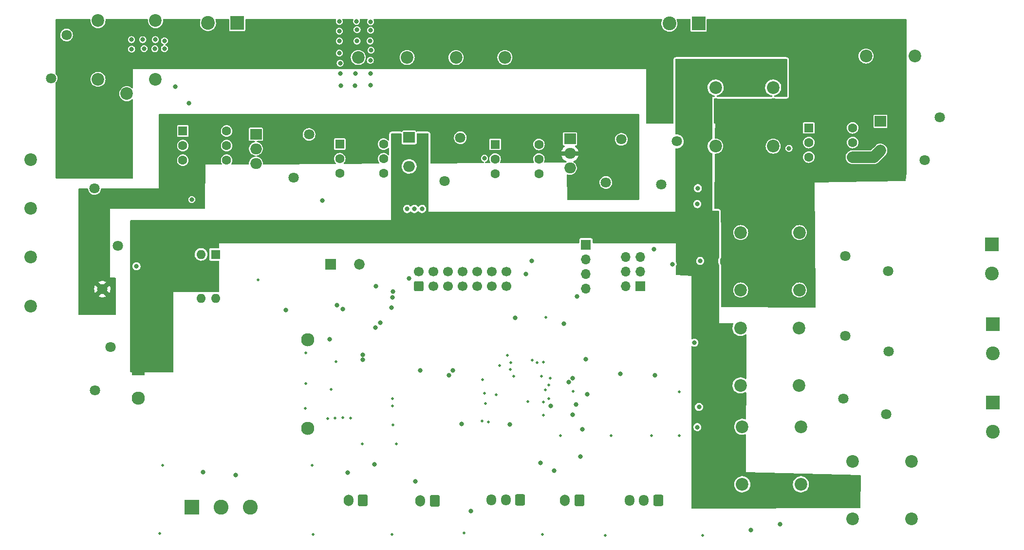
<source format=gbr>
%TF.GenerationSoftware,KiCad,Pcbnew,(6.0.2)*%
%TF.CreationDate,2022-03-02T09:10:53+03:00*%
%TF.ProjectId,Steel_form_Dish_washer PART 1,53746565-6c5f-4666-9f72-6d5f44697368,rev?*%
%TF.SameCoordinates,Original*%
%TF.FileFunction,Copper,L3,Inr*%
%TF.FilePolarity,Positive*%
%FSLAX46Y46*%
G04 Gerber Fmt 4.6, Leading zero omitted, Abs format (unit mm)*
G04 Created by KiCad (PCBNEW (6.0.2)) date 2022-03-02 09:10:53*
%MOMM*%
%LPD*%
G01*
G04 APERTURE LIST*
G04 Aperture macros list*
%AMRoundRect*
0 Rectangle with rounded corners*
0 $1 Rounding radius*
0 $2 $3 $4 $5 $6 $7 $8 $9 X,Y pos of 4 corners*
0 Add a 4 corners polygon primitive as box body*
4,1,4,$2,$3,$4,$5,$6,$7,$8,$9,$2,$3,0*
0 Add four circle primitives for the rounded corners*
1,1,$1+$1,$2,$3*
1,1,$1+$1,$4,$5*
1,1,$1+$1,$6,$7*
1,1,$1+$1,$8,$9*
0 Add four rect primitives between the rounded corners*
20,1,$1+$1,$2,$3,$4,$5,0*
20,1,$1+$1,$4,$5,$6,$7,0*
20,1,$1+$1,$6,$7,$8,$9,0*
20,1,$1+$1,$8,$9,$2,$3,0*%
G04 Aperture macros list end*
%TA.AperFunction,ComponentPad*%
%ADD10R,2.400000X2.400000*%
%TD*%
%TA.AperFunction,ComponentPad*%
%ADD11C,2.400000*%
%TD*%
%TA.AperFunction,ComponentPad*%
%ADD12C,1.800000*%
%TD*%
%TA.AperFunction,ComponentPad*%
%ADD13C,2.200000*%
%TD*%
%TA.AperFunction,ComponentPad*%
%ADD14R,1.700000X1.700000*%
%TD*%
%TA.AperFunction,ComponentPad*%
%ADD15O,1.700000X1.700000*%
%TD*%
%TA.AperFunction,ComponentPad*%
%ADD16R,1.600000X1.600000*%
%TD*%
%TA.AperFunction,ComponentPad*%
%ADD17C,1.600000*%
%TD*%
%TA.AperFunction,ComponentPad*%
%ADD18RoundRect,0.250000X0.600000X-0.600000X0.600000X0.600000X-0.600000X0.600000X-0.600000X-0.600000X0*%
%TD*%
%TA.AperFunction,ComponentPad*%
%ADD19C,1.700000*%
%TD*%
%TA.AperFunction,ComponentPad*%
%ADD20R,2.000000X1.905000*%
%TD*%
%TA.AperFunction,ComponentPad*%
%ADD21O,2.000000X1.905000*%
%TD*%
%TA.AperFunction,ComponentPad*%
%ADD22RoundRect,0.250000X0.600000X0.750000X-0.600000X0.750000X-0.600000X-0.750000X0.600000X-0.750000X0*%
%TD*%
%TA.AperFunction,ComponentPad*%
%ADD23O,1.700000X2.000000*%
%TD*%
%TA.AperFunction,ComponentPad*%
%ADD24R,2.300000X2.000000*%
%TD*%
%TA.AperFunction,ComponentPad*%
%ADD25C,2.300000*%
%TD*%
%TA.AperFunction,ComponentPad*%
%ADD26O,1.600000X1.600000*%
%TD*%
%TA.AperFunction,ComponentPad*%
%ADD27RoundRect,0.250000X0.600000X0.725000X-0.600000X0.725000X-0.600000X-0.725000X0.600000X-0.725000X0*%
%TD*%
%TA.AperFunction,ComponentPad*%
%ADD28O,1.700000X1.950000*%
%TD*%
%TA.AperFunction,ComponentPad*%
%ADD29R,1.850000X1.850000*%
%TD*%
%TA.AperFunction,ComponentPad*%
%ADD30C,1.850000*%
%TD*%
%TA.AperFunction,ComponentPad*%
%ADD31R,2.600000X2.600000*%
%TD*%
%TA.AperFunction,ComponentPad*%
%ADD32C,2.600000*%
%TD*%
%TA.AperFunction,ViaPad*%
%ADD33C,0.800000*%
%TD*%
%TA.AperFunction,ViaPad*%
%ADD34C,0.500000*%
%TD*%
%TA.AperFunction,ViaPad*%
%ADD35C,0.600000*%
%TD*%
%TA.AperFunction,Conductor*%
%ADD36C,2.000000*%
%TD*%
G04 APERTURE END LIST*
D10*
%TO.N,NEUTRAL*%
%TO.C,J9*%
X300550000Y-100965000D03*
D11*
%TO.N,Net-(J9-Pad2)*%
X300550000Y-106045000D03*
%TD*%
D12*
%TO.N,Net-(J15-Pad1)*%
%TO.C,RV10*%
X245750000Y-83050000D03*
%TO.N,NEUTRAL*%
X243050000Y-90550000D03*
%TD*%
D13*
%TO.N,+5V*%
%TO.C,K2*%
X256825000Y-125500000D03*
%TO.N,Net-(D5-Pad2)*%
X256825000Y-115500000D03*
%TO.N,unconnected-(K2-Pad3)*%
X267025000Y-125500000D03*
%TO.N,L3*%
X254325000Y-120500000D03*
%TO.N,/AC_ACTUATORS/DRAIN_CONN+*%
X267025000Y-115500000D03*
%TD*%
D12*
%TO.N,/AC_ACTUATORS/DRAIN_CONN+*%
%TO.C,RV5*%
X282550000Y-119550000D03*
%TO.N,NEUTRAL*%
X275050000Y-116850000D03*
%TD*%
D14*
%TO.N,+5V*%
%TO.C,J7*%
X229955000Y-101040000D03*
D15*
%TO.N,/RXD0*%
X229955000Y-103580000D03*
%TO.N,/TXD0*%
X229955000Y-106120000D03*
%TO.N,GND*%
X229955000Y-108660000D03*
%TD*%
D10*
%TO.N,NEUTRAL*%
%TO.C,J16*%
X169300000Y-62450000D03*
D11*
%TO.N,Net-(J16-Pad2)*%
X164220000Y-62450000D03*
%TD*%
D12*
%TO.N,L2*%
%TO.C,RV2*%
X145850000Y-108750000D03*
%TO.N,NEUTRAL*%
X148550000Y-101250000D03*
%TD*%
D16*
%TO.N,Net-(R44-Pad1)*%
%TO.C,U8*%
X268690000Y-80695000D03*
D17*
%TO.N,GND*%
X268690000Y-83235000D03*
%TO.N,unconnected-(U8-Pad3)*%
X268690000Y-85775000D03*
%TO.N,Net-(D13-Pad3)*%
X276310000Y-85775000D03*
%TO.N,unconnected-(U8-Pad5)*%
X276310000Y-83235000D03*
%TO.N,Net-(R45-Pad2)*%
X276310000Y-80695000D03*
%TD*%
D13*
%TO.N,+5V*%
%TO.C,K6*%
X155100000Y-72250000D03*
%TO.N,Net-(D12-Pad2)*%
X145100000Y-72250000D03*
%TO.N,unconnected-(K6-Pad3)*%
X155100000Y-62050000D03*
%TO.N,L3*%
X150100000Y-74750000D03*
%TO.N,Net-(J16-Pad2)*%
X145100000Y-62050000D03*
%TD*%
D12*
%TO.N,/AC_ACTUATORS/ELEMENT_2*%
%TO.C,RV7*%
X236100000Y-82700000D03*
%TO.N,NEUTRAL*%
X233400000Y-90200000D03*
%TD*%
D18*
%TO.N,+5V*%
%TO.C,J5*%
X200880000Y-108202500D03*
D19*
%TO.N,GND*%
X200880000Y-105662500D03*
%TO.N,/mcu_~{IRQ}*%
X203420000Y-108202500D03*
%TO.N,+3V3*%
X203420000Y-105662500D03*
%TO.N,/mcu_SDA*%
X205960000Y-108202500D03*
%TO.N,/mcu_SCL*%
X205960000Y-105662500D03*
%TO.N,/RGB_ON{slash}OFF_BLU*%
X208500000Y-108202500D03*
%TO.N,/RGB_ON{slash}OFF_RED*%
X208500000Y-105662500D03*
%TO.N,/RGB_ON{slash}OFF_GRN*%
X211040000Y-108202500D03*
%TO.N,/START_BLU*%
X211040000Y-105662500D03*
%TO.N,/START_RED*%
X213580000Y-108202500D03*
%TO.N,/START_GRN*%
X213580000Y-105662500D03*
%TO.N,/mcu_SCREEN_RST*%
X216120000Y-108202500D03*
%TO.N,GND*%
X216120000Y-105662500D03*
%TD*%
D20*
%TO.N,Net-(D13-Pad1)*%
%TO.C,D13*%
X281150000Y-79560000D03*
D21*
%TO.N,L1*%
X281150000Y-82100000D03*
%TO.N,Net-(D13-Pad3)*%
X281150000Y-84640000D03*
%TD*%
D22*
%TO.N,Net-(J3-Pad1)*%
%TO.C,J3*%
X203650000Y-145567500D03*
D23*
%TO.N,GND*%
X201150000Y-145567500D03*
%TD*%
D24*
%TO.N,L3*%
%TO.C,PS1*%
X152137500Y-122750000D03*
D25*
%TO.N,NEUTRAL*%
X152137500Y-127750000D03*
%TO.N,GND*%
X181537500Y-117550000D03*
%TO.N,+5V*%
X181537500Y-132950000D03*
%TD*%
D10*
%TO.N,NEUTRAL*%
%TO.C,J10*%
X300700000Y-128500000D03*
D11*
%TO.N,Net-(J10-Pad2)*%
X300700000Y-133580000D03*
%TD*%
D22*
%TO.N,+5V*%
%TO.C,J4*%
X228800000Y-145517500D03*
D23*
%TO.N,Net-(J4-Pad2)*%
X226300000Y-145517500D03*
%TD*%
D16*
%TO.N,Net-(D3-Pad3)*%
%TO.C,U4*%
X165550000Y-102700000D03*
D26*
%TO.N,GND1*%
X163010000Y-102700000D03*
%TO.N,/ZERO_CROSS_DETECT*%
X163010000Y-110320000D03*
%TO.N,+5V*%
X165550000Y-110320000D03*
%TD*%
D13*
%TO.N,+5V*%
%TO.C,K5*%
X262500000Y-83875000D03*
%TO.N,Net-(D11-Pad2)*%
X252500000Y-83875000D03*
%TO.N,unconnected-(K5-Pad3)*%
X262500000Y-73675000D03*
%TO.N,L1*%
X257500000Y-86375000D03*
%TO.N,Net-(J15-Pad1)*%
X252500000Y-73675000D03*
%TD*%
D12*
%TO.N,Net-(J10-Pad2)*%
%TO.C,RV6*%
X282170000Y-130500000D03*
%TO.N,NEUTRAL*%
X274670000Y-127800000D03*
%TD*%
%TO.N,Net-(J16-Pad2)*%
%TO.C,RV11*%
X139625000Y-64550000D03*
%TO.N,NEUTRAL*%
X136925000Y-72050000D03*
%TD*%
D20*
%TO.N,/AC_ACTUATORS/ELEMENT_2*%
%TO.C,D7*%
X227165000Y-82605000D03*
D21*
%TO.N,L2*%
X227165000Y-85145000D03*
%TO.N,Net-(D7-Pad3)*%
X227165000Y-87685000D03*
%TD*%
D12*
%TO.N,/AC_ACTUATORS/ELEMENT_1*%
%TO.C,RV8*%
X181800000Y-81840000D03*
%TO.N,NEUTRAL*%
X179100000Y-89340000D03*
%TD*%
D13*
%TO.N,+5V*%
%TO.C,K1*%
X256850000Y-108900000D03*
%TO.N,Net-(D4-Pad2)*%
X256850000Y-98900000D03*
%TO.N,unconnected-(K1-Pad3)*%
X267050000Y-108900000D03*
%TO.N,L1*%
X254350000Y-103900000D03*
%TO.N,Net-(J9-Pad2)*%
X267050000Y-98900000D03*
%TD*%
D12*
%TO.N,L1*%
%TO.C,RV1*%
X147200000Y-83750000D03*
%TO.N,NEUTRAL*%
X144500000Y-91250000D03*
%TD*%
D27*
%TO.N,+5V*%
%TO.C,J14*%
X218500000Y-145400000D03*
D28*
%TO.N,/pressure_sw_2*%
X216000000Y-145400000D03*
%TO.N,GND*%
X213500000Y-145400000D03*
%TD*%
D13*
%TO.N,Net-(D10-Pad1)*%
%TO.C,K4*%
X276350000Y-148700000D03*
%TO.N,GND*%
X276350000Y-138700000D03*
%TO.N,unconnected-(K4-Pad3)*%
X286550000Y-148700000D03*
%TO.N,L3*%
X273850000Y-143700000D03*
%TO.N,/AC_ACTUATORS/DRAIN_CONN+*%
X286550000Y-138700000D03*
%TD*%
D16*
%TO.N,Net-(R33-Pad1)*%
%TO.C,U6*%
X159850000Y-81240000D03*
D17*
%TO.N,GND*%
X159850000Y-83780000D03*
%TO.N,unconnected-(U6-Pad3)*%
X159850000Y-86320000D03*
%TO.N,Net-(D8-Pad3)*%
X167470000Y-86320000D03*
%TO.N,unconnected-(U6-Pad5)*%
X167470000Y-83780000D03*
%TO.N,Net-(R36-Pad2)*%
X167470000Y-81240000D03*
%TD*%
D13*
%TO.N,Net-(D13-Pad1)*%
%TO.C,J17*%
X287150000Y-68200000D03*
%TO.N,NEUTRAL*%
X278650000Y-68200000D03*
%TD*%
D20*
%TO.N,/AC_ACTUATORS/ELEMENT_1*%
%TO.C,D8*%
X172555000Y-81800000D03*
D21*
%TO.N,L1*%
X172555000Y-84340000D03*
%TO.N,Net-(D8-Pad3)*%
X172555000Y-86880000D03*
%TD*%
D12*
%TO.N,Net-(D13-Pad1)*%
%TO.C,RV12*%
X291500000Y-78850000D03*
%TO.N,NEUTRAL*%
X288800000Y-86350000D03*
%TD*%
D14*
%TO.N,/MISO*%
%TO.C,J6*%
X239425000Y-108275000D03*
D15*
%TO.N,+5V*%
X236885000Y-108275000D03*
%TO.N,/SCK*%
X239425000Y-105735000D03*
%TO.N,/MOSI*%
X236885000Y-105735000D03*
%TO.N,/RESET*%
X239425000Y-103195000D03*
%TO.N,GND*%
X236885000Y-103195000D03*
%TD*%
D16*
%TO.N,Net-(R34-Pad1)*%
%TO.C,U7*%
X187140000Y-83525000D03*
D17*
%TO.N,GND*%
X187140000Y-86065000D03*
%TO.N,unconnected-(U7-Pad3)*%
X187140000Y-88605000D03*
%TO.N,Net-(D9-Pad3)*%
X194760000Y-88605000D03*
%TO.N,unconnected-(U7-Pad5)*%
X194760000Y-86065000D03*
%TO.N,Net-(R37-Pad2)*%
X194760000Y-83525000D03*
%TD*%
D13*
%TO.N,+5V*%
%TO.C,K3*%
X257125000Y-142700000D03*
%TO.N,Net-(D6-Pad2)*%
X257125000Y-132700000D03*
%TO.N,unconnected-(K3-Pad3)*%
X267325000Y-142700000D03*
%TO.N,L3*%
X254625000Y-137700000D03*
%TO.N,Net-(J10-Pad2)*%
X267325000Y-132700000D03*
%TD*%
D10*
%TO.N,NEUTRAL*%
%TO.C,J11*%
X300700000Y-114815000D03*
D11*
%TO.N,/AC_ACTUATORS/DRAIN_CONN+*%
X300700000Y-119895000D03*
%TD*%
D22*
%TO.N,Net-(J1-Pad1)*%
%TO.C,J1*%
X191150000Y-145517500D03*
D23*
%TO.N,GND*%
X188650000Y-145517500D03*
%TD*%
D13*
%TO.N,/AC_ACTUATORS/ELEMENT_2*%
%TO.C,J12*%
X215850000Y-68450000D03*
%TO.N,/AC_ACTUATORS/ELEMENT_3*%
X207350000Y-68450000D03*
%TO.N,/AC_ACTUATORS/ELEMENT_1*%
X198850000Y-68450000D03*
%TO.N,NEUTRAL*%
X190350000Y-68450000D03*
%TD*%
D27*
%TO.N,+5V*%
%TO.C,J13*%
X242500000Y-145517500D03*
D28*
%TO.N,/pressure_sw_1*%
X240000000Y-145517500D03*
%TO.N,GND*%
X237500000Y-145517500D03*
%TD*%
D12*
%TO.N,Net-(J9-Pad2)*%
%TO.C,RV4*%
X282520000Y-105650000D03*
%TO.N,NEUTRAL*%
X275020000Y-102950000D03*
%TD*%
D29*
%TO.N,Net-(BZ1-Pad1)*%
%TO.C,BZ1*%
X185550000Y-104450000D03*
D30*
%TO.N,GND*%
X190550000Y-104450000D03*
%TD*%
D12*
%TO.N,L3*%
%TO.C,RV3*%
X147250000Y-118850000D03*
%TO.N,NEUTRAL*%
X144550000Y-126350000D03*
%TD*%
D13*
%TO.N,L1*%
%TO.C,J2*%
X133400000Y-86200000D03*
%TO.N,L2*%
X133400000Y-94700000D03*
%TO.N,L3*%
X133400000Y-103200000D03*
%TO.N,NEUTRAL*%
X133400000Y-111700000D03*
%TD*%
D12*
%TO.N,/AC_ACTUATORS/ELEMENT_3*%
%TO.C,RV9*%
X208100000Y-82410000D03*
%TO.N,NEUTRAL*%
X205400000Y-89910000D03*
%TD*%
D16*
%TO.N,Net-(R32-Pad1)*%
%TO.C,U5*%
X214150000Y-83570000D03*
D17*
%TO.N,GND*%
X214150000Y-86110000D03*
%TO.N,unconnected-(U5-Pad3)*%
X214150000Y-88650000D03*
%TO.N,Net-(D7-Pad3)*%
X221770000Y-88650000D03*
%TO.N,unconnected-(U5-Pad5)*%
X221770000Y-86110000D03*
%TO.N,Net-(R35-Pad2)*%
X221770000Y-83570000D03*
%TD*%
D20*
%TO.N,/AC_ACTUATORS/ELEMENT_3*%
%TO.C,D9*%
X199200000Y-82310000D03*
D21*
%TO.N,L3*%
X199200000Y-84850000D03*
%TO.N,Net-(D9-Pad3)*%
X199200000Y-87390000D03*
%TD*%
D10*
%TO.N,Net-(J15-Pad1)*%
%TO.C,J15*%
X249535000Y-62550000D03*
D11*
%TO.N,NEUTRAL*%
X244455000Y-62550000D03*
%TD*%
D31*
%TO.N,/AC_ACTUATORS/E2*%
%TO.C,J8*%
X161400000Y-146650000D03*
D32*
%TO.N,/AC_ACTUATORS/E3*%
X166480000Y-146650000D03*
%TO.N,Net-(J8-Pad3)*%
X171560000Y-146650000D03*
%TD*%
D33*
%TO.N,GND*%
X228250000Y-128800000D03*
D34*
X191050000Y-135700000D03*
X197000000Y-135650000D03*
D33*
X265250000Y-84250000D03*
D34*
X155850000Y-151250000D03*
X227750000Y-126550000D03*
D33*
X177750000Y-112400000D03*
D34*
X182500000Y-151400000D03*
X225500000Y-134250000D03*
D33*
X248800000Y-118050000D03*
X249300000Y-132750000D03*
D34*
X208750000Y-151150000D03*
X246200000Y-126600000D03*
X196300000Y-127800000D03*
X216300000Y-120250000D03*
X187650000Y-131100000D03*
X185050000Y-131250000D03*
D33*
X249800000Y-103850000D03*
D34*
X181150000Y-129500000D03*
X186300000Y-131200000D03*
X222350000Y-151450000D03*
X196400000Y-132400000D03*
D33*
X201450000Y-94800000D03*
X216700000Y-132250000D03*
X206145395Y-123749500D03*
D34*
X234300000Y-134250000D03*
D33*
X188500000Y-140650000D03*
D34*
X241350000Y-134250000D03*
X189050000Y-131150000D03*
D33*
X245000000Y-104400000D03*
X200100000Y-94800000D03*
X258600000Y-150650000D03*
D34*
X181200000Y-125200000D03*
D33*
X198850000Y-94800000D03*
D34*
X182350000Y-139400000D03*
X246200000Y-134250000D03*
X186450000Y-121350000D03*
X250250000Y-151600000D03*
X172950000Y-107150000D03*
D33*
X241800000Y-101800000D03*
D34*
X223000000Y-113650000D03*
X233300000Y-151550000D03*
D33*
X223792709Y-129095029D03*
D34*
X185650000Y-126200000D03*
X181250000Y-119800000D03*
D33*
X208351500Y-132161722D03*
D34*
X211950000Y-124500000D03*
X196300000Y-129050000D03*
D33*
X230150000Y-127000000D03*
D34*
X196250000Y-151450000D03*
X156350000Y-139400000D03*
D33*
%TO.N,+5V*%
X193447500Y-108202500D03*
X206800000Y-122900000D03*
X191100000Y-120200000D03*
X263700000Y-149600000D03*
X201150000Y-122900000D03*
X187650000Y-112250000D03*
X228950000Y-137900000D03*
X191150000Y-121000000D03*
X209950000Y-147350000D03*
X227638714Y-130561286D03*
X229350000Y-133100000D03*
%TO.N,+3V3*%
X185350000Y-117500000D03*
X186650000Y-111500000D03*
%TO.N,/mcu_~{IRQ}*%
X196350000Y-109177000D03*
X219500000Y-106150000D03*
X220550000Y-103850000D03*
D35*
%TO.N,L1*%
X141000000Y-82700000D03*
X139100000Y-83800000D03*
D33*
X151800000Y-104750000D03*
D35*
X139000000Y-82550000D03*
X140900000Y-81650000D03*
X139000000Y-81550000D03*
X140850000Y-83700000D03*
D33*
%TO.N,L2*%
X142350000Y-92200000D03*
X142350000Y-98300000D03*
X142350000Y-93200000D03*
X142350000Y-95250000D03*
X142350000Y-97350000D03*
X142350000Y-94200000D03*
X142350000Y-96250000D03*
D35*
%TO.N,L3*%
X153950000Y-116950000D03*
X155450000Y-116900000D03*
X151500000Y-119450000D03*
X152700000Y-116950000D03*
X157350000Y-119550000D03*
X151500000Y-116900000D03*
X152800000Y-119500000D03*
D33*
X157500000Y-98250000D03*
D35*
X156800000Y-116950000D03*
X155700000Y-119500000D03*
D33*
X156350000Y-98150000D03*
D35*
X154350000Y-119500000D03*
D33*
%TO.N,NEUTRAL*%
X189900000Y-71200000D03*
X156650000Y-65550000D03*
X156650000Y-66900000D03*
X155050000Y-65350000D03*
X152900000Y-65350000D03*
X189800000Y-73350000D03*
X187200000Y-69450000D03*
X192450000Y-73250000D03*
X192400000Y-65600000D03*
X187350000Y-73350000D03*
X190150000Y-63600000D03*
X190050000Y-62150000D03*
X155000000Y-66950000D03*
X150950000Y-67000000D03*
X192500000Y-71250000D03*
X187050000Y-62200000D03*
X192450000Y-68950000D03*
X187050000Y-67700000D03*
X192550000Y-67200000D03*
X187250000Y-71200000D03*
X192500000Y-62250000D03*
X150900000Y-65350000D03*
X192500000Y-63700000D03*
X187050000Y-65600000D03*
X153100000Y-66900000D03*
X187050000Y-63850000D03*
X190150000Y-65600000D03*
D34*
%TO.N,/MISO*%
X222850000Y-126300000D03*
D33*
X229950000Y-120900000D03*
%TO.N,/MOSI*%
X226919887Y-124932429D03*
D34*
X223488714Y-125438714D03*
%TO.N,/RXD0*%
X211850000Y-131700000D03*
%TO.N,/TXD0*%
X213000000Y-131850000D03*
D33*
%TO.N,/mcu_SDA*%
X196173500Y-111950000D03*
%TO.N,/mcu_SCREEN_RST*%
X199150000Y-106900000D03*
%TO.N,/mcu_SCL*%
X196284691Y-110190741D03*
%TO.N,/DOOR_SENSOR*%
X224450000Y-140300000D03*
D34*
X222175000Y-123875000D03*
D33*
%TO.N,/SPEAKER*%
X194200000Y-114550000D03*
D34*
X219837299Y-128312701D03*
X222550000Y-130650000D03*
X217350000Y-123900000D03*
D33*
%TO.N,/ZERO_CROSS_DETECT*%
X193350000Y-115400000D03*
D34*
X214350000Y-127150000D03*
%TO.N,/L1_3phase_heater_pwm*%
X214900000Y-122050000D03*
D33*
X161400000Y-93150000D03*
D34*
%TO.N,/L2_3phase_heater_pwm*%
X216900000Y-121500000D03*
D33*
X212300000Y-86000000D03*
%TO.N,/L3_3phase_heater_pwm*%
X184150000Y-93350000D03*
D34*
X216750000Y-122700000D03*
D33*
%TO.N,/WATER_LVL_LOW*%
X163400000Y-140550000D03*
D34*
X221464316Y-121559116D03*
%TO.N,/WATER_LVL_HIGH*%
X220563250Y-121086750D03*
D33*
X169000000Y-141100000D03*
%TO.N,/peristaltic_pump_1*%
X228400000Y-110050000D03*
X226100000Y-114750000D03*
%TO.N,/peristaltic_pump_2*%
X160950000Y-76400000D03*
X217673500Y-113700000D03*
%TO.N,/SOLENOID*%
X235900000Y-123450000D03*
X249600000Y-129250000D03*
D34*
X222511412Y-121488588D03*
D33*
X241973500Y-123750000D03*
D34*
%TO.N,/pressure_sw_1*%
X223450000Y-127800000D03*
%TO.N,/pressure_sw_2*%
X222576500Y-128350000D03*
D33*
X222000000Y-138999500D03*
%TO.N,Net-(D12-Pad2)*%
X158500000Y-73500000D03*
%TO.N,Net-(Q5-Pad1)*%
X249300000Y-93950000D03*
X249400000Y-91200000D03*
%TO.N,/SCK*%
X227600000Y-124200000D03*
D34*
X223700000Y-124200000D03*
D33*
%TO.N,/TANK_RTD*%
X200300000Y-142200000D03*
D34*
X212450000Y-128650000D03*
%TO.N,/BOILER_RTD*%
X212325000Y-126875000D03*
D33*
X193150000Y-139250000D03*
%TD*%
D36*
%TO.N,Net-(D13-Pad3)*%
X276310000Y-85775000D02*
X280015000Y-85775000D01*
X280015000Y-85775000D02*
X281150000Y-84640000D01*
%TD*%
%TA.AperFunction,Conductor*%
%TO.N,L2*%
G36*
X239142121Y-78270002D02*
G01*
X239188614Y-78323658D01*
X239200000Y-78376000D01*
X239200000Y-93124000D01*
X239179998Y-93192121D01*
X239126342Y-93238614D01*
X239074000Y-93250000D01*
X226823125Y-93250000D01*
X226755004Y-93229998D01*
X226708511Y-93176342D01*
X226697159Y-93126907D01*
X226694264Y-93001426D01*
X226662231Y-91613326D01*
X226628948Y-90171069D01*
X232295164Y-90171069D01*
X232308392Y-90372894D01*
X232319004Y-90414678D01*
X232349816Y-90536001D01*
X232358178Y-90568928D01*
X232442856Y-90752607D01*
X232446189Y-90757323D01*
X232476156Y-90799725D01*
X232559588Y-90917780D01*
X232704466Y-91058913D01*
X232872637Y-91171282D01*
X232877940Y-91173560D01*
X232877943Y-91173562D01*
X233053163Y-91248842D01*
X233058470Y-91251122D01*
X233255740Y-91295760D01*
X233261509Y-91295987D01*
X233261512Y-91295987D01*
X233337683Y-91298979D01*
X233457842Y-91303700D01*
X233544132Y-91291189D01*
X233652286Y-91275508D01*
X233652291Y-91275507D01*
X233658007Y-91274678D01*
X233663479Y-91272820D01*
X233663481Y-91272820D01*
X233844067Y-91211519D01*
X233844069Y-91211518D01*
X233849531Y-91209664D01*
X234026001Y-91110837D01*
X234088433Y-91058913D01*
X234177073Y-90985191D01*
X234181505Y-90981505D01*
X234310837Y-90826001D01*
X234409664Y-90649531D01*
X234448203Y-90536001D01*
X234472820Y-90463481D01*
X234472820Y-90463479D01*
X234474678Y-90458007D01*
X234475507Y-90452291D01*
X234475508Y-90452286D01*
X234503167Y-90261516D01*
X234503700Y-90257842D01*
X234505215Y-90200000D01*
X234486708Y-89998591D01*
X234431807Y-89803926D01*
X234342351Y-89622527D01*
X234324079Y-89598057D01*
X234224788Y-89465091D01*
X234224787Y-89465090D01*
X234221335Y-89460467D01*
X234198350Y-89439220D01*
X234077053Y-89327094D01*
X234077051Y-89327092D01*
X234072812Y-89323174D01*
X234041423Y-89303369D01*
X233906637Y-89218325D01*
X233901757Y-89215246D01*
X233713898Y-89140298D01*
X233515526Y-89100839D01*
X233509752Y-89100763D01*
X233509748Y-89100763D01*
X233407257Y-89099422D01*
X233313286Y-89098192D01*
X233307589Y-89099171D01*
X233307588Y-89099171D01*
X233119646Y-89131465D01*
X233119645Y-89131465D01*
X233113949Y-89132444D01*
X232924193Y-89202449D01*
X232750371Y-89305862D01*
X232598305Y-89439220D01*
X232473089Y-89598057D01*
X232378914Y-89777053D01*
X232318937Y-89970213D01*
X232295164Y-90171069D01*
X226628948Y-90171069D01*
X226599745Y-88905579D01*
X226618170Y-88837015D01*
X226670738Y-88789296D01*
X226740761Y-88777574D01*
X226763075Y-88782339D01*
X226846336Y-88808192D01*
X226876751Y-88817636D01*
X226882488Y-88818315D01*
X227045118Y-88837564D01*
X227045125Y-88837564D01*
X227048805Y-88838000D01*
X227266261Y-88838000D01*
X227423518Y-88823550D01*
X227429080Y-88821981D01*
X227429082Y-88821981D01*
X227554948Y-88786483D01*
X227627469Y-88766030D01*
X227817522Y-88672306D01*
X227847394Y-88650000D01*
X227982689Y-88548970D01*
X227982690Y-88548969D01*
X227987313Y-88545517D01*
X228083948Y-88440978D01*
X228127237Y-88394149D01*
X228127239Y-88394146D01*
X228131156Y-88389909D01*
X228244232Y-88210694D01*
X228322756Y-88013873D01*
X228328560Y-87984697D01*
X228362970Y-87811705D01*
X228362970Y-87811702D01*
X228364097Y-87806038D01*
X228364955Y-87740517D01*
X228365976Y-87662466D01*
X228366870Y-87594149D01*
X228330984Y-87385303D01*
X228257640Y-87186494D01*
X228181531Y-87058567D01*
X228152249Y-87009348D01*
X228152247Y-87009345D01*
X228149293Y-87004380D01*
X228009573Y-86845060D01*
X227980329Y-86822006D01*
X227847698Y-86717448D01*
X227847696Y-86717447D01*
X227843159Y-86713870D01*
X227815038Y-86699075D01*
X227764067Y-86649656D01*
X227747905Y-86580523D01*
X227771685Y-86513627D01*
X227823466Y-86472018D01*
X227900289Y-86438615D01*
X227909364Y-86433749D01*
X228102327Y-86308915D01*
X228110498Y-86302622D01*
X228280480Y-86147950D01*
X228287506Y-86140417D01*
X228429945Y-85960056D01*
X228435650Y-85951469D01*
X228546714Y-85750278D01*
X228550944Y-85740866D01*
X228614257Y-85562076D01*
X228615029Y-85547996D01*
X228609318Y-85545000D01*
X225729740Y-85545000D01*
X225716209Y-85548973D01*
X225715205Y-85555955D01*
X225764898Y-85707988D01*
X225768895Y-85717497D01*
X225875011Y-85921344D01*
X225880505Y-85930069D01*
X226018493Y-86113852D01*
X226025336Y-86121559D01*
X226191491Y-86280339D01*
X226199501Y-86286826D01*
X226389347Y-86416330D01*
X226398317Y-86421426D01*
X226507224Y-86471979D01*
X226560590Y-86518803D01*
X226580171Y-86587047D01*
X226559747Y-86655042D01*
X226520010Y-86693698D01*
X226517657Y-86695140D01*
X226512478Y-86697694D01*
X226507849Y-86701150D01*
X226507850Y-86701150D01*
X226474844Y-86725796D01*
X226408294Y-86750527D01*
X226400160Y-86750835D01*
X224355357Y-86762241D01*
X222762335Y-86771126D01*
X222694106Y-86751505D01*
X222647314Y-86698110D01*
X222636818Y-86627893D01*
X222652077Y-86582893D01*
X222685380Y-86524269D01*
X222688425Y-86518909D01*
X222750358Y-86332732D01*
X222774949Y-86138071D01*
X222775341Y-86110000D01*
X222756194Y-85914728D01*
X222754413Y-85908829D01*
X222754412Y-85908824D01*
X222701265Y-85732793D01*
X222699484Y-85726894D01*
X222607370Y-85553653D01*
X222483361Y-85401602D01*
X222332180Y-85276535D01*
X222159585Y-85183213D01*
X222048737Y-85148900D01*
X221978039Y-85127015D01*
X221978036Y-85127014D01*
X221972152Y-85125193D01*
X221966027Y-85124549D01*
X221966026Y-85124549D01*
X221783147Y-85105327D01*
X221783146Y-85105327D01*
X221777019Y-85104683D01*
X221654383Y-85115844D01*
X221587759Y-85121907D01*
X221587758Y-85121907D01*
X221581618Y-85122466D01*
X221575704Y-85124207D01*
X221575702Y-85124207D01*
X221446734Y-85162165D01*
X221393393Y-85177864D01*
X221387928Y-85180721D01*
X221224972Y-85265912D01*
X221224968Y-85265915D01*
X221219512Y-85268767D01*
X221214712Y-85272627D01*
X221214711Y-85272627D01*
X221180326Y-85300273D01*
X221066600Y-85391711D01*
X220940480Y-85542016D01*
X220937516Y-85547408D01*
X220937513Y-85547412D01*
X220866573Y-85676452D01*
X220845956Y-85713954D01*
X220844095Y-85719821D01*
X220844094Y-85719823D01*
X220834814Y-85749077D01*
X220786628Y-85900978D01*
X220775534Y-85999882D01*
X220765850Y-86086223D01*
X220764757Y-86095963D01*
X220781175Y-86291483D01*
X220835258Y-86480091D01*
X220896146Y-86598567D01*
X220909493Y-86668296D01*
X220883023Y-86734173D01*
X220825138Y-86775281D01*
X220784784Y-86782157D01*
X218252444Y-86796281D01*
X215118115Y-86813763D01*
X215049884Y-86794141D01*
X215003092Y-86740746D01*
X214992596Y-86670529D01*
X215007855Y-86625531D01*
X215051567Y-86548584D01*
X215065379Y-86524272D01*
X215065381Y-86524267D01*
X215068425Y-86518909D01*
X215130358Y-86332732D01*
X215154949Y-86138071D01*
X215155341Y-86110000D01*
X215136194Y-85914728D01*
X215134413Y-85908829D01*
X215134412Y-85908824D01*
X215081265Y-85732793D01*
X215079484Y-85726894D01*
X214987370Y-85553653D01*
X214863361Y-85401602D01*
X214712180Y-85276535D01*
X214539585Y-85183213D01*
X214428737Y-85148900D01*
X214358039Y-85127015D01*
X214358036Y-85127014D01*
X214352152Y-85125193D01*
X214346027Y-85124549D01*
X214346026Y-85124549D01*
X214163147Y-85105327D01*
X214163146Y-85105327D01*
X214157019Y-85104683D01*
X214034383Y-85115844D01*
X213967759Y-85121907D01*
X213967758Y-85121907D01*
X213961618Y-85122466D01*
X213955704Y-85124207D01*
X213955702Y-85124207D01*
X213826734Y-85162165D01*
X213773393Y-85177864D01*
X213767928Y-85180721D01*
X213604972Y-85265912D01*
X213604968Y-85265915D01*
X213599512Y-85268767D01*
X213594712Y-85272627D01*
X213594711Y-85272627D01*
X213560326Y-85300273D01*
X213446600Y-85391711D01*
X213320480Y-85542016D01*
X213317516Y-85547408D01*
X213317513Y-85547412D01*
X213246573Y-85676452D01*
X213225956Y-85713954D01*
X213224095Y-85719821D01*
X213224094Y-85719823D01*
X213214814Y-85749077D01*
X213166628Y-85900978D01*
X213165086Y-85914728D01*
X213155803Y-85997482D01*
X213131087Y-86056383D01*
X213143748Y-86083256D01*
X213144644Y-86095972D01*
X213144757Y-86095963D01*
X213161175Y-86291483D01*
X213215258Y-86480091D01*
X213276146Y-86598565D01*
X213297926Y-86640945D01*
X213311274Y-86710675D01*
X213284804Y-86776553D01*
X213226920Y-86817661D01*
X213186563Y-86824537D01*
X212502316Y-86828353D01*
X212434084Y-86808731D01*
X212387293Y-86755336D01*
X212376797Y-86685119D01*
X212405930Y-86620375D01*
X212457851Y-86587674D01*
X212456762Y-86585044D01*
X212481288Y-86574885D01*
X212602841Y-86524536D01*
X212728282Y-86428282D01*
X212824536Y-86302841D01*
X212885044Y-86156762D01*
X212888454Y-86130862D01*
X212894331Y-86086223D01*
X212919479Y-86029376D01*
X212905666Y-85999882D01*
X212905351Y-85997482D01*
X212885044Y-85843238D01*
X212824536Y-85697159D01*
X212728282Y-85571718D01*
X212602841Y-85475464D01*
X212456762Y-85414956D01*
X212300000Y-85394318D01*
X212143238Y-85414956D01*
X211997159Y-85475464D01*
X211871718Y-85571718D01*
X211775464Y-85697159D01*
X211714956Y-85843238D01*
X211694318Y-86000000D01*
X211695396Y-86008188D01*
X211709264Y-86113523D01*
X211714956Y-86156762D01*
X211775464Y-86302841D01*
X211871718Y-86428282D01*
X211997159Y-86524536D01*
X212141920Y-86584498D01*
X212143238Y-86585044D01*
X212143153Y-86585249D01*
X212199840Y-86619799D01*
X212230865Y-86683658D01*
X212222439Y-86754153D01*
X212177238Y-86808902D01*
X212107313Y-86830556D01*
X203026703Y-86881205D01*
X202958472Y-86861583D01*
X202911680Y-86808188D01*
X202900000Y-86755207D01*
X202900000Y-84742004D01*
X225714971Y-84742004D01*
X225720682Y-84745000D01*
X228600260Y-84745000D01*
X228613791Y-84741027D01*
X228614795Y-84734045D01*
X228565102Y-84582012D01*
X228561105Y-84572503D01*
X228454989Y-84368656D01*
X228449495Y-84359931D01*
X228311507Y-84176148D01*
X228304664Y-84168441D01*
X228138509Y-84009661D01*
X228130504Y-84003178D01*
X228108383Y-83988088D01*
X228063381Y-83933176D01*
X228055210Y-83862651D01*
X228086465Y-83798904D01*
X228147222Y-83762175D01*
X228172427Y-83758903D01*
X228172398Y-83758607D01*
X228178561Y-83758000D01*
X228184748Y-83758000D01*
X228190816Y-83756793D01*
X228231061Y-83748788D01*
X228231062Y-83748788D01*
X228243231Y-83746367D01*
X228309552Y-83702052D01*
X228353867Y-83635731D01*
X228365500Y-83577248D01*
X228365500Y-82671069D01*
X234995164Y-82671069D01*
X235008392Y-82872894D01*
X235029756Y-82957016D01*
X235052491Y-83046534D01*
X235058178Y-83068928D01*
X235142856Y-83252607D01*
X235157194Y-83272895D01*
X235231870Y-83378559D01*
X235259588Y-83417780D01*
X235263730Y-83421815D01*
X235348594Y-83504485D01*
X235404466Y-83558913D01*
X235572637Y-83671282D01*
X235577940Y-83673560D01*
X235577943Y-83673562D01*
X235753037Y-83748788D01*
X235758470Y-83751122D01*
X235955740Y-83795760D01*
X235961509Y-83795987D01*
X235961512Y-83795987D01*
X236035766Y-83798904D01*
X236157842Y-83803700D01*
X236244132Y-83791189D01*
X236352286Y-83775508D01*
X236352291Y-83775507D01*
X236358007Y-83774678D01*
X236363479Y-83772820D01*
X236363481Y-83772820D01*
X236544067Y-83711519D01*
X236544069Y-83711518D01*
X236549531Y-83709664D01*
X236690263Y-83630851D01*
X236720964Y-83613658D01*
X236720965Y-83613657D01*
X236726001Y-83610837D01*
X236757394Y-83584728D01*
X236877073Y-83485191D01*
X236881505Y-83481505D01*
X237010837Y-83326001D01*
X237014779Y-83318963D01*
X237042085Y-83270203D01*
X237109664Y-83149531D01*
X237112257Y-83141894D01*
X237172820Y-82963481D01*
X237172820Y-82963479D01*
X237174678Y-82958007D01*
X237175507Y-82952291D01*
X237175508Y-82952286D01*
X237193132Y-82830731D01*
X237203700Y-82757842D01*
X237205215Y-82700000D01*
X237186708Y-82498591D01*
X237162768Y-82413704D01*
X237151946Y-82375334D01*
X237131807Y-82303926D01*
X237042351Y-82122527D01*
X237036029Y-82114060D01*
X236924788Y-81965091D01*
X236924787Y-81965090D01*
X236921335Y-81960467D01*
X236903264Y-81943762D01*
X236777053Y-81827094D01*
X236777051Y-81827092D01*
X236772812Y-81823174D01*
X236741664Y-81803521D01*
X236606637Y-81718325D01*
X236601757Y-81715246D01*
X236413898Y-81640298D01*
X236215526Y-81600839D01*
X236209752Y-81600763D01*
X236209748Y-81600763D01*
X236107257Y-81599422D01*
X236013286Y-81598192D01*
X236007589Y-81599171D01*
X236007588Y-81599171D01*
X235819646Y-81631465D01*
X235819645Y-81631465D01*
X235813949Y-81632444D01*
X235624193Y-81702449D01*
X235619232Y-81705401D01*
X235619231Y-81705401D01*
X235486108Y-81784601D01*
X235450371Y-81805862D01*
X235298305Y-81939220D01*
X235173089Y-82098057D01*
X235078914Y-82277053D01*
X235018937Y-82470213D01*
X234995164Y-82671069D01*
X228365500Y-82671069D01*
X228365500Y-81632752D01*
X228363435Y-81622369D01*
X228356288Y-81586439D01*
X228356288Y-81586438D01*
X228353867Y-81574269D01*
X228309552Y-81507948D01*
X228243231Y-81463633D01*
X228231062Y-81461212D01*
X228231061Y-81461212D01*
X228190816Y-81453207D01*
X228184748Y-81452000D01*
X226145252Y-81452000D01*
X226139184Y-81453207D01*
X226098939Y-81461212D01*
X226098938Y-81461212D01*
X226086769Y-81463633D01*
X226020448Y-81507948D01*
X225976133Y-81574269D01*
X225973712Y-81586438D01*
X225973712Y-81586439D01*
X225966565Y-81622369D01*
X225964500Y-81632752D01*
X225964500Y-83577248D01*
X225976133Y-83635731D01*
X226020448Y-83702052D01*
X226086769Y-83746367D01*
X226098938Y-83748788D01*
X226098939Y-83748788D01*
X226139184Y-83756793D01*
X226145252Y-83758000D01*
X226151439Y-83758000D01*
X226157602Y-83758607D01*
X226157369Y-83760976D01*
X226215354Y-83778002D01*
X226261847Y-83831658D01*
X226271951Y-83901932D01*
X226242457Y-83966512D01*
X226224110Y-83983830D01*
X226219500Y-83987380D01*
X226049520Y-84142050D01*
X226042494Y-84149583D01*
X225900055Y-84329944D01*
X225894350Y-84338531D01*
X225783286Y-84539722D01*
X225779056Y-84549134D01*
X225715743Y-84727924D01*
X225714971Y-84742004D01*
X202900000Y-84742004D01*
X202900000Y-84389748D01*
X213149500Y-84389748D01*
X213161133Y-84448231D01*
X213168026Y-84458547D01*
X213170536Y-84462303D01*
X213205448Y-84514552D01*
X213271769Y-84558867D01*
X213283938Y-84561288D01*
X213283939Y-84561288D01*
X213324184Y-84569293D01*
X213330252Y-84570500D01*
X214969748Y-84570500D01*
X214975816Y-84569293D01*
X215016061Y-84561288D01*
X215016062Y-84561288D01*
X215028231Y-84558867D01*
X215094552Y-84514552D01*
X215129464Y-84462303D01*
X215131974Y-84458547D01*
X215138867Y-84448231D01*
X215150500Y-84389748D01*
X215150500Y-83555963D01*
X220764757Y-83555963D01*
X220781175Y-83751483D01*
X220835258Y-83940091D01*
X220838076Y-83945574D01*
X220922123Y-84109113D01*
X220922126Y-84109117D01*
X220924944Y-84114601D01*
X221046818Y-84268369D01*
X221051511Y-84272363D01*
X221051512Y-84272364D01*
X221182169Y-84383561D01*
X221196238Y-84395535D01*
X221201616Y-84398541D01*
X221201618Y-84398542D01*
X221237932Y-84418837D01*
X221367513Y-84491257D01*
X221554118Y-84551889D01*
X221748946Y-84575121D01*
X221755081Y-84574649D01*
X221755083Y-84574649D01*
X221938434Y-84560541D01*
X221938438Y-84560540D01*
X221944576Y-84560068D01*
X222133556Y-84507303D01*
X222308689Y-84418837D01*
X222338515Y-84395535D01*
X222411438Y-84338561D01*
X222463303Y-84298040D01*
X222493084Y-84263539D01*
X222587485Y-84154173D01*
X222587485Y-84154172D01*
X222591509Y-84149511D01*
X222595748Y-84142050D01*
X222666905Y-84016791D01*
X222688425Y-83978909D01*
X222750358Y-83792732D01*
X222774949Y-83598071D01*
X222775341Y-83570000D01*
X222756194Y-83374728D01*
X222754413Y-83368829D01*
X222754412Y-83368824D01*
X222701265Y-83192793D01*
X222699484Y-83186894D01*
X222607370Y-83013653D01*
X222483361Y-82861602D01*
X222332180Y-82736535D01*
X222159585Y-82643213D01*
X222065868Y-82614203D01*
X221978039Y-82587015D01*
X221978036Y-82587014D01*
X221972152Y-82585193D01*
X221966027Y-82584549D01*
X221966026Y-82584549D01*
X221783147Y-82565327D01*
X221783146Y-82565327D01*
X221777019Y-82564683D01*
X221679511Y-82573557D01*
X221587759Y-82581907D01*
X221587758Y-82581907D01*
X221581618Y-82582466D01*
X221575704Y-82584207D01*
X221575702Y-82584207D01*
X221518159Y-82601143D01*
X221393393Y-82637864D01*
X221387928Y-82640721D01*
X221224972Y-82725912D01*
X221224968Y-82725915D01*
X221219512Y-82728767D01*
X221214712Y-82732627D01*
X221214711Y-82732627D01*
X221200337Y-82744184D01*
X221066600Y-82851711D01*
X220940480Y-83002016D01*
X220937516Y-83007408D01*
X220937513Y-83007412D01*
X220863581Y-83141894D01*
X220845956Y-83173954D01*
X220844095Y-83179821D01*
X220844094Y-83179823D01*
X220834814Y-83209077D01*
X220786628Y-83360978D01*
X220764757Y-83555963D01*
X215150500Y-83555963D01*
X215150500Y-82750252D01*
X215146226Y-82728767D01*
X215141288Y-82703939D01*
X215141288Y-82703938D01*
X215138867Y-82691769D01*
X215131613Y-82680912D01*
X215101443Y-82635761D01*
X215094552Y-82625448D01*
X215028231Y-82581133D01*
X215016062Y-82578712D01*
X215016061Y-82578712D01*
X214975816Y-82570707D01*
X214969748Y-82569500D01*
X213330252Y-82569500D01*
X213324184Y-82570707D01*
X213283939Y-82578712D01*
X213283938Y-82578712D01*
X213271769Y-82581133D01*
X213205448Y-82625448D01*
X213198557Y-82635761D01*
X213168388Y-82680912D01*
X213161133Y-82691769D01*
X213158712Y-82703938D01*
X213158712Y-82703939D01*
X213153774Y-82728767D01*
X213149500Y-82750252D01*
X213149500Y-84389748D01*
X202900000Y-84389748D01*
X202900000Y-82381069D01*
X206995164Y-82381069D01*
X207008392Y-82582894D01*
X207025648Y-82650839D01*
X207056482Y-82772248D01*
X207058178Y-82778928D01*
X207142856Y-82962607D01*
X207146189Y-82967323D01*
X207252329Y-83117508D01*
X207259588Y-83127780D01*
X207263730Y-83131815D01*
X207314684Y-83181452D01*
X207404466Y-83268913D01*
X207572637Y-83381282D01*
X207577940Y-83383560D01*
X207577943Y-83383562D01*
X207666291Y-83421519D01*
X207758470Y-83461122D01*
X207955740Y-83505760D01*
X207961509Y-83505987D01*
X207961512Y-83505987D01*
X208037683Y-83508979D01*
X208157842Y-83513700D01*
X208251917Y-83500060D01*
X208352286Y-83485508D01*
X208352291Y-83485507D01*
X208358007Y-83484678D01*
X208363479Y-83482820D01*
X208363481Y-83482820D01*
X208544067Y-83421519D01*
X208544069Y-83421518D01*
X208549531Y-83419664D01*
X208710452Y-83329545D01*
X208720964Y-83323658D01*
X208720965Y-83323657D01*
X208726001Y-83320837D01*
X208788433Y-83268913D01*
X208822012Y-83240985D01*
X208881505Y-83191505D01*
X209010837Y-83036001D01*
X209026848Y-83007412D01*
X209062478Y-82943788D01*
X209109664Y-82859531D01*
X209113014Y-82849664D01*
X209172820Y-82673481D01*
X209172820Y-82673479D01*
X209174678Y-82668007D01*
X209175507Y-82662291D01*
X209175508Y-82662286D01*
X209196090Y-82520327D01*
X209203700Y-82467842D01*
X209205215Y-82410000D01*
X209186708Y-82208591D01*
X209173896Y-82163161D01*
X209138282Y-82036885D01*
X209131807Y-82013926D01*
X209042351Y-81832527D01*
X209032632Y-81819511D01*
X208924788Y-81675091D01*
X208924787Y-81675090D01*
X208921335Y-81670467D01*
X208917099Y-81666551D01*
X208777053Y-81537094D01*
X208777051Y-81537092D01*
X208772812Y-81533174D01*
X208745374Y-81515862D01*
X208606637Y-81428325D01*
X208601757Y-81425246D01*
X208413898Y-81350298D01*
X208215526Y-81310839D01*
X208209752Y-81310763D01*
X208209748Y-81310763D01*
X208107257Y-81309422D01*
X208013286Y-81308192D01*
X208007589Y-81309171D01*
X208007588Y-81309171D01*
X207819646Y-81341465D01*
X207819645Y-81341465D01*
X207813949Y-81342444D01*
X207624193Y-81412449D01*
X207619232Y-81415401D01*
X207619231Y-81415401D01*
X207504821Y-81483468D01*
X207450371Y-81515862D01*
X207298305Y-81649220D01*
X207173089Y-81808057D01*
X207078914Y-81987053D01*
X207018937Y-82180213D01*
X206995164Y-82381069D01*
X202900000Y-82381069D01*
X202900000Y-81776000D01*
X202893144Y-81712232D01*
X202881758Y-81659890D01*
X202870998Y-81622369D01*
X202836834Y-81563953D01*
X202818276Y-81532221D01*
X202818273Y-81532217D01*
X202815339Y-81527200D01*
X202768846Y-81473544D01*
X202724916Y-81432124D01*
X202626640Y-81382154D01*
X202621054Y-81380514D01*
X202621052Y-81380513D01*
X202562831Y-81363418D01*
X202562830Y-81363418D01*
X202558519Y-81362152D01*
X202554079Y-81361514D01*
X202554076Y-81361513D01*
X202478446Y-81350639D01*
X202478443Y-81350639D01*
X202474000Y-81350000D01*
X200626500Y-81350000D01*
X200562732Y-81356856D01*
X200559448Y-81357570D01*
X200559444Y-81357571D01*
X200533210Y-81363278D01*
X200462394Y-81358212D01*
X200405559Y-81315666D01*
X200391032Y-81290156D01*
X200388867Y-81279269D01*
X200344552Y-81212948D01*
X200278231Y-81168633D01*
X200266062Y-81166212D01*
X200266061Y-81166212D01*
X200225816Y-81158207D01*
X200219748Y-81157000D01*
X198180252Y-81157000D01*
X198174184Y-81158207D01*
X198133939Y-81166212D01*
X198133938Y-81166212D01*
X198121769Y-81168633D01*
X198055448Y-81212948D01*
X198011133Y-81279269D01*
X198008975Y-81290120D01*
X197965013Y-81344674D01*
X197897650Y-81367096D01*
X197866365Y-81364296D01*
X197862333Y-81363419D01*
X197858019Y-81362152D01*
X197853574Y-81361513D01*
X197853570Y-81361512D01*
X197777946Y-81350639D01*
X197777943Y-81350639D01*
X197773500Y-81350000D01*
X196176000Y-81350000D01*
X196112232Y-81356856D01*
X196108948Y-81357570D01*
X196108944Y-81357571D01*
X196090828Y-81361512D01*
X196059890Y-81368242D01*
X196022369Y-81379002D01*
X196015569Y-81382979D01*
X195932221Y-81431724D01*
X195932217Y-81431727D01*
X195927200Y-81434661D01*
X195922805Y-81438469D01*
X195922804Y-81438470D01*
X195910086Y-81449490D01*
X195873544Y-81481154D01*
X195832124Y-81525084D01*
X195782154Y-81623360D01*
X195780514Y-81628946D01*
X195780513Y-81628948D01*
X195763418Y-81687169D01*
X195762152Y-81691481D01*
X195761514Y-81695921D01*
X195761513Y-81695924D01*
X195759043Y-81713107D01*
X195750000Y-81776000D01*
X195750000Y-82801947D01*
X195729998Y-82870068D01*
X195676342Y-82916561D01*
X195606068Y-82926665D01*
X195541488Y-82897171D01*
X195526357Y-82881582D01*
X195519271Y-82872894D01*
X195473361Y-82816602D01*
X195322180Y-82691535D01*
X195149585Y-82598213D01*
X195032002Y-82561815D01*
X194968039Y-82542015D01*
X194968036Y-82542014D01*
X194962152Y-82540193D01*
X194956027Y-82539549D01*
X194956026Y-82539549D01*
X194773147Y-82520327D01*
X194773146Y-82520327D01*
X194767019Y-82519683D01*
X194644383Y-82530844D01*
X194577759Y-82536907D01*
X194577758Y-82536907D01*
X194571618Y-82537466D01*
X194565704Y-82539207D01*
X194565702Y-82539207D01*
X194448992Y-82573557D01*
X194383393Y-82592864D01*
X194377928Y-82595721D01*
X194214972Y-82680912D01*
X194214968Y-82680915D01*
X194209512Y-82683767D01*
X194204712Y-82687627D01*
X194204711Y-82687627D01*
X194193918Y-82696305D01*
X194056600Y-82806711D01*
X193930480Y-82957016D01*
X193927516Y-82962408D01*
X193927513Y-82962412D01*
X193875045Y-83057852D01*
X193835956Y-83128954D01*
X193834095Y-83134821D01*
X193834094Y-83134823D01*
X193811298Y-83206685D01*
X193776628Y-83315978D01*
X193754757Y-83510963D01*
X193771175Y-83706483D01*
X193825258Y-83895091D01*
X193828076Y-83900574D01*
X193912123Y-84064113D01*
X193912126Y-84064117D01*
X193914944Y-84069601D01*
X194036818Y-84223369D01*
X194041511Y-84227363D01*
X194041512Y-84227364D01*
X194172169Y-84338561D01*
X194186238Y-84350535D01*
X194191616Y-84353541D01*
X194191618Y-84353542D01*
X194226250Y-84372897D01*
X194357513Y-84446257D01*
X194544118Y-84506889D01*
X194738946Y-84530121D01*
X194745081Y-84529649D01*
X194745083Y-84529649D01*
X194928434Y-84515541D01*
X194928438Y-84515540D01*
X194934576Y-84515068D01*
X195123556Y-84462303D01*
X195298689Y-84373837D01*
X195305321Y-84368656D01*
X195428569Y-84272364D01*
X195453303Y-84253040D01*
X195457553Y-84248117D01*
X195528618Y-84165786D01*
X195588271Y-84127289D01*
X195659268Y-84127153D01*
X195719067Y-84165423D01*
X195748683Y-84229947D01*
X195750000Y-84248117D01*
X195750000Y-85341947D01*
X195729998Y-85410068D01*
X195676342Y-85456561D01*
X195606068Y-85466665D01*
X195541488Y-85437171D01*
X195526357Y-85421582D01*
X195520074Y-85413878D01*
X195473361Y-85356602D01*
X195322180Y-85231535D01*
X195149585Y-85138213D01*
X195041267Y-85104683D01*
X194968039Y-85082015D01*
X194968036Y-85082014D01*
X194962152Y-85080193D01*
X194956027Y-85079549D01*
X194956026Y-85079549D01*
X194773147Y-85060327D01*
X194773146Y-85060327D01*
X194767019Y-85059683D01*
X194644383Y-85070844D01*
X194577759Y-85076907D01*
X194577758Y-85076907D01*
X194571618Y-85077466D01*
X194565704Y-85079207D01*
X194565702Y-85079207D01*
X194523082Y-85091751D01*
X194383393Y-85132864D01*
X194377928Y-85135721D01*
X194214972Y-85220912D01*
X194214968Y-85220915D01*
X194209512Y-85223767D01*
X194204712Y-85227627D01*
X194204711Y-85227627D01*
X194170326Y-85255273D01*
X194056600Y-85346711D01*
X193930480Y-85497016D01*
X193927516Y-85502408D01*
X193927513Y-85502412D01*
X193885813Y-85578264D01*
X193835956Y-85668954D01*
X193834095Y-85674821D01*
X193834094Y-85674823D01*
X193812959Y-85741450D01*
X193776628Y-85855978D01*
X193754757Y-86050963D01*
X193771175Y-86246483D01*
X193825258Y-86435091D01*
X193828076Y-86440574D01*
X193912123Y-86604113D01*
X193912126Y-86604117D01*
X193914944Y-86609601D01*
X193939787Y-86640945D01*
X194008619Y-86727791D01*
X194035256Y-86793601D01*
X194022085Y-86863365D01*
X193973287Y-86914934D01*
X193910578Y-86932053D01*
X187960572Y-86965240D01*
X187892342Y-86945618D01*
X187845550Y-86892223D01*
X187835054Y-86822006D01*
X187864489Y-86756911D01*
X187957480Y-86649180D01*
X187957485Y-86649173D01*
X187961509Y-86644511D01*
X187970950Y-86627893D01*
X188022804Y-86536613D01*
X188058425Y-86473909D01*
X188120358Y-86287732D01*
X188144949Y-86093071D01*
X188145341Y-86065000D01*
X188126194Y-85869728D01*
X188124413Y-85863829D01*
X188124412Y-85863824D01*
X188071265Y-85687793D01*
X188069484Y-85681894D01*
X187977370Y-85508653D01*
X187853361Y-85356602D01*
X187702180Y-85231535D01*
X187529585Y-85138213D01*
X187421267Y-85104683D01*
X187348039Y-85082015D01*
X187348036Y-85082014D01*
X187342152Y-85080193D01*
X187336027Y-85079549D01*
X187336026Y-85079549D01*
X187153147Y-85060327D01*
X187153146Y-85060327D01*
X187147019Y-85059683D01*
X187024383Y-85070844D01*
X186957759Y-85076907D01*
X186957758Y-85076907D01*
X186951618Y-85077466D01*
X186945704Y-85079207D01*
X186945702Y-85079207D01*
X186903082Y-85091751D01*
X186763393Y-85132864D01*
X186757928Y-85135721D01*
X186594972Y-85220912D01*
X186594968Y-85220915D01*
X186589512Y-85223767D01*
X186584712Y-85227627D01*
X186584711Y-85227627D01*
X186550326Y-85255273D01*
X186436600Y-85346711D01*
X186310480Y-85497016D01*
X186307516Y-85502408D01*
X186307513Y-85502412D01*
X186265813Y-85578264D01*
X186215956Y-85668954D01*
X186214095Y-85674821D01*
X186214094Y-85674823D01*
X186192959Y-85741450D01*
X186156628Y-85855978D01*
X186134757Y-86050963D01*
X186151175Y-86246483D01*
X186205258Y-86435091D01*
X186208076Y-86440574D01*
X186292123Y-86604113D01*
X186292126Y-86604117D01*
X186294944Y-86609601D01*
X186415980Y-86762311D01*
X186415980Y-86762312D01*
X186416818Y-86763369D01*
X186416617Y-86763528D01*
X186448140Y-86823733D01*
X186441840Y-86894450D01*
X186398307Y-86950534D01*
X186325274Y-86974361D01*
X173881900Y-87043766D01*
X173813669Y-87024144D01*
X173766877Y-86970749D01*
X173755208Y-86916119D01*
X173755365Y-86904173D01*
X173756870Y-86789149D01*
X173752259Y-86762312D01*
X173721962Y-86585993D01*
X173721961Y-86585990D01*
X173720984Y-86580303D01*
X173647640Y-86381494D01*
X173570839Y-86252403D01*
X173542249Y-86204348D01*
X173542247Y-86204345D01*
X173539293Y-86199380D01*
X173399573Y-86040060D01*
X173395037Y-86036484D01*
X173237698Y-85912448D01*
X173237696Y-85912447D01*
X173233159Y-85908870D01*
X173228043Y-85906179D01*
X173228041Y-85906177D01*
X173050741Y-85812895D01*
X173050739Y-85812894D01*
X173045624Y-85810203D01*
X172843249Y-85747364D01*
X172742180Y-85735402D01*
X172676883Y-85707532D01*
X172637019Y-85648783D01*
X172635245Y-85577809D01*
X172672124Y-85517142D01*
X172735947Y-85486045D01*
X172745460Y-85484804D01*
X172807762Y-85479079D01*
X172807763Y-85479079D01*
X172813518Y-85478550D01*
X172819080Y-85476981D01*
X172819082Y-85476981D01*
X172960237Y-85437171D01*
X173017469Y-85421030D01*
X173207522Y-85327306D01*
X173346178Y-85223767D01*
X173372689Y-85203970D01*
X173372690Y-85203969D01*
X173377313Y-85200517D01*
X173477856Y-85091751D01*
X173517237Y-85049149D01*
X173517239Y-85049146D01*
X173521156Y-85044909D01*
X173634232Y-84865694D01*
X173712756Y-84668873D01*
X173714355Y-84660837D01*
X173752970Y-84466705D01*
X173752970Y-84466702D01*
X173754097Y-84461038D01*
X173754291Y-84446257D01*
X173755619Y-84344748D01*
X186139500Y-84344748D01*
X186140707Y-84350816D01*
X186145717Y-84376001D01*
X186151133Y-84403231D01*
X186195448Y-84469552D01*
X186261769Y-84513867D01*
X186273938Y-84516288D01*
X186273939Y-84516288D01*
X186299856Y-84521443D01*
X186320252Y-84525500D01*
X187959748Y-84525500D01*
X187980144Y-84521443D01*
X188006061Y-84516288D01*
X188006062Y-84516288D01*
X188018231Y-84513867D01*
X188084552Y-84469552D01*
X188128867Y-84403231D01*
X188134284Y-84376001D01*
X188139293Y-84350816D01*
X188140500Y-84344748D01*
X188140500Y-82705252D01*
X188137772Y-82691535D01*
X188131288Y-82658939D01*
X188131288Y-82658938D01*
X188128867Y-82646769D01*
X188084552Y-82580448D01*
X188051079Y-82558082D01*
X188028547Y-82543026D01*
X188018231Y-82536133D01*
X188006062Y-82533712D01*
X188006061Y-82533712D01*
X187965816Y-82525707D01*
X187959748Y-82524500D01*
X186320252Y-82524500D01*
X186314184Y-82525707D01*
X186273939Y-82533712D01*
X186273938Y-82533712D01*
X186261769Y-82536133D01*
X186251453Y-82543026D01*
X186228921Y-82558082D01*
X186195448Y-82580448D01*
X186151133Y-82646769D01*
X186148712Y-82658938D01*
X186148712Y-82658939D01*
X186142228Y-82691535D01*
X186139500Y-82705252D01*
X186139500Y-84344748D01*
X173755619Y-84344748D01*
X173755819Y-84329434D01*
X173756870Y-84249149D01*
X173748277Y-84199142D01*
X173721962Y-84045993D01*
X173721961Y-84045990D01*
X173720984Y-84040303D01*
X173647640Y-83841494D01*
X173570839Y-83712403D01*
X173542249Y-83664348D01*
X173542247Y-83664345D01*
X173539293Y-83659380D01*
X173399573Y-83500060D01*
X173307622Y-83427572D01*
X173237698Y-83372448D01*
X173237696Y-83372447D01*
X173233159Y-83368870D01*
X173228043Y-83366179D01*
X173228041Y-83366177D01*
X173050741Y-83272895D01*
X173050739Y-83272894D01*
X173045624Y-83270203D01*
X172843249Y-83207364D01*
X172815900Y-83204127D01*
X172750603Y-83176256D01*
X172710739Y-83117508D01*
X172708965Y-83046534D01*
X172745844Y-82985867D01*
X172809668Y-82954769D01*
X172830710Y-82953000D01*
X173574748Y-82953000D01*
X173587492Y-82950465D01*
X173621061Y-82943788D01*
X173621062Y-82943788D01*
X173633231Y-82941367D01*
X173699552Y-82897052D01*
X173743867Y-82830731D01*
X173746678Y-82816602D01*
X173754293Y-82778316D01*
X173755500Y-82772248D01*
X173755500Y-81811069D01*
X180695164Y-81811069D01*
X180708392Y-82012894D01*
X180722525Y-82068542D01*
X180751559Y-82182864D01*
X180758178Y-82208928D01*
X180842856Y-82392607D01*
X180846189Y-82397323D01*
X180946704Y-82539549D01*
X180959588Y-82557780D01*
X180963730Y-82561815D01*
X180983561Y-82581133D01*
X181104466Y-82698913D01*
X181272637Y-82811282D01*
X181277940Y-82813560D01*
X181277943Y-82813562D01*
X181409465Y-82870068D01*
X181458470Y-82891122D01*
X181611443Y-82925737D01*
X181650057Y-82934474D01*
X181655740Y-82935760D01*
X181661509Y-82935987D01*
X181661512Y-82935987D01*
X181732279Y-82938767D01*
X181857842Y-82943700D01*
X181944132Y-82931189D01*
X182052286Y-82915508D01*
X182052291Y-82915507D01*
X182058007Y-82914678D01*
X182063479Y-82912820D01*
X182063481Y-82912820D01*
X182244067Y-82851519D01*
X182244069Y-82851518D01*
X182249531Y-82849664D01*
X182382422Y-82775242D01*
X182420964Y-82753658D01*
X182420965Y-82753657D01*
X182426001Y-82750837D01*
X182488433Y-82698913D01*
X182546235Y-82650839D01*
X182581505Y-82621505D01*
X182688360Y-82493027D01*
X182707146Y-82470439D01*
X182710837Y-82466001D01*
X182722682Y-82444851D01*
X182761612Y-82375334D01*
X182809664Y-82289531D01*
X182815637Y-82271937D01*
X182872820Y-82103481D01*
X182872820Y-82103479D01*
X182874678Y-82098007D01*
X182875507Y-82092291D01*
X182875508Y-82092286D01*
X182897245Y-81942364D01*
X182903700Y-81897842D01*
X182905215Y-81840000D01*
X182886708Y-81638591D01*
X182884975Y-81632444D01*
X182856709Y-81532221D01*
X182831807Y-81443926D01*
X182742351Y-81262527D01*
X182724079Y-81238057D01*
X182624788Y-81105091D01*
X182624787Y-81105090D01*
X182621335Y-81100467D01*
X182598350Y-81079220D01*
X182477053Y-80967094D01*
X182477051Y-80967092D01*
X182472812Y-80963174D01*
X182445374Y-80945862D01*
X182306637Y-80858325D01*
X182301757Y-80855246D01*
X182113898Y-80780298D01*
X181915526Y-80740839D01*
X181909752Y-80740763D01*
X181909748Y-80740763D01*
X181807257Y-80739422D01*
X181713286Y-80738192D01*
X181707589Y-80739171D01*
X181707588Y-80739171D01*
X181519646Y-80771465D01*
X181519645Y-80771465D01*
X181513949Y-80772444D01*
X181324193Y-80842449D01*
X181150371Y-80945862D01*
X180998305Y-81079220D01*
X180873089Y-81238057D01*
X180778914Y-81417053D01*
X180718937Y-81610213D01*
X180695164Y-81811069D01*
X173755500Y-81811069D01*
X173755500Y-80827752D01*
X173743867Y-80769269D01*
X173699552Y-80702948D01*
X173633231Y-80658633D01*
X173621062Y-80656212D01*
X173621061Y-80656212D01*
X173580816Y-80648207D01*
X173574748Y-80647000D01*
X171535252Y-80647000D01*
X171529184Y-80648207D01*
X171488939Y-80656212D01*
X171488938Y-80656212D01*
X171476769Y-80658633D01*
X171410448Y-80702948D01*
X171366133Y-80769269D01*
X171354500Y-80827752D01*
X171354500Y-82772248D01*
X171355707Y-82778316D01*
X171363323Y-82816602D01*
X171366133Y-82830731D01*
X171410448Y-82897052D01*
X171476769Y-82941367D01*
X171488938Y-82943788D01*
X171488939Y-82943788D01*
X171522508Y-82950465D01*
X171535252Y-82953000D01*
X172268653Y-82953000D01*
X172336774Y-82973002D01*
X172383267Y-83026658D01*
X172393371Y-83096932D01*
X172363877Y-83161512D01*
X172304151Y-83199896D01*
X172298371Y-83201276D01*
X172296482Y-83201450D01*
X172290920Y-83203019D01*
X172290918Y-83203019D01*
X172217756Y-83223653D01*
X172092531Y-83258970D01*
X171902478Y-83352694D01*
X171897852Y-83356148D01*
X171897851Y-83356149D01*
X171864756Y-83380862D01*
X171732687Y-83479483D01*
X171656310Y-83562107D01*
X171608657Y-83613658D01*
X171588844Y-83635091D01*
X171475768Y-83814306D01*
X171397244Y-84011127D01*
X171396118Y-84016787D01*
X171396117Y-84016791D01*
X171358635Y-84205225D01*
X171355903Y-84218962D01*
X171355827Y-84224737D01*
X171355827Y-84224741D01*
X171354808Y-84302607D01*
X171353130Y-84430851D01*
X171354109Y-84436548D01*
X171354109Y-84436549D01*
X171387627Y-84631612D01*
X171389016Y-84639697D01*
X171462360Y-84838506D01*
X171570707Y-85020620D01*
X171710427Y-85179940D01*
X171714962Y-85183515D01*
X171714963Y-85183516D01*
X171837943Y-85280465D01*
X171876841Y-85311130D01*
X171881957Y-85313821D01*
X171881959Y-85313823D01*
X172059259Y-85407105D01*
X172064376Y-85409797D01*
X172266751Y-85472636D01*
X172367820Y-85484598D01*
X172433117Y-85512468D01*
X172472981Y-85571217D01*
X172474755Y-85642191D01*
X172437876Y-85702858D01*
X172374053Y-85733955D01*
X172364540Y-85735196D01*
X172302238Y-85740921D01*
X172302237Y-85740921D01*
X172296482Y-85741450D01*
X172290920Y-85743019D01*
X172290918Y-85743019D01*
X172217756Y-85763653D01*
X172092531Y-85798970D01*
X171902478Y-85892694D01*
X171897852Y-85896148D01*
X171897851Y-85896149D01*
X171864756Y-85920862D01*
X171732687Y-86019483D01*
X171661981Y-86095972D01*
X171626324Y-86134546D01*
X171588844Y-86175091D01*
X171475768Y-86354306D01*
X171397244Y-86551127D01*
X171396118Y-86556787D01*
X171396117Y-86556791D01*
X171357386Y-86751505D01*
X171355903Y-86758962D01*
X171355827Y-86764737D01*
X171355827Y-86764741D01*
X171353609Y-86934218D01*
X171332717Y-87002071D01*
X171278458Y-87047858D01*
X171228323Y-87058567D01*
X168409412Y-87074290D01*
X168341181Y-87054668D01*
X168294389Y-87001273D01*
X168283893Y-86931056D01*
X168299153Y-86886055D01*
X168319915Y-86849507D01*
X168388425Y-86728909D01*
X168450358Y-86542732D01*
X168474949Y-86348071D01*
X168475341Y-86320000D01*
X168456194Y-86124728D01*
X168454413Y-86118829D01*
X168454412Y-86118824D01*
X168401265Y-85942793D01*
X168399484Y-85936894D01*
X168307370Y-85763653D01*
X168183361Y-85611602D01*
X168032180Y-85486535D01*
X167859585Y-85393213D01*
X167728634Y-85352677D01*
X167678039Y-85337015D01*
X167678036Y-85337014D01*
X167672152Y-85335193D01*
X167666027Y-85334549D01*
X167666026Y-85334549D01*
X167483147Y-85315327D01*
X167483146Y-85315327D01*
X167477019Y-85314683D01*
X167354383Y-85325844D01*
X167287759Y-85331907D01*
X167287758Y-85331907D01*
X167281618Y-85332466D01*
X167275704Y-85334207D01*
X167275702Y-85334207D01*
X167233218Y-85346711D01*
X167093393Y-85387864D01*
X167087928Y-85390721D01*
X166924972Y-85475912D01*
X166924968Y-85475915D01*
X166919512Y-85478767D01*
X166914712Y-85482627D01*
X166914711Y-85482627D01*
X166902683Y-85492298D01*
X166766600Y-85601711D01*
X166640480Y-85752016D01*
X166637516Y-85757408D01*
X166637513Y-85757412D01*
X166609433Y-85808490D01*
X166545956Y-85923954D01*
X166544095Y-85929821D01*
X166544094Y-85929823D01*
X166534504Y-85960056D01*
X166486628Y-86110978D01*
X166464757Y-86305963D01*
X166481175Y-86501483D01*
X166535258Y-86690091D01*
X166539379Y-86698110D01*
X166622123Y-86859113D01*
X166622126Y-86859117D01*
X166624944Y-86864601D01*
X166628775Y-86869434D01*
X166637512Y-86880458D01*
X166664149Y-86946268D01*
X166650978Y-87016032D01*
X166602181Y-87067601D01*
X166539469Y-87084720D01*
X164709594Y-87094927D01*
X163800000Y-87100000D01*
X163713254Y-93736122D01*
X163701626Y-94625647D01*
X163680736Y-94693500D01*
X163626477Y-94739288D01*
X163575637Y-94750000D01*
X147200000Y-94750000D01*
X147200000Y-106750000D01*
X148074000Y-106750000D01*
X148142121Y-106770002D01*
X148188614Y-106823658D01*
X148200000Y-106876000D01*
X148200000Y-113124000D01*
X148179998Y-113192121D01*
X148126342Y-113238614D01*
X148074000Y-113250000D01*
X141826000Y-113250000D01*
X141757879Y-113229998D01*
X141711386Y-113176342D01*
X141700000Y-113124000D01*
X141700000Y-109987560D01*
X145183745Y-109987560D01*
X145189026Y-109994615D01*
X145235069Y-110021521D01*
X145244370Y-110025977D01*
X145451003Y-110104883D01*
X145460901Y-110107759D01*
X145677653Y-110151857D01*
X145687883Y-110153076D01*
X145908914Y-110161182D01*
X145919223Y-110160714D01*
X146138623Y-110132608D01*
X146148688Y-110130468D01*
X146360557Y-110066905D01*
X146370152Y-110063144D01*
X146506446Y-109996374D01*
X146516853Y-109986851D01*
X146514792Y-109980477D01*
X145862812Y-109328497D01*
X145848868Y-109320883D01*
X145847035Y-109321014D01*
X145840420Y-109325265D01*
X145190505Y-109975180D01*
X145183745Y-109987560D01*
X141700000Y-109987560D01*
X141700000Y-108720638D01*
X144437893Y-108720638D01*
X144450627Y-108941468D01*
X144452061Y-108951670D01*
X144500685Y-109167439D01*
X144503773Y-109177292D01*
X144586986Y-109382220D01*
X144591633Y-109391420D01*
X144601646Y-109407759D01*
X144612102Y-109417219D01*
X144620880Y-109413435D01*
X145271503Y-108762812D01*
X145277881Y-108751132D01*
X146420883Y-108751132D01*
X146421014Y-108752965D01*
X146425265Y-108759580D01*
X147075443Y-109409758D01*
X147087823Y-109416518D01*
X147093256Y-109412451D01*
X147161318Y-109274737D01*
X147165117Y-109265142D01*
X147229415Y-109053517D01*
X147231594Y-109043436D01*
X147260702Y-108822338D01*
X147261221Y-108815663D01*
X147262744Y-108753364D01*
X147262550Y-108746646D01*
X147244279Y-108524400D01*
X147242596Y-108514238D01*
X147188710Y-108299708D01*
X147185389Y-108289953D01*
X147097603Y-108088059D01*
X147089644Y-108081204D01*
X147080080Y-108085605D01*
X146428497Y-108737188D01*
X146420883Y-108751132D01*
X145277881Y-108751132D01*
X145279117Y-108748868D01*
X145278986Y-108747035D01*
X145274735Y-108740420D01*
X144623241Y-108088926D01*
X144610861Y-108082166D01*
X144605894Y-108085885D01*
X144526252Y-108257459D01*
X144522689Y-108267146D01*
X144463581Y-108480280D01*
X144461650Y-108490400D01*
X144438145Y-108710349D01*
X144437893Y-108720638D01*
X141700000Y-108720638D01*
X141700000Y-107513766D01*
X145183945Y-107513766D01*
X145186371Y-107520686D01*
X145837188Y-108171503D01*
X145851132Y-108179117D01*
X145852965Y-108178986D01*
X145859580Y-108174735D01*
X146509012Y-107525303D01*
X146515772Y-107512923D01*
X146510959Y-107506493D01*
X146433679Y-107463833D01*
X146424272Y-107459606D01*
X146215772Y-107385772D01*
X146205809Y-107383140D01*
X145988047Y-107344350D01*
X145977796Y-107343381D01*
X145756616Y-107340679D01*
X145746332Y-107341399D01*
X145527693Y-107374855D01*
X145517666Y-107377244D01*
X145307422Y-107445962D01*
X145297925Y-107449954D01*
X145194113Y-107503994D01*
X145183945Y-107513766D01*
X141700000Y-107513766D01*
X141700000Y-93150000D01*
X160794318Y-93150000D01*
X160814956Y-93306762D01*
X160875464Y-93452841D01*
X160880491Y-93459392D01*
X160949806Y-93549725D01*
X160971718Y-93578282D01*
X161097159Y-93674536D01*
X161243238Y-93735044D01*
X161400000Y-93755682D01*
X161408188Y-93754604D01*
X161548574Y-93736122D01*
X161556762Y-93735044D01*
X161702841Y-93674536D01*
X161828282Y-93578282D01*
X161850195Y-93549725D01*
X161919509Y-93459392D01*
X161924536Y-93452841D01*
X161985044Y-93306762D01*
X162005682Y-93150000D01*
X161985044Y-92993238D01*
X161924536Y-92847159D01*
X161828282Y-92721718D01*
X161702841Y-92625464D01*
X161556762Y-92564956D01*
X161400000Y-92544318D01*
X161243238Y-92564956D01*
X161097159Y-92625464D01*
X160971718Y-92721718D01*
X160875464Y-92847159D01*
X160814956Y-92993238D01*
X160794318Y-93150000D01*
X141700000Y-93150000D01*
X141700000Y-91376000D01*
X141720002Y-91307879D01*
X141773658Y-91261386D01*
X141826000Y-91250000D01*
X143279048Y-91250000D01*
X143347169Y-91270002D01*
X143393662Y-91323658D01*
X143404778Y-91367759D01*
X143408392Y-91422894D01*
X143409815Y-91428496D01*
X143453301Y-91599723D01*
X143458178Y-91618928D01*
X143542856Y-91802607D01*
X143659588Y-91967780D01*
X143804466Y-92108913D01*
X143972637Y-92221282D01*
X143977940Y-92223560D01*
X143977943Y-92223562D01*
X144066291Y-92261519D01*
X144158470Y-92301122D01*
X144355740Y-92345760D01*
X144361509Y-92345987D01*
X144361512Y-92345987D01*
X144437683Y-92348979D01*
X144557842Y-92353700D01*
X144644132Y-92341189D01*
X144752286Y-92325508D01*
X144752291Y-92325507D01*
X144758007Y-92324678D01*
X144763479Y-92322820D01*
X144763481Y-92322820D01*
X144944067Y-92261519D01*
X144944069Y-92261518D01*
X144949531Y-92259664D01*
X145126001Y-92160837D01*
X145188433Y-92108913D01*
X145277073Y-92035191D01*
X145281505Y-92031505D01*
X145410837Y-91876001D01*
X145509664Y-91699531D01*
X145543028Y-91601246D01*
X145572820Y-91513481D01*
X145572820Y-91513479D01*
X145574678Y-91508007D01*
X145575507Y-91502291D01*
X145575508Y-91502286D01*
X145593818Y-91376000D01*
X145596439Y-91357919D01*
X145626008Y-91293375D01*
X145685780Y-91255062D01*
X145721135Y-91250000D01*
X155700000Y-91250000D01*
X155700000Y-86305963D01*
X158844757Y-86305963D01*
X158861175Y-86501483D01*
X158915258Y-86690091D01*
X158919379Y-86698110D01*
X159002123Y-86859113D01*
X159002126Y-86859117D01*
X159004944Y-86864601D01*
X159126818Y-87018369D01*
X159131511Y-87022363D01*
X159131512Y-87022364D01*
X159240502Y-87115121D01*
X159276238Y-87145535D01*
X159281616Y-87148541D01*
X159281618Y-87148542D01*
X159349526Y-87186494D01*
X159447513Y-87241257D01*
X159634118Y-87301889D01*
X159828946Y-87325121D01*
X159835081Y-87324649D01*
X159835083Y-87324649D01*
X160018434Y-87310541D01*
X160018438Y-87310540D01*
X160024576Y-87310068D01*
X160213556Y-87257303D01*
X160388689Y-87168837D01*
X160418515Y-87145535D01*
X160483290Y-87094927D01*
X160543303Y-87048040D01*
X160563930Y-87024144D01*
X160667485Y-86904173D01*
X160667485Y-86904172D01*
X160671509Y-86899511D01*
X160768425Y-86728909D01*
X160830358Y-86542732D01*
X160854949Y-86348071D01*
X160855341Y-86320000D01*
X160836194Y-86124728D01*
X160834413Y-86118829D01*
X160834412Y-86118824D01*
X160781265Y-85942793D01*
X160779484Y-85936894D01*
X160687370Y-85763653D01*
X160563361Y-85611602D01*
X160412180Y-85486535D01*
X160239585Y-85393213D01*
X160108634Y-85352677D01*
X160058039Y-85337015D01*
X160058036Y-85337014D01*
X160052152Y-85335193D01*
X160046027Y-85334549D01*
X160046026Y-85334549D01*
X159863147Y-85315327D01*
X159863146Y-85315327D01*
X159857019Y-85314683D01*
X159734383Y-85325844D01*
X159667759Y-85331907D01*
X159667758Y-85331907D01*
X159661618Y-85332466D01*
X159655704Y-85334207D01*
X159655702Y-85334207D01*
X159613218Y-85346711D01*
X159473393Y-85387864D01*
X159467928Y-85390721D01*
X159304972Y-85475912D01*
X159304968Y-85475915D01*
X159299512Y-85478767D01*
X159294712Y-85482627D01*
X159294711Y-85482627D01*
X159282683Y-85492298D01*
X159146600Y-85601711D01*
X159020480Y-85752016D01*
X159017516Y-85757408D01*
X159017513Y-85757412D01*
X158989433Y-85808490D01*
X158925956Y-85923954D01*
X158924095Y-85929821D01*
X158924094Y-85929823D01*
X158914504Y-85960056D01*
X158866628Y-86110978D01*
X158844757Y-86305963D01*
X155700000Y-86305963D01*
X155700000Y-83765963D01*
X158844757Y-83765963D01*
X158861175Y-83961483D01*
X158915258Y-84150091D01*
X158932200Y-84183056D01*
X159002123Y-84319113D01*
X159002126Y-84319117D01*
X159004944Y-84324601D01*
X159126818Y-84478369D01*
X159131511Y-84482363D01*
X159131512Y-84482364D01*
X159240502Y-84575121D01*
X159276238Y-84605535D01*
X159281616Y-84608541D01*
X159281618Y-84608542D01*
X159317932Y-84628837D01*
X159447513Y-84701257D01*
X159634118Y-84761889D01*
X159828946Y-84785121D01*
X159835081Y-84784649D01*
X159835083Y-84784649D01*
X160018434Y-84770541D01*
X160018438Y-84770540D01*
X160024576Y-84770068D01*
X160213556Y-84717303D01*
X160388689Y-84628837D01*
X160418515Y-84605535D01*
X160487070Y-84551974D01*
X160543303Y-84508040D01*
X160573084Y-84473539D01*
X160667485Y-84364173D01*
X160667485Y-84364172D01*
X160671509Y-84359511D01*
X160676449Y-84350816D01*
X160734790Y-84248117D01*
X160768425Y-84188909D01*
X160830358Y-84002732D01*
X160854949Y-83808071D01*
X160855341Y-83780000D01*
X160853965Y-83765963D01*
X166464757Y-83765963D01*
X166481175Y-83961483D01*
X166535258Y-84150091D01*
X166552200Y-84183056D01*
X166622123Y-84319113D01*
X166622126Y-84319117D01*
X166624944Y-84324601D01*
X166746818Y-84478369D01*
X166751511Y-84482363D01*
X166751512Y-84482364D01*
X166860502Y-84575121D01*
X166896238Y-84605535D01*
X166901616Y-84608541D01*
X166901618Y-84608542D01*
X166937932Y-84628837D01*
X167067513Y-84701257D01*
X167254118Y-84761889D01*
X167448946Y-84785121D01*
X167455081Y-84784649D01*
X167455083Y-84784649D01*
X167638434Y-84770541D01*
X167638438Y-84770540D01*
X167644576Y-84770068D01*
X167833556Y-84717303D01*
X168008689Y-84628837D01*
X168038515Y-84605535D01*
X168107070Y-84551974D01*
X168163303Y-84508040D01*
X168193084Y-84473539D01*
X168287485Y-84364173D01*
X168287485Y-84364172D01*
X168291509Y-84359511D01*
X168296449Y-84350816D01*
X168354790Y-84248117D01*
X168388425Y-84188909D01*
X168450358Y-84002732D01*
X168474949Y-83808071D01*
X168475341Y-83780000D01*
X168456194Y-83584728D01*
X168454413Y-83578829D01*
X168454412Y-83578824D01*
X168401265Y-83402793D01*
X168399484Y-83396894D01*
X168307370Y-83223653D01*
X168183361Y-83071602D01*
X168032180Y-82946535D01*
X167859585Y-82853213D01*
X167728634Y-82812677D01*
X167678039Y-82797015D01*
X167678036Y-82797014D01*
X167672152Y-82795193D01*
X167666027Y-82794549D01*
X167666026Y-82794549D01*
X167483147Y-82775327D01*
X167483146Y-82775327D01*
X167477019Y-82774683D01*
X167354383Y-82785844D01*
X167287759Y-82791907D01*
X167287758Y-82791907D01*
X167281618Y-82792466D01*
X167275704Y-82794207D01*
X167275702Y-82794207D01*
X167151606Y-82830731D01*
X167093393Y-82847864D01*
X167087928Y-82850721D01*
X166924972Y-82935912D01*
X166924968Y-82935915D01*
X166919512Y-82938767D01*
X166914712Y-82942627D01*
X166914711Y-82942627D01*
X166903311Y-82951793D01*
X166766600Y-83061711D01*
X166640480Y-83212016D01*
X166637516Y-83217408D01*
X166637513Y-83217412D01*
X166607011Y-83272895D01*
X166545956Y-83383954D01*
X166544095Y-83389821D01*
X166544094Y-83389823D01*
X166533946Y-83421815D01*
X166486628Y-83570978D01*
X166464757Y-83765963D01*
X160853965Y-83765963D01*
X160836194Y-83584728D01*
X160834413Y-83578829D01*
X160834412Y-83578824D01*
X160781265Y-83402793D01*
X160779484Y-83396894D01*
X160687370Y-83223653D01*
X160563361Y-83071602D01*
X160412180Y-82946535D01*
X160239585Y-82853213D01*
X160108634Y-82812677D01*
X160058039Y-82797015D01*
X160058036Y-82797014D01*
X160052152Y-82795193D01*
X160046027Y-82794549D01*
X160046026Y-82794549D01*
X159863147Y-82775327D01*
X159863146Y-82775327D01*
X159857019Y-82774683D01*
X159734383Y-82785844D01*
X159667759Y-82791907D01*
X159667758Y-82791907D01*
X159661618Y-82792466D01*
X159655704Y-82794207D01*
X159655702Y-82794207D01*
X159531606Y-82830731D01*
X159473393Y-82847864D01*
X159467928Y-82850721D01*
X159304972Y-82935912D01*
X159304968Y-82935915D01*
X159299512Y-82938767D01*
X159294712Y-82942627D01*
X159294711Y-82942627D01*
X159283311Y-82951793D01*
X159146600Y-83061711D01*
X159020480Y-83212016D01*
X159017516Y-83217408D01*
X159017513Y-83217412D01*
X158987011Y-83272895D01*
X158925956Y-83383954D01*
X158924095Y-83389821D01*
X158924094Y-83389823D01*
X158913946Y-83421815D01*
X158866628Y-83570978D01*
X158844757Y-83765963D01*
X155700000Y-83765963D01*
X155700000Y-82059748D01*
X158849500Y-82059748D01*
X158850707Y-82065816D01*
X158858137Y-82103167D01*
X158861133Y-82118231D01*
X158905448Y-82184552D01*
X158971769Y-82228867D01*
X158983938Y-82231288D01*
X158983939Y-82231288D01*
X159019835Y-82238428D01*
X159030252Y-82240500D01*
X160669748Y-82240500D01*
X160680165Y-82238428D01*
X160716061Y-82231288D01*
X160716062Y-82231288D01*
X160728231Y-82228867D01*
X160794552Y-82184552D01*
X160838867Y-82118231D01*
X160841864Y-82103167D01*
X160849293Y-82065816D01*
X160850500Y-82059748D01*
X160850500Y-81225963D01*
X166464757Y-81225963D01*
X166481175Y-81421483D01*
X166535258Y-81610091D01*
X166538076Y-81615574D01*
X166622123Y-81779113D01*
X166622126Y-81779117D01*
X166624944Y-81784601D01*
X166746818Y-81938369D01*
X166751511Y-81942363D01*
X166751512Y-81942364D01*
X166882169Y-82053561D01*
X166896238Y-82065535D01*
X166901616Y-82068541D01*
X166901618Y-82068542D01*
X166937932Y-82088837D01*
X167067513Y-82161257D01*
X167254118Y-82221889D01*
X167448946Y-82245121D01*
X167455081Y-82244649D01*
X167455083Y-82244649D01*
X167638434Y-82230541D01*
X167638438Y-82230540D01*
X167644576Y-82230068D01*
X167833556Y-82177303D01*
X168008689Y-82088837D01*
X168017579Y-82081892D01*
X168113275Y-82007126D01*
X168163303Y-81968040D01*
X168193084Y-81933539D01*
X168287485Y-81824173D01*
X168287485Y-81824172D01*
X168291509Y-81819511D01*
X168297099Y-81809672D01*
X168359145Y-81700451D01*
X168388425Y-81648909D01*
X168450358Y-81462732D01*
X168474949Y-81268071D01*
X168475341Y-81240000D01*
X168456194Y-81044728D01*
X168454413Y-81038829D01*
X168454412Y-81038824D01*
X168401265Y-80862793D01*
X168399484Y-80856894D01*
X168307370Y-80683653D01*
X168183361Y-80531602D01*
X168032180Y-80406535D01*
X167859585Y-80313213D01*
X167765869Y-80284203D01*
X167678039Y-80257015D01*
X167678036Y-80257014D01*
X167672152Y-80255193D01*
X167666027Y-80254549D01*
X167666026Y-80254549D01*
X167483147Y-80235327D01*
X167483146Y-80235327D01*
X167477019Y-80234683D01*
X167354383Y-80245844D01*
X167287759Y-80251907D01*
X167287758Y-80251907D01*
X167281618Y-80252466D01*
X167275704Y-80254207D01*
X167275702Y-80254207D01*
X167158992Y-80288557D01*
X167093393Y-80307864D01*
X167087928Y-80310721D01*
X166924972Y-80395912D01*
X166924968Y-80395915D01*
X166919512Y-80398767D01*
X166914712Y-80402627D01*
X166914711Y-80402627D01*
X166900337Y-80414184D01*
X166766600Y-80521711D01*
X166640480Y-80672016D01*
X166637516Y-80677408D01*
X166637513Y-80677412D01*
X166585807Y-80771465D01*
X166545956Y-80843954D01*
X166486628Y-81030978D01*
X166464757Y-81225963D01*
X160850500Y-81225963D01*
X160850500Y-80420252D01*
X160846226Y-80398767D01*
X160841288Y-80373939D01*
X160841288Y-80373938D01*
X160838867Y-80361769D01*
X160794552Y-80295448D01*
X160728231Y-80251133D01*
X160716062Y-80248712D01*
X160716061Y-80248712D01*
X160675816Y-80240707D01*
X160669748Y-80239500D01*
X159030252Y-80239500D01*
X159024184Y-80240707D01*
X158983939Y-80248712D01*
X158983938Y-80248712D01*
X158971769Y-80251133D01*
X158905448Y-80295448D01*
X158861133Y-80361769D01*
X158858712Y-80373938D01*
X158858712Y-80373939D01*
X158853774Y-80398767D01*
X158849500Y-80420252D01*
X158849500Y-82059748D01*
X155700000Y-82059748D01*
X155700000Y-78376000D01*
X155720002Y-78307879D01*
X155773658Y-78261386D01*
X155826000Y-78250000D01*
X239074000Y-78250000D01*
X239142121Y-78270002D01*
G37*
%TD.AperFunction*%
%TD*%
%TA.AperFunction,Conductor*%
%TO.N,L3*%
G36*
X264892121Y-68720002D02*
G01*
X264938614Y-68773658D01*
X264950000Y-68826000D01*
X264950000Y-75174000D01*
X264929998Y-75242121D01*
X264876342Y-75288614D01*
X264824000Y-75300000D01*
X262810870Y-75300000D01*
X262742749Y-75279998D01*
X262696256Y-75226342D01*
X262686152Y-75156068D01*
X262715646Y-75091488D01*
X262775372Y-75053104D01*
X262784673Y-75050754D01*
X262787060Y-75050247D01*
X262792178Y-75049591D01*
X263012761Y-74983413D01*
X263219574Y-74882096D01*
X263407062Y-74748363D01*
X263570190Y-74585803D01*
X263628269Y-74504978D01*
X263701559Y-74402983D01*
X263704577Y-74398783D01*
X263806615Y-74192325D01*
X263837643Y-74090200D01*
X263872059Y-73976927D01*
X263872060Y-73976921D01*
X263873563Y-73971975D01*
X263887592Y-73865411D01*
X263903185Y-73746971D01*
X263903185Y-73746965D01*
X263903622Y-73743649D01*
X263903704Y-73740296D01*
X263905218Y-73678364D01*
X263905218Y-73678360D01*
X263905300Y-73675000D01*
X263886430Y-73445478D01*
X263830326Y-73222120D01*
X263748247Y-73033349D01*
X263740556Y-73015661D01*
X263740554Y-73015658D01*
X263738496Y-73010924D01*
X263628712Y-72841224D01*
X263616215Y-72821906D01*
X263616213Y-72821903D01*
X263613405Y-72817563D01*
X263592774Y-72794889D01*
X263461890Y-72651051D01*
X263461889Y-72651050D01*
X263458412Y-72647229D01*
X263454361Y-72644030D01*
X263454357Y-72644026D01*
X263281735Y-72507697D01*
X263281730Y-72507693D01*
X263277681Y-72504496D01*
X263273165Y-72502003D01*
X263273162Y-72502001D01*
X263080589Y-72395695D01*
X263080585Y-72395693D01*
X263076065Y-72393198D01*
X263071196Y-72391474D01*
X263071192Y-72391472D01*
X262863853Y-72318049D01*
X262863849Y-72318048D01*
X262858978Y-72316323D01*
X262853885Y-72315416D01*
X262853882Y-72315415D01*
X262757707Y-72298284D01*
X262632250Y-72275937D01*
X262545802Y-72274881D01*
X262407141Y-72273186D01*
X262407139Y-72273186D01*
X262401971Y-72273123D01*
X262174325Y-72307958D01*
X261955424Y-72379506D01*
X261751149Y-72485845D01*
X261566984Y-72624119D01*
X261407877Y-72790616D01*
X261404963Y-72794888D01*
X261404962Y-72794889D01*
X261319235Y-72920560D01*
X261278099Y-72980863D01*
X261275923Y-72985552D01*
X261275919Y-72985558D01*
X261184883Y-73181680D01*
X261181136Y-73189752D01*
X261119592Y-73411673D01*
X261119043Y-73416810D01*
X261096837Y-73624591D01*
X261095119Y-73640665D01*
X261095416Y-73645817D01*
X261095416Y-73645821D01*
X261099179Y-73711083D01*
X261108376Y-73870580D01*
X261109513Y-73875626D01*
X261109514Y-73875632D01*
X261131226Y-73971975D01*
X261159006Y-74095242D01*
X261160948Y-74100024D01*
X261160949Y-74100028D01*
X261198427Y-74192325D01*
X261245649Y-74308618D01*
X261365979Y-74504978D01*
X261516763Y-74679048D01*
X261693953Y-74826154D01*
X261892790Y-74942345D01*
X262107934Y-75024501D01*
X262113000Y-75025532D01*
X262113001Y-75025532D01*
X262235868Y-75050529D01*
X262298633Y-75083711D01*
X262333496Y-75145558D01*
X262329387Y-75216436D01*
X262287611Y-75273840D01*
X262221431Y-75299546D01*
X262210748Y-75300000D01*
X252810870Y-75300000D01*
X252742749Y-75279998D01*
X252696256Y-75226342D01*
X252686152Y-75156068D01*
X252715646Y-75091488D01*
X252775372Y-75053104D01*
X252784673Y-75050754D01*
X252787060Y-75050247D01*
X252792178Y-75049591D01*
X253012761Y-74983413D01*
X253219574Y-74882096D01*
X253407062Y-74748363D01*
X253570190Y-74585803D01*
X253628269Y-74504978D01*
X253701559Y-74402983D01*
X253704577Y-74398783D01*
X253806615Y-74192325D01*
X253837643Y-74090200D01*
X253872059Y-73976927D01*
X253872060Y-73976921D01*
X253873563Y-73971975D01*
X253887592Y-73865411D01*
X253903185Y-73746971D01*
X253903185Y-73746965D01*
X253903622Y-73743649D01*
X253903704Y-73740296D01*
X253905218Y-73678364D01*
X253905218Y-73678360D01*
X253905300Y-73675000D01*
X253886430Y-73445478D01*
X253830326Y-73222120D01*
X253748247Y-73033349D01*
X253740556Y-73015661D01*
X253740554Y-73015658D01*
X253738496Y-73010924D01*
X253628712Y-72841224D01*
X253616215Y-72821906D01*
X253616213Y-72821903D01*
X253613405Y-72817563D01*
X253592774Y-72794889D01*
X253461890Y-72651051D01*
X253461889Y-72651050D01*
X253458412Y-72647229D01*
X253454361Y-72644030D01*
X253454357Y-72644026D01*
X253281735Y-72507697D01*
X253281730Y-72507693D01*
X253277681Y-72504496D01*
X253273165Y-72502003D01*
X253273162Y-72502001D01*
X253080589Y-72395695D01*
X253080585Y-72395693D01*
X253076065Y-72393198D01*
X253071196Y-72391474D01*
X253071192Y-72391472D01*
X252863853Y-72318049D01*
X252863849Y-72318048D01*
X252858978Y-72316323D01*
X252853885Y-72315416D01*
X252853882Y-72315415D01*
X252757707Y-72298284D01*
X252632250Y-72275937D01*
X252545802Y-72274881D01*
X252407141Y-72273186D01*
X252407139Y-72273186D01*
X252401971Y-72273123D01*
X252174325Y-72307958D01*
X251955424Y-72379506D01*
X251751149Y-72485845D01*
X251566984Y-72624119D01*
X251407877Y-72790616D01*
X251404963Y-72794888D01*
X251404962Y-72794889D01*
X251319235Y-72920560D01*
X251278099Y-72980863D01*
X251275923Y-72985552D01*
X251275919Y-72985558D01*
X251184883Y-73181680D01*
X251181136Y-73189752D01*
X251119592Y-73411673D01*
X251119043Y-73416810D01*
X251096837Y-73624591D01*
X251095119Y-73640665D01*
X251095416Y-73645817D01*
X251095416Y-73645821D01*
X251099179Y-73711083D01*
X251108376Y-73870580D01*
X251109513Y-73875626D01*
X251109514Y-73875632D01*
X251131226Y-73971975D01*
X251159006Y-74095242D01*
X251160948Y-74100024D01*
X251160949Y-74100028D01*
X251198427Y-74192325D01*
X251245649Y-74308618D01*
X251365979Y-74504978D01*
X251516763Y-74679048D01*
X251693953Y-74826154D01*
X251892790Y-74942345D01*
X252107934Y-75024501D01*
X252113000Y-75025532D01*
X252113001Y-75025532D01*
X252235868Y-75050529D01*
X252298633Y-75083711D01*
X252333496Y-75145558D01*
X252329387Y-75216436D01*
X252287611Y-75273840D01*
X252221431Y-75299546D01*
X252210748Y-75300000D01*
X251900000Y-75300000D01*
X251900000Y-82531900D01*
X251879998Y-82600021D01*
X251832180Y-82643663D01*
X251751149Y-82685845D01*
X251566984Y-82824119D01*
X251407877Y-82990616D01*
X251404963Y-82994888D01*
X251404962Y-82994889D01*
X251393064Y-83012331D01*
X251278099Y-83180863D01*
X251275923Y-83185552D01*
X251275919Y-83185558D01*
X251184324Y-83382884D01*
X251181136Y-83389752D01*
X251140881Y-83534907D01*
X251127588Y-83582842D01*
X251119592Y-83611673D01*
X251119043Y-83616810D01*
X251096472Y-83828007D01*
X251095119Y-83840665D01*
X251095416Y-83845817D01*
X251095416Y-83845821D01*
X251102838Y-83974531D01*
X251108376Y-84070580D01*
X251109513Y-84075626D01*
X251109514Y-84075632D01*
X251127675Y-84156218D01*
X251159006Y-84295242D01*
X251160948Y-84300024D01*
X251160949Y-84300028D01*
X251243705Y-84503831D01*
X251245649Y-84508618D01*
X251365979Y-84704978D01*
X251516763Y-84879048D01*
X251693953Y-85026154D01*
X251789686Y-85082096D01*
X251837570Y-85110077D01*
X251886294Y-85161716D01*
X251900000Y-85218865D01*
X251900000Y-100750000D01*
X231231500Y-100750000D01*
X231163379Y-100729998D01*
X231116886Y-100676342D01*
X231105500Y-100624000D01*
X231105500Y-100145354D01*
X231102382Y-100119154D01*
X231070810Y-100048074D01*
X231061663Y-100027482D01*
X231056939Y-100016847D01*
X230977713Y-99937759D01*
X230967076Y-99933056D01*
X230967074Y-99933055D01*
X230901461Y-99904048D01*
X230875327Y-99892494D01*
X230849646Y-99889500D01*
X229060354Y-99889500D01*
X229056650Y-99889941D01*
X229056647Y-99889941D01*
X229049254Y-99890821D01*
X229034154Y-99892618D01*
X228931847Y-99938061D01*
X228852759Y-100017287D01*
X228807494Y-100119673D01*
X228804500Y-100145354D01*
X228804500Y-100624000D01*
X228784498Y-100692121D01*
X228730842Y-100738614D01*
X228678500Y-100750000D01*
X166200000Y-100750000D01*
X166200000Y-101473500D01*
X166179998Y-101541621D01*
X166126342Y-101588114D01*
X166074000Y-101599500D01*
X164705354Y-101599500D01*
X164701650Y-101599941D01*
X164701647Y-101599941D01*
X164694741Y-101600763D01*
X164679154Y-101602618D01*
X164670514Y-101606456D01*
X164670513Y-101606456D01*
X164587482Y-101643337D01*
X164576847Y-101648061D01*
X164497759Y-101727287D01*
X164452494Y-101829673D01*
X164449500Y-101855354D01*
X164449500Y-103544646D01*
X164452618Y-103570846D01*
X164456456Y-103579486D01*
X164456456Y-103579487D01*
X164468742Y-103607146D01*
X164498061Y-103673153D01*
X164577287Y-103752241D01*
X164587924Y-103756944D01*
X164587926Y-103756945D01*
X164629915Y-103775508D01*
X164679673Y-103797506D01*
X164705354Y-103800500D01*
X166074000Y-103800500D01*
X166142121Y-103820502D01*
X166188614Y-103874158D01*
X166200000Y-103926500D01*
X166200000Y-109124000D01*
X166179998Y-109192121D01*
X166126342Y-109238614D01*
X166074000Y-109250000D01*
X165824538Y-109250000D01*
X165799956Y-109247579D01*
X165671192Y-109221966D01*
X165671191Y-109221966D01*
X165665526Y-109220839D01*
X165659752Y-109220763D01*
X165659748Y-109220763D01*
X165557257Y-109219422D01*
X165463286Y-109218192D01*
X165457589Y-109219171D01*
X165457588Y-109219171D01*
X165288764Y-109248180D01*
X165267426Y-109250000D01*
X163284538Y-109250000D01*
X163259956Y-109247579D01*
X163131192Y-109221966D01*
X163131191Y-109221966D01*
X163125526Y-109220839D01*
X163119752Y-109220763D01*
X163119748Y-109220763D01*
X163017257Y-109219422D01*
X162923286Y-109218192D01*
X162917589Y-109219171D01*
X162917588Y-109219171D01*
X162748764Y-109248180D01*
X162727426Y-109250000D01*
X158200000Y-109250000D01*
X158200000Y-123124000D01*
X158179998Y-123192121D01*
X158126342Y-123238614D01*
X158074000Y-123250000D01*
X150826000Y-123250000D01*
X150757879Y-123229998D01*
X150711386Y-123176342D01*
X150700000Y-123124000D01*
X150700000Y-104742611D01*
X151094394Y-104742611D01*
X151112999Y-104911135D01*
X151171266Y-105070356D01*
X151175502Y-105076659D01*
X151175502Y-105076660D01*
X151184805Y-105090505D01*
X151265830Y-105211083D01*
X151271442Y-105216190D01*
X151271445Y-105216193D01*
X151385612Y-105320077D01*
X151385616Y-105320080D01*
X151391233Y-105325191D01*
X151397906Y-105328814D01*
X151397910Y-105328817D01*
X151533558Y-105402467D01*
X151533560Y-105402468D01*
X151540235Y-105406092D01*
X151547584Y-105408020D01*
X151696883Y-105447188D01*
X151696885Y-105447188D01*
X151704233Y-105449116D01*
X151790609Y-105450473D01*
X151866161Y-105451660D01*
X151866164Y-105451660D01*
X151873760Y-105451779D01*
X151881165Y-105450083D01*
X151881166Y-105450083D01*
X151941586Y-105436245D01*
X152039029Y-105413928D01*
X152190498Y-105337747D01*
X152319423Y-105227634D01*
X152418361Y-105089947D01*
X152428821Y-105063928D01*
X152478766Y-104939687D01*
X152478767Y-104939685D01*
X152481601Y-104932634D01*
X152498940Y-104810803D01*
X152504909Y-104768862D01*
X152504909Y-104768859D01*
X152505490Y-104764778D01*
X152505645Y-104750000D01*
X152504429Y-104739947D01*
X152501004Y-104711653D01*
X152485276Y-104581680D01*
X152425345Y-104423077D01*
X152361643Y-104330391D01*
X152333614Y-104289608D01*
X152333613Y-104289607D01*
X152329312Y-104283349D01*
X152276597Y-104236381D01*
X152208392Y-104175612D01*
X152208388Y-104175610D01*
X152202721Y-104170560D01*
X152158638Y-104147219D01*
X152061108Y-104095580D01*
X152052881Y-104091224D01*
X151888441Y-104049919D01*
X151880843Y-104049879D01*
X151880841Y-104049879D01*
X151803668Y-104049475D01*
X151718895Y-104049031D01*
X151711508Y-104050805D01*
X151711504Y-104050805D01*
X151618738Y-104073077D01*
X151554032Y-104088612D01*
X151547288Y-104092093D01*
X151547285Y-104092094D01*
X151440483Y-104147219D01*
X151403369Y-104166375D01*
X151275604Y-104277831D01*
X151178113Y-104416547D01*
X151116524Y-104574513D01*
X151115532Y-104582046D01*
X151115532Y-104582047D01*
X151095548Y-104733846D01*
X151094394Y-104742611D01*
X150700000Y-104742611D01*
X150700000Y-102671069D01*
X161905164Y-102671069D01*
X161918392Y-102872894D01*
X161940008Y-102958007D01*
X161954639Y-103015616D01*
X161968178Y-103068928D01*
X162052856Y-103252607D01*
X162056189Y-103257323D01*
X162139884Y-103375749D01*
X162169588Y-103417780D01*
X162173730Y-103421815D01*
X162206927Y-103454154D01*
X162314466Y-103558913D01*
X162482637Y-103671282D01*
X162487940Y-103673560D01*
X162487943Y-103673562D01*
X162663163Y-103748842D01*
X162668470Y-103751122D01*
X162764361Y-103772820D01*
X162856526Y-103793675D01*
X162865740Y-103795760D01*
X162871509Y-103795987D01*
X162871512Y-103795987D01*
X162947683Y-103798979D01*
X163067842Y-103803700D01*
X163154132Y-103791189D01*
X163262286Y-103775508D01*
X163262291Y-103775507D01*
X163268007Y-103774678D01*
X163273479Y-103772820D01*
X163273481Y-103772820D01*
X163454067Y-103711519D01*
X163454069Y-103711518D01*
X163459531Y-103709664D01*
X163636001Y-103610837D01*
X163698433Y-103558913D01*
X163787073Y-103485191D01*
X163791505Y-103481505D01*
X163920837Y-103326001D01*
X164019664Y-103149531D01*
X164084678Y-102958007D01*
X164085507Y-102952291D01*
X164085508Y-102952286D01*
X164113167Y-102761516D01*
X164113700Y-102757842D01*
X164115215Y-102700000D01*
X164096708Y-102498591D01*
X164089252Y-102472152D01*
X164043376Y-102309490D01*
X164041807Y-102303926D01*
X163952351Y-102122527D01*
X163934079Y-102098057D01*
X163834788Y-101965091D01*
X163834787Y-101965090D01*
X163831335Y-101960467D01*
X163808350Y-101939220D01*
X163687053Y-101827094D01*
X163687051Y-101827092D01*
X163682812Y-101823174D01*
X163655374Y-101805862D01*
X163516637Y-101718325D01*
X163511757Y-101715246D01*
X163323898Y-101640298D01*
X163125526Y-101600839D01*
X163119752Y-101600763D01*
X163119748Y-101600763D01*
X163017257Y-101599422D01*
X162923286Y-101598192D01*
X162917589Y-101599171D01*
X162917588Y-101599171D01*
X162729646Y-101631465D01*
X162729645Y-101631465D01*
X162723949Y-101632444D01*
X162534193Y-101702449D01*
X162529232Y-101705401D01*
X162529231Y-101705401D01*
X162493184Y-101726847D01*
X162360371Y-101805862D01*
X162208305Y-101939220D01*
X162083089Y-102098057D01*
X161988914Y-102277053D01*
X161987201Y-102282571D01*
X161930889Y-102463928D01*
X161928937Y-102470213D01*
X161905164Y-102671069D01*
X150700000Y-102671069D01*
X150700000Y-96876000D01*
X150720002Y-96807879D01*
X150773658Y-96761386D01*
X150826000Y-96750000D01*
X196050000Y-96750000D01*
X196050000Y-94792611D01*
X198144394Y-94792611D01*
X198162999Y-94961135D01*
X198221266Y-95120356D01*
X198225502Y-95126659D01*
X198225502Y-95126660D01*
X198238574Y-95146113D01*
X198315830Y-95261083D01*
X198321442Y-95266190D01*
X198321445Y-95266193D01*
X198435612Y-95370077D01*
X198435616Y-95370080D01*
X198441233Y-95375191D01*
X198447906Y-95378814D01*
X198447910Y-95378817D01*
X198583558Y-95452467D01*
X198583560Y-95452468D01*
X198590235Y-95456092D01*
X198597584Y-95458020D01*
X198746883Y-95497188D01*
X198746885Y-95497188D01*
X198754233Y-95499116D01*
X198840609Y-95500473D01*
X198916161Y-95501660D01*
X198916164Y-95501660D01*
X198923760Y-95501779D01*
X198931165Y-95500083D01*
X198931166Y-95500083D01*
X198991586Y-95486245D01*
X199089029Y-95463928D01*
X199240498Y-95387747D01*
X199369423Y-95277634D01*
X199373852Y-95271470D01*
X199378998Y-95265874D01*
X199380447Y-95267206D01*
X199428419Y-95229815D01*
X199499123Y-95223372D01*
X199562086Y-95256178D01*
X199563626Y-95257804D01*
X199565830Y-95261083D01*
X199571446Y-95266193D01*
X199571449Y-95266196D01*
X199685612Y-95370077D01*
X199685616Y-95370080D01*
X199691233Y-95375191D01*
X199697906Y-95378814D01*
X199697910Y-95378817D01*
X199833558Y-95452467D01*
X199833560Y-95452468D01*
X199840235Y-95456092D01*
X199847584Y-95458020D01*
X199996883Y-95497188D01*
X199996885Y-95497188D01*
X200004233Y-95499116D01*
X200090609Y-95500473D01*
X200166161Y-95501660D01*
X200166164Y-95501660D01*
X200173760Y-95501779D01*
X200181165Y-95500083D01*
X200181166Y-95500083D01*
X200241586Y-95486245D01*
X200339029Y-95463928D01*
X200490498Y-95387747D01*
X200619423Y-95277634D01*
X200672550Y-95203700D01*
X200728545Y-95160052D01*
X200799248Y-95153606D01*
X200862213Y-95186409D01*
X200879455Y-95206951D01*
X200911594Y-95254780D01*
X200911597Y-95254783D01*
X200915830Y-95261083D01*
X200921442Y-95266190D01*
X200921445Y-95266193D01*
X201035612Y-95370077D01*
X201035616Y-95370080D01*
X201041233Y-95375191D01*
X201047906Y-95378814D01*
X201047910Y-95378817D01*
X201183558Y-95452467D01*
X201183560Y-95452468D01*
X201190235Y-95456092D01*
X201197584Y-95458020D01*
X201346883Y-95497188D01*
X201346885Y-95497188D01*
X201354233Y-95499116D01*
X201440609Y-95500473D01*
X201516161Y-95501660D01*
X201516164Y-95501660D01*
X201523760Y-95501779D01*
X201531165Y-95500083D01*
X201531166Y-95500083D01*
X201591586Y-95486245D01*
X201689029Y-95463928D01*
X201840498Y-95387747D01*
X201969423Y-95277634D01*
X202068361Y-95139947D01*
X202076237Y-95120356D01*
X202128766Y-94989687D01*
X202128767Y-94989685D01*
X202131601Y-94982634D01*
X202155490Y-94814778D01*
X202155645Y-94800000D01*
X202153840Y-94785080D01*
X202137708Y-94651779D01*
X202135276Y-94631680D01*
X202075345Y-94473077D01*
X202039876Y-94421470D01*
X201983614Y-94339608D01*
X201983613Y-94339607D01*
X201979312Y-94333349D01*
X201967514Y-94322837D01*
X201858392Y-94225612D01*
X201858388Y-94225610D01*
X201852721Y-94220560D01*
X201702881Y-94141224D01*
X201538441Y-94099919D01*
X201530843Y-94099879D01*
X201530841Y-94099879D01*
X201453668Y-94099475D01*
X201368895Y-94099031D01*
X201361508Y-94100805D01*
X201361504Y-94100805D01*
X201218162Y-94135220D01*
X201204032Y-94138612D01*
X201197288Y-94142093D01*
X201197285Y-94142094D01*
X201192089Y-94144776D01*
X201053369Y-94216375D01*
X200925604Y-94327831D01*
X200921239Y-94334041D01*
X200921236Y-94334045D01*
X200878128Y-94395382D01*
X200822593Y-94439614D01*
X200751961Y-94446799D01*
X200688657Y-94414657D01*
X200671201Y-94394298D01*
X200633614Y-94339608D01*
X200633613Y-94339607D01*
X200629312Y-94333349D01*
X200617514Y-94322837D01*
X200508392Y-94225612D01*
X200508388Y-94225610D01*
X200502721Y-94220560D01*
X200352881Y-94141224D01*
X200188441Y-94099919D01*
X200180843Y-94099879D01*
X200180841Y-94099879D01*
X200103668Y-94099475D01*
X200018895Y-94099031D01*
X200011508Y-94100805D01*
X200011504Y-94100805D01*
X199868162Y-94135220D01*
X199854032Y-94138612D01*
X199847288Y-94142093D01*
X199847285Y-94142094D01*
X199842089Y-94144776D01*
X199703369Y-94216375D01*
X199575604Y-94327831D01*
X199571236Y-94334045D01*
X199568585Y-94336990D01*
X199508138Y-94374229D01*
X199437154Y-94372876D01*
X199381704Y-94336829D01*
X199379312Y-94333349D01*
X199300604Y-94263222D01*
X199258392Y-94225612D01*
X199258388Y-94225610D01*
X199252721Y-94220560D01*
X199102881Y-94141224D01*
X198938441Y-94099919D01*
X198930843Y-94099879D01*
X198930841Y-94099879D01*
X198853668Y-94099475D01*
X198768895Y-94099031D01*
X198761508Y-94100805D01*
X198761504Y-94100805D01*
X198618162Y-94135220D01*
X198604032Y-94138612D01*
X198597288Y-94142093D01*
X198597285Y-94142094D01*
X198592089Y-94144776D01*
X198453369Y-94216375D01*
X198325604Y-94327831D01*
X198321237Y-94334045D01*
X198251997Y-94432564D01*
X198228113Y-94466547D01*
X198166524Y-94624513D01*
X198144394Y-94792611D01*
X196050000Y-94792611D01*
X196050000Y-87429517D01*
X197895056Y-87429517D01*
X197921927Y-87651566D01*
X197987695Y-87865348D01*
X197990265Y-87870328D01*
X197990267Y-87870332D01*
X198038029Y-87962869D01*
X198090281Y-88064105D01*
X198226442Y-88241554D01*
X198237707Y-88251804D01*
X198387728Y-88388313D01*
X198387731Y-88388315D01*
X198391875Y-88392086D01*
X198396627Y-88395067D01*
X198576594Y-88507961D01*
X198576598Y-88507963D01*
X198581350Y-88510944D01*
X198788879Y-88594370D01*
X199007902Y-88639728D01*
X199012513Y-88639994D01*
X199012514Y-88639994D01*
X199062829Y-88642895D01*
X199062833Y-88642895D01*
X199064652Y-88643000D01*
X199304252Y-88643000D01*
X199307039Y-88642751D01*
X199307045Y-88642751D01*
X199376515Y-88636551D01*
X199470284Y-88628182D01*
X199601542Y-88592274D01*
X199680610Y-88570644D01*
X199680614Y-88570643D01*
X199686026Y-88569162D01*
X199887907Y-88472869D01*
X199892458Y-88469599D01*
X199892461Y-88469597D01*
X200064988Y-88345625D01*
X200064993Y-88345620D01*
X200069546Y-88342349D01*
X200225200Y-88181726D01*
X200349951Y-87996077D01*
X200439854Y-87791272D01*
X200448356Y-87755862D01*
X200490759Y-87579239D01*
X200490759Y-87579238D01*
X200492069Y-87573782D01*
X200497126Y-87486077D01*
X200504621Y-87356090D01*
X200504621Y-87356087D01*
X200504944Y-87350483D01*
X200478073Y-87128434D01*
X200412305Y-86914652D01*
X200400782Y-86892325D01*
X200312291Y-86720878D01*
X200312291Y-86720877D01*
X200309719Y-86715895D01*
X200173558Y-86538446D01*
X200067217Y-86441683D01*
X200012272Y-86391687D01*
X200012269Y-86391685D01*
X200008125Y-86387914D01*
X199992069Y-86377842D01*
X199823406Y-86272039D01*
X199823402Y-86272037D01*
X199818650Y-86269056D01*
X199611121Y-86185630D01*
X199392098Y-86140272D01*
X199387487Y-86140006D01*
X199387486Y-86140006D01*
X199337171Y-86137105D01*
X199337167Y-86137105D01*
X199335348Y-86137000D01*
X199095748Y-86137000D01*
X199092961Y-86137249D01*
X199092955Y-86137249D01*
X199023485Y-86143449D01*
X198929716Y-86151818D01*
X198801344Y-86186936D01*
X198719390Y-86209356D01*
X198719386Y-86209357D01*
X198713974Y-86210838D01*
X198512093Y-86307131D01*
X198507542Y-86310401D01*
X198507539Y-86310403D01*
X198335012Y-86434375D01*
X198335007Y-86434380D01*
X198330454Y-86437651D01*
X198174800Y-86598274D01*
X198050049Y-86783923D01*
X197960146Y-86988728D01*
X197958837Y-86994179D01*
X197958836Y-86994183D01*
X197916938Y-87168700D01*
X197907931Y-87206218D01*
X197907608Y-87211823D01*
X197895407Y-87423434D01*
X197895056Y-87429517D01*
X196050000Y-87429517D01*
X196050000Y-81776000D01*
X196070002Y-81707879D01*
X196123658Y-81661386D01*
X196176000Y-81650000D01*
X197773500Y-81650000D01*
X197841621Y-81670002D01*
X197888114Y-81723658D01*
X197899500Y-81776000D01*
X197899500Y-83307146D01*
X197902618Y-83333346D01*
X197906456Y-83341986D01*
X197906456Y-83341987D01*
X197942050Y-83422120D01*
X197948061Y-83435653D01*
X198027287Y-83514741D01*
X198037924Y-83519444D01*
X198037926Y-83519445D01*
X198072901Y-83534907D01*
X198129673Y-83560006D01*
X198155354Y-83563000D01*
X200244646Y-83563000D01*
X200248350Y-83562559D01*
X200248353Y-83562559D01*
X200255746Y-83561679D01*
X200270846Y-83559882D01*
X200295276Y-83549031D01*
X200362518Y-83519163D01*
X200373153Y-83514439D01*
X200452241Y-83435213D01*
X200458030Y-83422120D01*
X200493675Y-83341492D01*
X200497506Y-83332827D01*
X200500500Y-83307146D01*
X200500500Y-81776000D01*
X200520502Y-81707879D01*
X200574158Y-81661386D01*
X200626500Y-81650000D01*
X202474000Y-81650000D01*
X202542121Y-81670002D01*
X202588614Y-81723658D01*
X202600000Y-81776000D01*
X202600000Y-95250000D01*
X245450000Y-95250000D01*
X245450000Y-93942611D01*
X248594394Y-93942611D01*
X248612999Y-94111135D01*
X248671266Y-94270356D01*
X248675502Y-94276659D01*
X248675502Y-94276660D01*
X248688574Y-94296113D01*
X248765830Y-94411083D01*
X248771442Y-94416190D01*
X248771445Y-94416193D01*
X248885612Y-94520077D01*
X248885616Y-94520080D01*
X248891233Y-94525191D01*
X248897906Y-94528814D01*
X248897910Y-94528817D01*
X249033558Y-94602467D01*
X249033560Y-94602468D01*
X249040235Y-94606092D01*
X249047584Y-94608020D01*
X249196883Y-94647188D01*
X249196885Y-94647188D01*
X249204233Y-94649116D01*
X249290609Y-94650473D01*
X249366161Y-94651660D01*
X249366164Y-94651660D01*
X249373760Y-94651779D01*
X249381165Y-94650083D01*
X249381166Y-94650083D01*
X249492532Y-94624577D01*
X249539029Y-94613928D01*
X249690498Y-94537747D01*
X249796984Y-94446799D01*
X249813651Y-94432564D01*
X249813652Y-94432563D01*
X249819423Y-94427634D01*
X249918361Y-94289947D01*
X249926237Y-94270356D01*
X249978766Y-94139687D01*
X249978767Y-94139685D01*
X249981601Y-94132634D01*
X250005490Y-93964778D01*
X250005645Y-93950000D01*
X250003840Y-93935080D01*
X249993759Y-93851779D01*
X249985276Y-93781680D01*
X249925345Y-93623077D01*
X249829312Y-93483349D01*
X249814729Y-93470356D01*
X249708392Y-93375612D01*
X249708388Y-93375610D01*
X249702721Y-93370560D01*
X249649935Y-93342611D01*
X249590486Y-93311135D01*
X249552881Y-93291224D01*
X249388441Y-93249919D01*
X249380843Y-93249879D01*
X249380841Y-93249879D01*
X249303668Y-93249475D01*
X249218895Y-93249031D01*
X249211508Y-93250805D01*
X249211504Y-93250805D01*
X249068162Y-93285220D01*
X249054032Y-93288612D01*
X249047288Y-93292093D01*
X249047285Y-93292094D01*
X248968741Y-93332634D01*
X248903369Y-93366375D01*
X248775604Y-93477831D01*
X248678113Y-93616547D01*
X248616524Y-93774513D01*
X248615532Y-93782046D01*
X248615532Y-93782047D01*
X248606703Y-93849116D01*
X248594394Y-93942611D01*
X245450000Y-93942611D01*
X245450000Y-91192611D01*
X248694394Y-91192611D01*
X248712999Y-91361135D01*
X248771266Y-91520356D01*
X248775502Y-91526659D01*
X248775502Y-91526660D01*
X248786887Y-91543602D01*
X248865830Y-91661083D01*
X248871442Y-91666190D01*
X248871445Y-91666193D01*
X248985612Y-91770077D01*
X248985616Y-91770080D01*
X248991233Y-91775191D01*
X248997906Y-91778814D01*
X248997910Y-91778817D01*
X249133558Y-91852467D01*
X249133560Y-91852468D01*
X249140235Y-91856092D01*
X249147584Y-91858020D01*
X249296883Y-91897188D01*
X249296885Y-91897188D01*
X249304233Y-91899116D01*
X249390609Y-91900473D01*
X249466161Y-91901660D01*
X249466164Y-91901660D01*
X249473760Y-91901779D01*
X249481165Y-91900083D01*
X249481166Y-91900083D01*
X249541586Y-91886245D01*
X249639029Y-91863928D01*
X249790498Y-91787747D01*
X249919423Y-91677634D01*
X250018361Y-91539947D01*
X250026237Y-91520356D01*
X250078766Y-91389687D01*
X250078767Y-91389685D01*
X250081601Y-91382634D01*
X250105490Y-91214778D01*
X250105645Y-91200000D01*
X250103840Y-91185080D01*
X250095237Y-91113991D01*
X250085276Y-91031680D01*
X250025345Y-90873077D01*
X249977059Y-90802821D01*
X249933614Y-90739608D01*
X249933613Y-90739607D01*
X249929312Y-90733349D01*
X249881084Y-90690379D01*
X249808392Y-90625612D01*
X249808388Y-90625610D01*
X249802721Y-90620560D01*
X249652881Y-90541224D01*
X249488441Y-90499919D01*
X249480843Y-90499879D01*
X249480841Y-90499879D01*
X249403668Y-90499475D01*
X249318895Y-90499031D01*
X249311508Y-90500805D01*
X249311504Y-90500805D01*
X249168162Y-90535220D01*
X249154032Y-90538612D01*
X249147288Y-90542093D01*
X249147285Y-90542094D01*
X249048882Y-90592884D01*
X249003369Y-90616375D01*
X248875604Y-90727831D01*
X248778113Y-90866547D01*
X248716524Y-91024513D01*
X248715532Y-91032046D01*
X248715532Y-91032047D01*
X248705885Y-91105329D01*
X248694394Y-91192611D01*
X245450000Y-91192611D01*
X245450000Y-84369693D01*
X245470002Y-84301572D01*
X245523658Y-84255079D01*
X245591080Y-84244978D01*
X245592632Y-84245329D01*
X245598402Y-84245556D01*
X245598404Y-84245556D01*
X245675464Y-84248583D01*
X245813098Y-84253991D01*
X245922275Y-84238161D01*
X246025738Y-84223160D01*
X246025743Y-84223159D01*
X246031452Y-84222331D01*
X246036916Y-84220476D01*
X246036921Y-84220475D01*
X246234907Y-84153268D01*
X246234912Y-84153266D01*
X246240379Y-84151410D01*
X246291811Y-84122607D01*
X246370687Y-84078434D01*
X246432884Y-84043602D01*
X246439612Y-84038007D01*
X246598086Y-83906204D01*
X246602518Y-83902518D01*
X246634011Y-83864652D01*
X246739908Y-83737326D01*
X246739910Y-83737323D01*
X246743602Y-83732884D01*
X246816819Y-83602146D01*
X246848586Y-83545422D01*
X246848587Y-83545420D01*
X246851410Y-83540379D01*
X246853266Y-83534912D01*
X246853268Y-83534907D01*
X246920475Y-83336921D01*
X246920476Y-83336916D01*
X246922331Y-83331452D01*
X246923159Y-83325743D01*
X246923160Y-83325738D01*
X246953458Y-83116772D01*
X246953991Y-83113098D01*
X246955643Y-83050000D01*
X246935454Y-82830289D01*
X246875565Y-82617936D01*
X246781711Y-82427618D01*
X246780535Y-82425234D01*
X246777980Y-82420053D01*
X246645967Y-82243267D01*
X246545977Y-82150837D01*
X246488189Y-82097418D01*
X246488186Y-82097416D01*
X246483949Y-82093499D01*
X246297350Y-81975764D01*
X246092421Y-81894006D01*
X246086761Y-81892880D01*
X246086757Y-81892879D01*
X245881691Y-81852089D01*
X245881688Y-81852089D01*
X245876024Y-81850962D01*
X245870249Y-81850886D01*
X245870245Y-81850886D01*
X245759504Y-81849437D01*
X245655406Y-81848074D01*
X245649709Y-81849053D01*
X245649708Y-81849053D01*
X245639041Y-81850886D01*
X245597337Y-81858052D01*
X245526814Y-81849875D01*
X245471906Y-81804868D01*
X245450000Y-81733872D01*
X245450000Y-68826000D01*
X245470002Y-68757879D01*
X245523658Y-68711386D01*
X245576000Y-68700000D01*
X264824000Y-68700000D01*
X264892121Y-68720002D01*
G37*
%TD.AperFunction*%
%TD*%
%TA.AperFunction,Conductor*%
%TO.N,L1*%
G36*
X143751394Y-61770002D02*
G01*
X143797887Y-61823658D01*
X143808794Y-61886981D01*
X143804243Y-61939000D01*
X143794532Y-62050000D01*
X143814365Y-62276692D01*
X143815789Y-62282005D01*
X143815789Y-62282007D01*
X143851603Y-62415665D01*
X143873261Y-62496496D01*
X143875583Y-62501476D01*
X143875584Y-62501478D01*
X143958030Y-62678282D01*
X143969432Y-62702734D01*
X144099953Y-62889139D01*
X144260861Y-63050047D01*
X144447266Y-63180568D01*
X144452244Y-63182889D01*
X144452247Y-63182891D01*
X144647165Y-63273783D01*
X144653504Y-63276739D01*
X144658812Y-63278161D01*
X144658814Y-63278162D01*
X144867993Y-63334211D01*
X144867995Y-63334211D01*
X144873308Y-63335635D01*
X145100000Y-63355468D01*
X145326692Y-63335635D01*
X145332005Y-63334211D01*
X145332007Y-63334211D01*
X145541186Y-63278162D01*
X145541188Y-63278161D01*
X145546496Y-63276739D01*
X145552835Y-63273783D01*
X145747753Y-63182891D01*
X145747756Y-63182889D01*
X145752734Y-63180568D01*
X145939139Y-63050047D01*
X146100047Y-62889139D01*
X146230568Y-62702734D01*
X146241971Y-62678282D01*
X146324416Y-62501478D01*
X146324417Y-62501476D01*
X146326739Y-62496496D01*
X146348398Y-62415665D01*
X146384211Y-62282007D01*
X146384211Y-62282005D01*
X146385635Y-62276692D01*
X146405468Y-62050000D01*
X146395757Y-61939000D01*
X146391206Y-61886981D01*
X146405195Y-61817377D01*
X146454595Y-61766384D01*
X146516727Y-61750000D01*
X153683273Y-61750000D01*
X153751394Y-61770002D01*
X153797887Y-61823658D01*
X153808794Y-61886981D01*
X153804243Y-61939000D01*
X153794532Y-62050000D01*
X153814365Y-62276692D01*
X153815789Y-62282005D01*
X153815789Y-62282007D01*
X153851603Y-62415665D01*
X153873261Y-62496496D01*
X153875583Y-62501476D01*
X153875584Y-62501478D01*
X153958030Y-62678282D01*
X153969432Y-62702734D01*
X154099953Y-62889139D01*
X154260861Y-63050047D01*
X154447266Y-63180568D01*
X154452244Y-63182889D01*
X154452247Y-63182891D01*
X154647165Y-63273783D01*
X154653504Y-63276739D01*
X154658812Y-63278161D01*
X154658814Y-63278162D01*
X154867993Y-63334211D01*
X154867995Y-63334211D01*
X154873308Y-63335635D01*
X155100000Y-63355468D01*
X155326692Y-63335635D01*
X155332005Y-63334211D01*
X155332007Y-63334211D01*
X155541186Y-63278162D01*
X155541188Y-63278161D01*
X155546496Y-63276739D01*
X155552835Y-63273783D01*
X155747753Y-63182891D01*
X155747756Y-63182889D01*
X155752734Y-63180568D01*
X155939139Y-63050047D01*
X156100047Y-62889139D01*
X156230568Y-62702734D01*
X156241971Y-62678282D01*
X156324416Y-62501478D01*
X156324417Y-62501476D01*
X156326739Y-62496496D01*
X156348398Y-62415665D01*
X156384211Y-62282007D01*
X156384211Y-62282005D01*
X156385635Y-62276692D01*
X156405468Y-62050000D01*
X156395757Y-61939000D01*
X156391206Y-61886981D01*
X156405195Y-61817377D01*
X156454595Y-61766384D01*
X156516727Y-61750000D01*
X162803420Y-61750000D01*
X162871541Y-61770002D01*
X162918034Y-61823658D01*
X162928138Y-61893932D01*
X162917708Y-61929050D01*
X162901136Y-61964752D01*
X162865741Y-62092381D01*
X162847492Y-62158188D01*
X162839592Y-62186673D01*
X162839043Y-62191810D01*
X162816946Y-62398574D01*
X162815119Y-62415665D01*
X162815416Y-62420817D01*
X162815416Y-62420821D01*
X162820523Y-62509392D01*
X162828376Y-62645580D01*
X162829513Y-62650626D01*
X162829514Y-62650632D01*
X162852342Y-62751927D01*
X162879006Y-62870242D01*
X162880948Y-62875024D01*
X162880949Y-62875028D01*
X162961055Y-63072304D01*
X162965649Y-63083618D01*
X163085979Y-63279978D01*
X163236763Y-63454048D01*
X163413953Y-63601154D01*
X163612790Y-63717345D01*
X163827934Y-63799501D01*
X163833000Y-63800532D01*
X163833001Y-63800532D01*
X163837479Y-63801443D01*
X164053607Y-63845414D01*
X164178673Y-63850000D01*
X164278585Y-63853664D01*
X164278589Y-63853664D01*
X164283749Y-63853853D01*
X164288869Y-63853197D01*
X164288871Y-63853197D01*
X164377745Y-63841812D01*
X164512178Y-63824591D01*
X164517126Y-63823106D01*
X164517133Y-63823105D01*
X164727811Y-63759898D01*
X164727810Y-63759898D01*
X164732761Y-63758413D01*
X164939574Y-63657096D01*
X165127062Y-63523363D01*
X165290190Y-63360803D01*
X165348269Y-63279978D01*
X165418032Y-63182891D01*
X165424577Y-63173783D01*
X165526615Y-62967325D01*
X165556111Y-62870242D01*
X165592059Y-62751927D01*
X165592060Y-62751921D01*
X165593563Y-62746975D01*
X165610457Y-62618649D01*
X165623185Y-62521971D01*
X165623185Y-62521965D01*
X165623622Y-62518649D01*
X165624042Y-62501478D01*
X165625218Y-62453364D01*
X165625218Y-62453360D01*
X165625300Y-62450000D01*
X165606430Y-62220478D01*
X165550326Y-61997120D01*
X165531919Y-61954787D01*
X165519508Y-61926242D01*
X165510689Y-61855795D01*
X165541356Y-61791763D01*
X165601772Y-61754476D01*
X165635058Y-61750000D01*
X167773500Y-61750000D01*
X167841621Y-61770002D01*
X167888114Y-61823658D01*
X167899500Y-61876000D01*
X167899500Y-63669748D01*
X167900707Y-63675816D01*
X167905518Y-63700000D01*
X167911133Y-63728231D01*
X167955448Y-63794552D01*
X168021769Y-63838867D01*
X168033938Y-63841288D01*
X168033939Y-63841288D01*
X168055633Y-63845603D01*
X168080252Y-63850500D01*
X170519748Y-63850500D01*
X170522262Y-63850000D01*
X186444318Y-63850000D01*
X186445396Y-63858188D01*
X186456018Y-63938867D01*
X186464956Y-64006762D01*
X186525464Y-64152841D01*
X186621718Y-64278282D01*
X186747159Y-64374536D01*
X186893238Y-64435044D01*
X187050000Y-64455682D01*
X187058188Y-64454604D01*
X187198574Y-64436122D01*
X187206762Y-64435044D01*
X187352841Y-64374536D01*
X187478282Y-64278282D01*
X187574536Y-64152841D01*
X187635044Y-64006762D01*
X187643983Y-63938867D01*
X187654604Y-63858188D01*
X187655682Y-63850000D01*
X187635044Y-63693238D01*
X187596423Y-63600000D01*
X189544318Y-63600000D01*
X189564956Y-63756762D01*
X189625464Y-63902841D01*
X189721718Y-64028282D01*
X189847159Y-64124536D01*
X189993238Y-64185044D01*
X190150000Y-64205682D01*
X190158188Y-64204604D01*
X190298574Y-64186122D01*
X190306762Y-64185044D01*
X190452841Y-64124536D01*
X190578282Y-64028282D01*
X190674536Y-63902841D01*
X190735044Y-63756762D01*
X190742517Y-63700000D01*
X191894318Y-63700000D01*
X191914956Y-63856762D01*
X191975464Y-64002841D01*
X192071718Y-64128282D01*
X192197159Y-64224536D01*
X192343238Y-64285044D01*
X192500000Y-64305682D01*
X192508188Y-64304604D01*
X192648574Y-64286122D01*
X192656762Y-64285044D01*
X192802841Y-64224536D01*
X192928282Y-64128282D01*
X193024536Y-64002841D01*
X193085044Y-63856762D01*
X193105682Y-63700000D01*
X193085044Y-63543238D01*
X193024536Y-63397159D01*
X192928282Y-63271718D01*
X192802841Y-63175464D01*
X192656762Y-63114956D01*
X192542567Y-63099922D01*
X192499323Y-63080792D01*
X192457433Y-63099922D01*
X192343238Y-63114956D01*
X192197159Y-63175464D01*
X192071718Y-63271718D01*
X191975464Y-63397159D01*
X191914956Y-63543238D01*
X191894318Y-63700000D01*
X190742517Y-63700000D01*
X190755682Y-63600000D01*
X190735044Y-63443238D01*
X190674536Y-63297159D01*
X190606059Y-63207918D01*
X190583305Y-63178264D01*
X190578282Y-63171718D01*
X190452841Y-63075464D01*
X190306762Y-63014956D01*
X190150000Y-62994318D01*
X190148556Y-62994508D01*
X190111656Y-62983673D01*
X190083918Y-63001500D01*
X190064865Y-63005526D01*
X189993238Y-63014956D01*
X189847159Y-63075464D01*
X189721718Y-63171718D01*
X189716695Y-63178264D01*
X189693941Y-63207918D01*
X189625464Y-63297159D01*
X189564956Y-63443238D01*
X189544318Y-63600000D01*
X187596423Y-63600000D01*
X187574536Y-63547159D01*
X187499347Y-63449171D01*
X187483305Y-63428264D01*
X187478282Y-63421718D01*
X187352841Y-63325464D01*
X187206762Y-63264956D01*
X187050000Y-63244318D01*
X186893238Y-63264956D01*
X186747159Y-63325464D01*
X186621718Y-63421718D01*
X186616695Y-63428264D01*
X186600653Y-63449171D01*
X186525464Y-63547159D01*
X186464956Y-63693238D01*
X186444318Y-63850000D01*
X170522262Y-63850000D01*
X170544367Y-63845603D01*
X170566061Y-63841288D01*
X170566062Y-63841288D01*
X170578231Y-63838867D01*
X170644552Y-63794552D01*
X170688867Y-63728231D01*
X170694483Y-63700000D01*
X170699293Y-63675816D01*
X170700500Y-63669748D01*
X170700500Y-61876000D01*
X170720502Y-61807879D01*
X170774158Y-61761386D01*
X170826500Y-61750000D01*
X186397847Y-61750000D01*
X186465968Y-61770002D01*
X186512461Y-61823658D01*
X186522565Y-61893932D01*
X186514256Y-61924216D01*
X186464956Y-62043238D01*
X186444318Y-62200000D01*
X186464956Y-62356762D01*
X186525464Y-62502841D01*
X186535021Y-62515296D01*
X186611754Y-62615296D01*
X186621718Y-62628282D01*
X186747159Y-62724536D01*
X186893238Y-62785044D01*
X187050000Y-62805682D01*
X187058188Y-62804604D01*
X187198574Y-62786122D01*
X187206762Y-62785044D01*
X187352841Y-62724536D01*
X187478282Y-62628282D01*
X187488247Y-62615296D01*
X187564979Y-62515296D01*
X187574536Y-62502841D01*
X187635044Y-62356762D01*
X187655682Y-62200000D01*
X187635044Y-62043238D01*
X187585744Y-61924217D01*
X187578155Y-61853629D01*
X187609934Y-61790142D01*
X187670992Y-61753914D01*
X187702153Y-61750000D01*
X189377136Y-61750000D01*
X189445257Y-61770002D01*
X189491750Y-61823658D01*
X189501854Y-61893932D01*
X189493545Y-61924218D01*
X189464956Y-61993238D01*
X189444318Y-62150000D01*
X189464956Y-62306762D01*
X189525464Y-62452841D01*
X189563830Y-62502841D01*
X189600017Y-62550000D01*
X189621718Y-62578282D01*
X189747159Y-62674536D01*
X189893238Y-62735044D01*
X189901426Y-62736122D01*
X189964866Y-62744474D01*
X190050000Y-62755682D01*
X190051444Y-62755492D01*
X190088344Y-62766327D01*
X190116082Y-62748500D01*
X190135134Y-62744474D01*
X190198574Y-62736122D01*
X190206762Y-62735044D01*
X190352841Y-62674536D01*
X190478282Y-62578282D01*
X190499984Y-62550000D01*
X190536170Y-62502841D01*
X190574536Y-62452841D01*
X190635044Y-62306762D01*
X190655682Y-62150000D01*
X190635044Y-61993238D01*
X190606455Y-61924218D01*
X190598866Y-61853628D01*
X190630645Y-61790141D01*
X190691703Y-61753914D01*
X190722864Y-61750000D01*
X191872300Y-61750000D01*
X191940421Y-61770002D01*
X191986914Y-61823658D01*
X191997018Y-61893932D01*
X191981419Y-61939000D01*
X191980490Y-61940609D01*
X191975464Y-61947159D01*
X191972305Y-61954785D01*
X191972304Y-61954787D01*
X191918116Y-62085609D01*
X191914956Y-62093238D01*
X191894318Y-62250000D01*
X191914956Y-62406762D01*
X191975464Y-62552841D01*
X192071718Y-62678282D01*
X192197159Y-62774536D01*
X192343238Y-62835044D01*
X192351426Y-62836122D01*
X192457433Y-62850078D01*
X192500677Y-62869208D01*
X192542567Y-62850078D01*
X192648574Y-62836122D01*
X192656762Y-62835044D01*
X192802841Y-62774536D01*
X192928282Y-62678282D01*
X193024536Y-62552841D01*
X193085044Y-62406762D01*
X193105682Y-62250000D01*
X193085044Y-62093238D01*
X193081884Y-62085609D01*
X193027696Y-61954787D01*
X193027695Y-61954785D01*
X193024536Y-61947159D01*
X193019510Y-61940609D01*
X193018581Y-61939000D01*
X193001843Y-61870005D01*
X193025063Y-61802913D01*
X193080871Y-61759026D01*
X193127700Y-61750000D01*
X243084839Y-61750000D01*
X243152960Y-61770002D01*
X243199453Y-61823658D01*
X243209557Y-61893932D01*
X243199126Y-61929051D01*
X243138317Y-62060051D01*
X243138313Y-62060063D01*
X243136136Y-62064752D01*
X243096358Y-62208188D01*
X243082492Y-62258188D01*
X243074592Y-62286673D01*
X243074043Y-62291810D01*
X243051490Y-62502841D01*
X243050119Y-62515665D01*
X243050416Y-62520817D01*
X243050416Y-62520821D01*
X243056902Y-62633305D01*
X243063376Y-62745580D01*
X243064513Y-62750626D01*
X243064514Y-62750632D01*
X243094712Y-62884627D01*
X243114006Y-62970242D01*
X243115948Y-62975024D01*
X243115949Y-62975028D01*
X243172768Y-63114956D01*
X243200649Y-63183618D01*
X243266213Y-63290608D01*
X243309229Y-63360803D01*
X243320979Y-63379978D01*
X243471763Y-63554048D01*
X243648953Y-63701154D01*
X243847790Y-63817345D01*
X244062934Y-63899501D01*
X244068000Y-63900532D01*
X244068001Y-63900532D01*
X244168697Y-63921018D01*
X244288607Y-63945414D01*
X244418352Y-63950172D01*
X244513585Y-63953664D01*
X244513589Y-63953664D01*
X244518749Y-63953853D01*
X244523869Y-63953197D01*
X244523871Y-63953197D01*
X244599404Y-63943521D01*
X244747178Y-63924591D01*
X244752126Y-63923106D01*
X244752133Y-63923105D01*
X244962811Y-63859898D01*
X244962810Y-63859898D01*
X244967761Y-63858413D01*
X245174574Y-63757096D01*
X245362062Y-63623363D01*
X245525190Y-63460803D01*
X245532405Y-63450763D01*
X245656559Y-63277983D01*
X245659577Y-63273783D01*
X245664473Y-63263878D01*
X245738607Y-63113878D01*
X245761615Y-63067325D01*
X245814569Y-62893034D01*
X245827059Y-62851927D01*
X245827060Y-62851921D01*
X245828563Y-62846975D01*
X245850110Y-62683305D01*
X245858185Y-62621971D01*
X245858185Y-62621965D01*
X245858622Y-62618649D01*
X245859769Y-62571736D01*
X245860218Y-62553364D01*
X245860218Y-62553360D01*
X245860300Y-62550000D01*
X245841430Y-62320478D01*
X245785326Y-62097120D01*
X245711027Y-61926242D01*
X245702208Y-61855795D01*
X245732874Y-61791763D01*
X245793291Y-61754476D01*
X245826577Y-61750000D01*
X248008500Y-61750000D01*
X248076621Y-61770002D01*
X248123114Y-61823658D01*
X248134500Y-61876000D01*
X248134500Y-63769748D01*
X248135707Y-63775816D01*
X248142600Y-63810467D01*
X248146133Y-63828231D01*
X248153026Y-63838547D01*
X248157741Y-63845603D01*
X248190448Y-63894552D01*
X248256769Y-63938867D01*
X248268938Y-63941288D01*
X248268939Y-63941288D01*
X248290633Y-63945603D01*
X248315252Y-63950500D01*
X250754748Y-63950500D01*
X250779367Y-63945603D01*
X250801061Y-63941288D01*
X250801062Y-63941288D01*
X250813231Y-63938867D01*
X250879552Y-63894552D01*
X250912259Y-63845603D01*
X250916974Y-63838547D01*
X250923867Y-63828231D01*
X250927401Y-63810467D01*
X250934293Y-63775816D01*
X250935500Y-63769748D01*
X250935500Y-61876000D01*
X250955502Y-61807879D01*
X251009158Y-61761386D01*
X251061500Y-61750000D01*
X285574000Y-61750000D01*
X285642121Y-61770002D01*
X285688614Y-61823658D01*
X285700000Y-61876000D01*
X285700000Y-88490577D01*
X285698599Y-88509316D01*
X285497548Y-89846156D01*
X285467637Y-89910544D01*
X285407664Y-89948540D01*
X285374944Y-89953401D01*
X279399331Y-90047952D01*
X269699789Y-90201425D01*
X269699788Y-90201425D01*
X269681673Y-90201712D01*
X269880192Y-110032891D01*
X269898603Y-111872024D01*
X269879284Y-111940341D01*
X269826096Y-111987369D01*
X269771903Y-111999283D01*
X253567961Y-111908504D01*
X253499954Y-111888121D01*
X253453762Y-111834205D01*
X253442668Y-111782831D01*
X253435295Y-108900000D01*
X255544532Y-108900000D01*
X255564365Y-109126692D01*
X255565789Y-109132005D01*
X255565789Y-109132007D01*
X255602355Y-109268472D01*
X255623261Y-109346496D01*
X255625583Y-109351476D01*
X255625584Y-109351478D01*
X255709651Y-109531758D01*
X255719432Y-109552734D01*
X255849953Y-109739139D01*
X256010861Y-109900047D01*
X256197266Y-110030568D01*
X256202244Y-110032889D01*
X256202247Y-110032891D01*
X256398522Y-110124416D01*
X256403504Y-110126739D01*
X256408812Y-110128161D01*
X256408814Y-110128162D01*
X256617993Y-110184211D01*
X256617995Y-110184211D01*
X256623308Y-110185635D01*
X256850000Y-110205468D01*
X257076692Y-110185635D01*
X257082005Y-110184211D01*
X257082007Y-110184211D01*
X257291186Y-110128162D01*
X257291188Y-110128161D01*
X257296496Y-110126739D01*
X257301478Y-110124416D01*
X257497753Y-110032891D01*
X257497756Y-110032889D01*
X257502734Y-110030568D01*
X257689139Y-109900047D01*
X257850047Y-109739139D01*
X257980568Y-109552734D01*
X257990350Y-109531758D01*
X258074416Y-109351478D01*
X258074417Y-109351476D01*
X258076739Y-109346496D01*
X258097646Y-109268472D01*
X258134211Y-109132007D01*
X258134211Y-109132005D01*
X258135635Y-109126692D01*
X258155468Y-108900000D01*
X265744532Y-108900000D01*
X265764365Y-109126692D01*
X265765789Y-109132005D01*
X265765789Y-109132007D01*
X265802355Y-109268472D01*
X265823261Y-109346496D01*
X265825583Y-109351476D01*
X265825584Y-109351478D01*
X265909651Y-109531758D01*
X265919432Y-109552734D01*
X266049953Y-109739139D01*
X266210861Y-109900047D01*
X266397266Y-110030568D01*
X266402244Y-110032889D01*
X266402247Y-110032891D01*
X266598522Y-110124416D01*
X266603504Y-110126739D01*
X266608812Y-110128161D01*
X266608814Y-110128162D01*
X266817993Y-110184211D01*
X266817995Y-110184211D01*
X266823308Y-110185635D01*
X267050000Y-110205468D01*
X267276692Y-110185635D01*
X267282005Y-110184211D01*
X267282007Y-110184211D01*
X267491186Y-110128162D01*
X267491188Y-110128161D01*
X267496496Y-110126739D01*
X267501478Y-110124416D01*
X267697753Y-110032891D01*
X267697756Y-110032889D01*
X267702734Y-110030568D01*
X267889139Y-109900047D01*
X268050047Y-109739139D01*
X268180568Y-109552734D01*
X268190350Y-109531758D01*
X268274416Y-109351478D01*
X268274417Y-109351476D01*
X268276739Y-109346496D01*
X268297646Y-109268472D01*
X268334211Y-109132007D01*
X268334211Y-109132005D01*
X268335635Y-109126692D01*
X268355468Y-108900000D01*
X268335635Y-108673308D01*
X268308307Y-108571318D01*
X268278162Y-108458814D01*
X268278161Y-108458812D01*
X268276739Y-108453504D01*
X268186628Y-108260262D01*
X268182891Y-108252247D01*
X268182889Y-108252244D01*
X268180568Y-108247266D01*
X268050047Y-108060861D01*
X267889139Y-107899953D01*
X267702734Y-107769432D01*
X267697756Y-107767111D01*
X267697753Y-107767109D01*
X267501478Y-107675584D01*
X267501476Y-107675583D01*
X267496496Y-107673261D01*
X267491188Y-107671839D01*
X267491186Y-107671838D01*
X267282007Y-107615789D01*
X267282005Y-107615789D01*
X267276692Y-107614365D01*
X267050000Y-107594532D01*
X266823308Y-107614365D01*
X266817995Y-107615789D01*
X266817993Y-107615789D01*
X266608814Y-107671838D01*
X266608812Y-107671839D01*
X266603504Y-107673261D01*
X266598524Y-107675583D01*
X266598522Y-107675584D01*
X266402247Y-107767109D01*
X266402244Y-107767111D01*
X266397266Y-107769432D01*
X266210861Y-107899953D01*
X266049953Y-108060861D01*
X265919432Y-108247266D01*
X265917111Y-108252244D01*
X265917109Y-108252247D01*
X265913372Y-108260262D01*
X265823261Y-108453504D01*
X265821839Y-108458812D01*
X265821838Y-108458814D01*
X265791693Y-108571318D01*
X265764365Y-108673308D01*
X265744532Y-108900000D01*
X258155468Y-108900000D01*
X258135635Y-108673308D01*
X258108307Y-108571318D01*
X258078162Y-108458814D01*
X258078161Y-108458812D01*
X258076739Y-108453504D01*
X257986628Y-108260262D01*
X257982891Y-108252247D01*
X257982889Y-108252244D01*
X257980568Y-108247266D01*
X257850047Y-108060861D01*
X257689139Y-107899953D01*
X257502734Y-107769432D01*
X257497756Y-107767111D01*
X257497753Y-107767109D01*
X257301478Y-107675584D01*
X257301476Y-107675583D01*
X257296496Y-107673261D01*
X257291188Y-107671839D01*
X257291186Y-107671838D01*
X257082007Y-107615789D01*
X257082005Y-107615789D01*
X257076692Y-107614365D01*
X256850000Y-107594532D01*
X256623308Y-107614365D01*
X256617995Y-107615789D01*
X256617993Y-107615789D01*
X256408814Y-107671838D01*
X256408812Y-107671839D01*
X256403504Y-107673261D01*
X256398524Y-107675583D01*
X256398522Y-107675584D01*
X256202247Y-107767109D01*
X256202244Y-107767111D01*
X256197266Y-107769432D01*
X256010861Y-107899953D01*
X255849953Y-108060861D01*
X255719432Y-108247266D01*
X255717111Y-108252244D01*
X255717109Y-108252247D01*
X255713372Y-108260262D01*
X255623261Y-108453504D01*
X255621839Y-108458812D01*
X255621838Y-108458814D01*
X255591693Y-108571318D01*
X255564365Y-108673308D01*
X255544532Y-108900000D01*
X253435295Y-108900000D01*
X253428660Y-106305874D01*
X253424335Y-104614879D01*
X253416183Y-104556762D01*
X253413567Y-104538108D01*
X253413566Y-104538103D01*
X253412969Y-104533847D01*
X253411798Y-104529714D01*
X253411796Y-104529706D01*
X253395578Y-104472480D01*
X253395575Y-104472472D01*
X253394403Y-104468336D01*
X253390914Y-104460371D01*
X253374943Y-104423918D01*
X253373996Y-104420593D01*
X253373608Y-104420751D01*
X253334679Y-104324880D01*
X253334677Y-104324876D01*
X253300142Y-104239828D01*
X253293967Y-104220124D01*
X253273692Y-104130158D01*
X253258737Y-104063800D01*
X253255863Y-104043351D01*
X253254656Y-104022418D01*
X253254656Y-104022416D01*
X253246638Y-103883363D01*
X253247142Y-103862720D01*
X253264172Y-103703372D01*
X253268042Y-103683089D01*
X253310866Y-103528673D01*
X253317995Y-103509296D01*
X253375433Y-103385553D01*
X253381100Y-103373345D01*
X253390728Y-103344800D01*
X253400912Y-103314608D01*
X253400913Y-103314603D01*
X253402015Y-103311337D01*
X253413727Y-103257965D01*
X253420698Y-103192896D01*
X253409719Y-98900000D01*
X255544532Y-98900000D01*
X255564365Y-99126692D01*
X255623261Y-99346496D01*
X255719432Y-99552734D01*
X255849953Y-99739139D01*
X256010861Y-99900047D01*
X256197266Y-100030568D01*
X256202244Y-100032889D01*
X256202247Y-100032891D01*
X256398522Y-100124416D01*
X256403504Y-100126739D01*
X256408812Y-100128161D01*
X256408814Y-100128162D01*
X256617993Y-100184211D01*
X256617995Y-100184211D01*
X256623308Y-100185635D01*
X256850000Y-100205468D01*
X257076692Y-100185635D01*
X257082005Y-100184211D01*
X257082007Y-100184211D01*
X257291186Y-100128162D01*
X257291188Y-100128161D01*
X257296496Y-100126739D01*
X257301478Y-100124416D01*
X257497753Y-100032891D01*
X257497756Y-100032889D01*
X257502734Y-100030568D01*
X257689139Y-99900047D01*
X257850047Y-99739139D01*
X257980568Y-99552734D01*
X258076739Y-99346496D01*
X258135635Y-99126692D01*
X258155468Y-98900000D01*
X265744532Y-98900000D01*
X265764365Y-99126692D01*
X265823261Y-99346496D01*
X265919432Y-99552734D01*
X266049953Y-99739139D01*
X266210861Y-99900047D01*
X266397266Y-100030568D01*
X266402244Y-100032889D01*
X266402247Y-100032891D01*
X266598522Y-100124416D01*
X266603504Y-100126739D01*
X266608812Y-100128161D01*
X266608814Y-100128162D01*
X266817993Y-100184211D01*
X266817995Y-100184211D01*
X266823308Y-100185635D01*
X267050000Y-100205468D01*
X267276692Y-100185635D01*
X267282005Y-100184211D01*
X267282007Y-100184211D01*
X267491186Y-100128162D01*
X267491188Y-100128161D01*
X267496496Y-100126739D01*
X267501478Y-100124416D01*
X267697753Y-100032891D01*
X267697756Y-100032889D01*
X267702734Y-100030568D01*
X267889139Y-99900047D01*
X268050047Y-99739139D01*
X268180568Y-99552734D01*
X268276739Y-99346496D01*
X268335635Y-99126692D01*
X268355468Y-98900000D01*
X268335635Y-98673308D01*
X268276739Y-98453504D01*
X268274416Y-98448522D01*
X268182891Y-98252247D01*
X268182889Y-98252244D01*
X268180568Y-98247266D01*
X268050047Y-98060861D01*
X267889139Y-97899953D01*
X267702734Y-97769432D01*
X267697756Y-97767111D01*
X267697753Y-97767109D01*
X267501478Y-97675584D01*
X267501476Y-97675583D01*
X267496496Y-97673261D01*
X267491188Y-97671839D01*
X267491186Y-97671838D01*
X267282007Y-97615789D01*
X267282005Y-97615789D01*
X267276692Y-97614365D01*
X267050000Y-97594532D01*
X266823308Y-97614365D01*
X266817995Y-97615789D01*
X266817993Y-97615789D01*
X266608814Y-97671838D01*
X266608812Y-97671839D01*
X266603504Y-97673261D01*
X266598524Y-97675583D01*
X266598522Y-97675584D01*
X266402247Y-97767109D01*
X266402244Y-97767111D01*
X266397266Y-97769432D01*
X266210861Y-97899953D01*
X266049953Y-98060861D01*
X265919432Y-98247266D01*
X265917111Y-98252244D01*
X265917109Y-98252247D01*
X265825584Y-98448522D01*
X265823261Y-98453504D01*
X265764365Y-98673308D01*
X265744532Y-98900000D01*
X258155468Y-98900000D01*
X258135635Y-98673308D01*
X258076739Y-98453504D01*
X258074416Y-98448522D01*
X257982891Y-98252247D01*
X257982889Y-98252244D01*
X257980568Y-98247266D01*
X257850047Y-98060861D01*
X257689139Y-97899953D01*
X257502734Y-97769432D01*
X257497756Y-97767111D01*
X257497753Y-97767109D01*
X257301478Y-97675584D01*
X257301476Y-97675583D01*
X257296496Y-97673261D01*
X257291188Y-97671839D01*
X257291186Y-97671838D01*
X257082007Y-97615789D01*
X257082005Y-97615789D01*
X257076692Y-97614365D01*
X256850000Y-97594532D01*
X256623308Y-97614365D01*
X256617995Y-97615789D01*
X256617993Y-97615789D01*
X256408814Y-97671838D01*
X256408812Y-97671839D01*
X256403504Y-97673261D01*
X256398524Y-97675583D01*
X256398522Y-97675584D01*
X256202247Y-97767109D01*
X256202244Y-97767111D01*
X256197266Y-97769432D01*
X256010861Y-97899953D01*
X255849953Y-98060861D01*
X255719432Y-98247266D01*
X255717111Y-98252244D01*
X255717109Y-98252247D01*
X255625584Y-98448522D01*
X255623261Y-98453504D01*
X255564365Y-98673308D01*
X255544532Y-98900000D01*
X253409719Y-98900000D01*
X253400514Y-95300468D01*
X253400323Y-95225749D01*
X253393170Y-95161390D01*
X253381432Y-95108609D01*
X253370289Y-95070568D01*
X253313998Y-94975772D01*
X253310157Y-94971398D01*
X253310153Y-94971393D01*
X253269253Y-94924823D01*
X253267149Y-94922427D01*
X253222942Y-94881298D01*
X253124336Y-94831985D01*
X253118736Y-94830381D01*
X253118733Y-94830380D01*
X253081921Y-94819837D01*
X253056085Y-94812438D01*
X253007152Y-94805735D01*
X252975949Y-94801461D01*
X252975945Y-94801461D01*
X252971486Y-94800850D01*
X252966983Y-94800880D01*
X252361987Y-94804913D01*
X252293734Y-94785366D01*
X252246885Y-94732021D01*
X252235520Y-94669229D01*
X252252368Y-94450738D01*
X252252531Y-94448626D01*
X252252553Y-94446502D01*
X252340896Y-85760963D01*
X267684757Y-85760963D01*
X267701175Y-85956483D01*
X267755258Y-86145091D01*
X267758076Y-86150574D01*
X267842123Y-86314113D01*
X267842126Y-86314117D01*
X267844944Y-86319601D01*
X267966818Y-86473369D01*
X267971511Y-86477363D01*
X267971512Y-86477364D01*
X268058184Y-86551127D01*
X268116238Y-86600535D01*
X268121616Y-86603541D01*
X268121618Y-86603542D01*
X268157932Y-86623837D01*
X268287513Y-86696257D01*
X268474118Y-86756889D01*
X268668946Y-86780121D01*
X268675081Y-86779649D01*
X268675083Y-86779649D01*
X268858434Y-86765541D01*
X268858438Y-86765540D01*
X268864576Y-86765068D01*
X269053556Y-86712303D01*
X269228689Y-86623837D01*
X269246911Y-86609601D01*
X269378453Y-86506829D01*
X269383303Y-86503040D01*
X269413084Y-86468539D01*
X269507485Y-86359173D01*
X269507485Y-86359172D01*
X269511509Y-86354511D01*
X269515168Y-86348071D01*
X269605378Y-86189272D01*
X269608425Y-86183909D01*
X269670358Y-85997732D01*
X269686545Y-85869594D01*
X275108074Y-85869594D01*
X275109053Y-85875291D01*
X275109053Y-85875292D01*
X275130482Y-86000000D01*
X275145438Y-86087043D01*
X275221804Y-86294043D01*
X275224756Y-86299004D01*
X275224756Y-86299005D01*
X275325619Y-86468539D01*
X275334614Y-86483659D01*
X275480090Y-86649543D01*
X275653360Y-86786137D01*
X275848620Y-86888869D01*
X276059333Y-86954297D01*
X276065070Y-86954976D01*
X276234789Y-86975064D01*
X276234795Y-86975064D01*
X276238476Y-86975500D01*
X279970271Y-86975500D01*
X279978513Y-86975770D01*
X280046560Y-86980230D01*
X280138927Y-86969298D01*
X280142149Y-86968960D01*
X280234711Y-86960454D01*
X280240278Y-86958884D01*
X280240282Y-86958883D01*
X280240406Y-86958848D01*
X280259789Y-86954992D01*
X280259929Y-86954975D01*
X280265667Y-86954296D01*
X280354459Y-86926726D01*
X280357535Y-86925814D01*
X280447064Y-86900565D01*
X280452241Y-86898012D01*
X280452251Y-86898008D01*
X280452376Y-86897946D01*
X280470737Y-86890621D01*
X280470860Y-86890583D01*
X280470864Y-86890581D01*
X280476379Y-86888869D01*
X280558634Y-86845593D01*
X280561565Y-86844099D01*
X280644947Y-86802980D01*
X280649693Y-86799436D01*
X280666405Y-86788892D01*
X280671641Y-86786137D01*
X280744663Y-86728572D01*
X280747265Y-86726575D01*
X280770097Y-86709526D01*
X280821733Y-86670967D01*
X280880419Y-86607481D01*
X280883849Y-86603915D01*
X282036400Y-85451363D01*
X282038458Y-85449305D01*
X282040317Y-85447070D01*
X282139908Y-85327325D01*
X282139911Y-85327321D01*
X282143601Y-85322884D01*
X282146420Y-85317850D01*
X282146423Y-85317846D01*
X282248587Y-85135421D01*
X282248588Y-85135420D01*
X282251410Y-85130380D01*
X282296490Y-84997577D01*
X282298773Y-84991387D01*
X282305616Y-84974236D01*
X282307756Y-84968873D01*
X282308883Y-84963207D01*
X282310525Y-84957663D01*
X282310568Y-84957676D01*
X282312566Y-84950218D01*
X282320473Y-84926926D01*
X282320474Y-84926924D01*
X282322331Y-84921452D01*
X282335686Y-84829343D01*
X282336797Y-84822877D01*
X282349097Y-84761038D01*
X282349281Y-84747020D01*
X282349337Y-84742704D01*
X282350630Y-84726274D01*
X282353161Y-84708814D01*
X282353990Y-84703098D01*
X282351017Y-84627434D01*
X282350931Y-84620848D01*
X282350951Y-84619306D01*
X282351870Y-84549149D01*
X282349740Y-84536754D01*
X282348176Y-84527648D01*
X282346453Y-84511260D01*
X282345555Y-84488405D01*
X282345555Y-84488403D01*
X282345328Y-84482632D01*
X282342369Y-84469552D01*
X282329887Y-84414391D01*
X282325741Y-84396070D01*
X282324457Y-84389614D01*
X282319285Y-84359511D01*
X282315984Y-84340303D01*
X282311438Y-84327981D01*
X282306759Y-84312183D01*
X282297908Y-84273067D01*
X282296634Y-84267436D01*
X282243339Y-84143388D01*
X282243598Y-84143277D01*
X282243136Y-84140407D01*
X282242226Y-84140798D01*
X282211819Y-84070023D01*
X282211817Y-84070020D01*
X282209539Y-84064717D01*
X282086960Y-83881265D01*
X281960181Y-83751122D01*
X281937037Y-83727364D01*
X281933002Y-83723222D01*
X281849033Y-83663878D01*
X281757538Y-83599216D01*
X281752822Y-83595883D01*
X281552452Y-83503511D01*
X281338604Y-83449201D01*
X281118439Y-83434770D01*
X280899332Y-83460704D01*
X280688620Y-83526131D01*
X280631919Y-83555963D01*
X280498473Y-83626172D01*
X280498470Y-83626174D01*
X280493359Y-83628863D01*
X280351693Y-83740543D01*
X279935980Y-84156257D01*
X279554642Y-84537595D01*
X279492329Y-84571620D01*
X279465546Y-84574500D01*
X276254030Y-84574500D01*
X276090289Y-84589546D01*
X276084727Y-84591115D01*
X276084725Y-84591115D01*
X275984767Y-84619306D01*
X275877936Y-84649435D01*
X275680053Y-84747020D01*
X275675427Y-84750474D01*
X275675426Y-84750475D01*
X275554036Y-84841122D01*
X275503267Y-84879033D01*
X275449103Y-84937627D01*
X275389216Y-85002413D01*
X275353499Y-85041051D01*
X275235764Y-85227650D01*
X275154006Y-85432579D01*
X275152880Y-85438239D01*
X275152879Y-85438243D01*
X275118396Y-85611602D01*
X275110962Y-85648976D01*
X275110886Y-85654751D01*
X275110886Y-85654755D01*
X275110531Y-85681894D01*
X275108074Y-85869594D01*
X269686545Y-85869594D01*
X269694949Y-85803071D01*
X269695341Y-85775000D01*
X269676194Y-85579728D01*
X269674413Y-85573829D01*
X269674412Y-85573824D01*
X269621265Y-85397793D01*
X269619484Y-85391894D01*
X269527370Y-85218653D01*
X269403361Y-85066602D01*
X269252180Y-84941535D01*
X269079585Y-84848213D01*
X268975932Y-84816127D01*
X268898039Y-84792015D01*
X268898036Y-84792014D01*
X268892152Y-84790193D01*
X268886027Y-84789549D01*
X268886026Y-84789549D01*
X268703147Y-84770327D01*
X268703146Y-84770327D01*
X268697019Y-84769683D01*
X268608972Y-84777696D01*
X268507759Y-84786907D01*
X268507758Y-84786907D01*
X268501618Y-84787466D01*
X268495704Y-84789207D01*
X268495702Y-84789207D01*
X268404237Y-84816127D01*
X268313393Y-84842864D01*
X268307928Y-84845721D01*
X268144972Y-84930912D01*
X268144968Y-84930915D01*
X268139512Y-84933767D01*
X268134712Y-84937627D01*
X268134711Y-84937627D01*
X268119051Y-84950218D01*
X267986600Y-85056711D01*
X267860480Y-85207016D01*
X267857516Y-85212408D01*
X267857513Y-85212412D01*
X267796781Y-85322884D01*
X267765956Y-85378954D01*
X267764095Y-85384821D01*
X267764094Y-85384823D01*
X267748945Y-85432579D01*
X267706628Y-85565978D01*
X267684757Y-85760963D01*
X252340896Y-85760963D01*
X252345552Y-85303178D01*
X252366245Y-85235265D01*
X252420371Y-85189320D01*
X252482528Y-85178940D01*
X252494516Y-85179989D01*
X252494525Y-85179989D01*
X252500000Y-85180468D01*
X252726692Y-85160635D01*
X252732005Y-85159211D01*
X252732007Y-85159211D01*
X252941186Y-85103162D01*
X252941188Y-85103161D01*
X252946496Y-85101739D01*
X252951478Y-85099416D01*
X253147753Y-85007891D01*
X253147756Y-85007889D01*
X253152734Y-85005568D01*
X253339139Y-84875047D01*
X253500047Y-84714139D01*
X253630568Y-84527734D01*
X253636475Y-84515068D01*
X253724416Y-84326478D01*
X253724417Y-84326476D01*
X253726739Y-84321496D01*
X253729235Y-84312183D01*
X253784211Y-84107007D01*
X253784211Y-84107005D01*
X253785635Y-84101692D01*
X253805468Y-83875000D01*
X261194532Y-83875000D01*
X261214365Y-84101692D01*
X261215789Y-84107005D01*
X261215789Y-84107007D01*
X261270766Y-84312183D01*
X261273261Y-84321496D01*
X261275583Y-84326476D01*
X261275584Y-84326478D01*
X261363526Y-84515068D01*
X261369432Y-84527734D01*
X261499953Y-84714139D01*
X261660861Y-84875047D01*
X261847266Y-85005568D01*
X261852244Y-85007889D01*
X261852247Y-85007891D01*
X262048522Y-85099416D01*
X262053504Y-85101739D01*
X262058812Y-85103161D01*
X262058814Y-85103162D01*
X262267993Y-85159211D01*
X262267995Y-85159211D01*
X262273308Y-85160635D01*
X262500000Y-85180468D01*
X262726692Y-85160635D01*
X262732005Y-85159211D01*
X262732007Y-85159211D01*
X262941186Y-85103162D01*
X262941188Y-85103161D01*
X262946496Y-85101739D01*
X262951478Y-85099416D01*
X263147753Y-85007891D01*
X263147756Y-85007889D01*
X263152734Y-85005568D01*
X263339139Y-84875047D01*
X263500047Y-84714139D01*
X263630568Y-84527734D01*
X263636475Y-84515068D01*
X263724416Y-84326478D01*
X263724417Y-84326476D01*
X263726739Y-84321496D01*
X263729235Y-84312183D01*
X263745897Y-84250000D01*
X264644318Y-84250000D01*
X264664956Y-84406762D01*
X264725464Y-84552841D01*
X264821718Y-84678282D01*
X264947159Y-84774536D01*
X265093238Y-84835044D01*
X265250000Y-84855682D01*
X265258188Y-84854604D01*
X265320573Y-84846391D01*
X265406762Y-84835044D01*
X265552841Y-84774536D01*
X265678282Y-84678282D01*
X265774536Y-84552841D01*
X265835044Y-84406762D01*
X265855682Y-84250000D01*
X265838406Y-84118777D01*
X265836122Y-84101426D01*
X265835044Y-84093238D01*
X265774536Y-83947159D01*
X265678282Y-83821718D01*
X265552841Y-83725464D01*
X265406762Y-83664956D01*
X265250000Y-83644318D01*
X265093238Y-83664956D01*
X264947159Y-83725464D01*
X264821718Y-83821718D01*
X264725464Y-83947159D01*
X264664956Y-84093238D01*
X264663878Y-84101426D01*
X264661594Y-84118777D01*
X264644318Y-84250000D01*
X263745897Y-84250000D01*
X263784211Y-84107007D01*
X263784211Y-84107005D01*
X263785635Y-84101692D01*
X263805468Y-83875000D01*
X263785635Y-83648308D01*
X263761682Y-83558913D01*
X263728162Y-83433814D01*
X263728161Y-83433812D01*
X263726739Y-83428504D01*
X263721738Y-83417780D01*
X263632891Y-83227247D01*
X263632889Y-83227244D01*
X263630568Y-83222266D01*
X263629656Y-83220963D01*
X267684757Y-83220963D01*
X267701175Y-83416483D01*
X267755258Y-83605091D01*
X267771005Y-83635731D01*
X267842123Y-83774113D01*
X267842126Y-83774117D01*
X267844944Y-83779601D01*
X267966818Y-83933369D01*
X267971511Y-83937363D01*
X267971512Y-83937364D01*
X268108159Y-84053659D01*
X268116238Y-84060535D01*
X268121616Y-84063541D01*
X268121618Y-84063542D01*
X268157932Y-84083837D01*
X268287513Y-84156257D01*
X268474118Y-84216889D01*
X268668946Y-84240121D01*
X268675081Y-84239649D01*
X268675083Y-84239649D01*
X268858434Y-84225541D01*
X268858438Y-84225540D01*
X268864576Y-84225068D01*
X269053556Y-84172303D01*
X269228689Y-84083837D01*
X269246911Y-84069601D01*
X269378453Y-83966829D01*
X269383303Y-83963040D01*
X269413084Y-83928539D01*
X269507485Y-83819173D01*
X269507485Y-83819172D01*
X269511509Y-83814511D01*
X269515168Y-83808071D01*
X269594673Y-83668116D01*
X269608425Y-83643909D01*
X269670358Y-83457732D01*
X269694949Y-83263071D01*
X269695341Y-83235000D01*
X269693965Y-83220963D01*
X275304757Y-83220963D01*
X275321175Y-83416483D01*
X275375258Y-83605091D01*
X275391005Y-83635731D01*
X275462123Y-83774113D01*
X275462126Y-83774117D01*
X275464944Y-83779601D01*
X275586818Y-83933369D01*
X275591511Y-83937363D01*
X275591512Y-83937364D01*
X275728159Y-84053659D01*
X275736238Y-84060535D01*
X275741616Y-84063541D01*
X275741618Y-84063542D01*
X275777932Y-84083837D01*
X275907513Y-84156257D01*
X276094118Y-84216889D01*
X276288946Y-84240121D01*
X276295081Y-84239649D01*
X276295083Y-84239649D01*
X276478434Y-84225541D01*
X276478438Y-84225540D01*
X276484576Y-84225068D01*
X276673556Y-84172303D01*
X276848689Y-84083837D01*
X276866911Y-84069601D01*
X276998453Y-83966829D01*
X277003303Y-83963040D01*
X277033084Y-83928539D01*
X277127485Y-83819173D01*
X277127485Y-83819172D01*
X277131509Y-83814511D01*
X277135168Y-83808071D01*
X277214673Y-83668116D01*
X277228425Y-83643909D01*
X277290358Y-83457732D01*
X277314949Y-83263071D01*
X277315341Y-83235000D01*
X277296194Y-83039728D01*
X277294413Y-83033829D01*
X277294412Y-83033824D01*
X277241265Y-82857793D01*
X277239484Y-82851894D01*
X277147370Y-82678653D01*
X277023361Y-82526602D01*
X276872180Y-82401535D01*
X276699585Y-82308213D01*
X276598923Y-82277053D01*
X276518039Y-82252015D01*
X276518036Y-82252014D01*
X276512152Y-82250193D01*
X276506027Y-82249549D01*
X276506026Y-82249549D01*
X276323147Y-82230327D01*
X276323146Y-82230327D01*
X276317019Y-82229683D01*
X276198161Y-82240500D01*
X276127759Y-82246907D01*
X276127758Y-82246907D01*
X276121618Y-82247466D01*
X276115704Y-82249207D01*
X276115702Y-82249207D01*
X276021091Y-82277053D01*
X275933393Y-82302864D01*
X275927928Y-82305721D01*
X275764972Y-82390912D01*
X275764968Y-82390915D01*
X275759512Y-82393767D01*
X275754712Y-82397627D01*
X275754711Y-82397627D01*
X275739322Y-82410000D01*
X275606600Y-82516711D01*
X275480480Y-82667016D01*
X275477516Y-82672408D01*
X275477513Y-82672412D01*
X275434720Y-82750252D01*
X275385956Y-82838954D01*
X275384095Y-82844821D01*
X275384094Y-82844823D01*
X275374536Y-82874953D01*
X275326628Y-83025978D01*
X275304757Y-83220963D01*
X269693965Y-83220963D01*
X269676194Y-83039728D01*
X269674413Y-83033829D01*
X269674412Y-83033824D01*
X269621265Y-82857793D01*
X269619484Y-82851894D01*
X269527370Y-82678653D01*
X269403361Y-82526602D01*
X269252180Y-82401535D01*
X269079585Y-82308213D01*
X268978923Y-82277053D01*
X268898039Y-82252015D01*
X268898036Y-82252014D01*
X268892152Y-82250193D01*
X268886027Y-82249549D01*
X268886026Y-82249549D01*
X268703147Y-82230327D01*
X268703146Y-82230327D01*
X268697019Y-82229683D01*
X268578161Y-82240500D01*
X268507759Y-82246907D01*
X268507758Y-82246907D01*
X268501618Y-82247466D01*
X268495704Y-82249207D01*
X268495702Y-82249207D01*
X268401091Y-82277053D01*
X268313393Y-82302864D01*
X268307928Y-82305721D01*
X268144972Y-82390912D01*
X268144968Y-82390915D01*
X268139512Y-82393767D01*
X268134712Y-82397627D01*
X268134711Y-82397627D01*
X268119322Y-82410000D01*
X267986600Y-82516711D01*
X267860480Y-82667016D01*
X267857516Y-82672408D01*
X267857513Y-82672412D01*
X267814720Y-82750252D01*
X267765956Y-82838954D01*
X267764095Y-82844821D01*
X267764094Y-82844823D01*
X267754536Y-82874953D01*
X267706628Y-83025978D01*
X267684757Y-83220963D01*
X263629656Y-83220963D01*
X263500047Y-83035861D01*
X263339139Y-82874953D01*
X263152734Y-82744432D01*
X263147756Y-82742111D01*
X263147753Y-82742109D01*
X262951478Y-82650584D01*
X262951476Y-82650583D01*
X262946496Y-82648261D01*
X262941188Y-82646839D01*
X262941186Y-82646838D01*
X262732007Y-82590789D01*
X262732005Y-82590789D01*
X262726692Y-82589365D01*
X262500000Y-82569532D01*
X262273308Y-82589365D01*
X262267995Y-82590789D01*
X262267993Y-82590789D01*
X262058814Y-82646838D01*
X262058812Y-82646839D01*
X262053504Y-82648261D01*
X262048524Y-82650583D01*
X262048522Y-82650584D01*
X261852247Y-82742109D01*
X261852244Y-82742111D01*
X261847266Y-82744432D01*
X261660861Y-82874953D01*
X261499953Y-83035861D01*
X261369432Y-83222266D01*
X261367111Y-83227244D01*
X261367109Y-83227247D01*
X261278262Y-83417780D01*
X261273261Y-83428504D01*
X261271839Y-83433812D01*
X261271838Y-83433814D01*
X261238318Y-83558913D01*
X261214365Y-83648308D01*
X261194532Y-83875000D01*
X253805468Y-83875000D01*
X253785635Y-83648308D01*
X253761682Y-83558913D01*
X253728162Y-83433814D01*
X253728161Y-83433812D01*
X253726739Y-83428504D01*
X253721738Y-83417780D01*
X253632891Y-83227247D01*
X253632889Y-83227244D01*
X253630568Y-83222266D01*
X253500047Y-83035861D01*
X253339139Y-82874953D01*
X253152734Y-82744432D01*
X253147756Y-82742111D01*
X253147753Y-82742109D01*
X252951478Y-82650584D01*
X252951476Y-82650583D01*
X252946496Y-82648261D01*
X252941188Y-82646839D01*
X252941186Y-82646838D01*
X252732007Y-82590789D01*
X252732005Y-82590789D01*
X252726692Y-82589365D01*
X252500000Y-82569532D01*
X252499235Y-82569599D01*
X252432518Y-82550009D01*
X252386025Y-82496353D01*
X252374646Y-82442729D01*
X252384085Y-81514748D01*
X267689500Y-81514748D01*
X267701133Y-81573231D01*
X267745448Y-81639552D01*
X267811769Y-81683867D01*
X267823938Y-81686288D01*
X267823939Y-81686288D01*
X267850047Y-81691481D01*
X267870252Y-81695500D01*
X269509748Y-81695500D01*
X269529953Y-81691481D01*
X269556061Y-81686288D01*
X269556062Y-81686288D01*
X269568231Y-81683867D01*
X269634552Y-81639552D01*
X269678867Y-81573231D01*
X269690500Y-81514748D01*
X269690500Y-80680963D01*
X275304757Y-80680963D01*
X275321175Y-80876483D01*
X275375258Y-81065091D01*
X275378076Y-81070574D01*
X275462123Y-81234113D01*
X275462126Y-81234117D01*
X275464944Y-81239601D01*
X275586818Y-81393369D01*
X275591511Y-81397363D01*
X275591512Y-81397364D01*
X275722169Y-81508561D01*
X275736238Y-81520535D01*
X275741616Y-81523541D01*
X275741618Y-81523542D01*
X275777932Y-81543837D01*
X275907513Y-81616257D01*
X276094118Y-81676889D01*
X276288946Y-81700121D01*
X276295081Y-81699649D01*
X276295083Y-81699649D01*
X276478434Y-81685541D01*
X276478438Y-81685540D01*
X276484576Y-81685068D01*
X276673556Y-81632303D01*
X276848689Y-81543837D01*
X276878515Y-81520535D01*
X276976570Y-81443926D01*
X277003303Y-81423040D01*
X277033084Y-81388539D01*
X277127485Y-81279173D01*
X277127485Y-81279172D01*
X277131509Y-81274511D01*
X277135168Y-81268071D01*
X277225378Y-81109272D01*
X277228425Y-81103909D01*
X277290358Y-80917732D01*
X277314949Y-80723071D01*
X277315341Y-80695000D01*
X277299383Y-80532248D01*
X279949500Y-80532248D01*
X279961133Y-80590731D01*
X280005448Y-80657052D01*
X280071769Y-80701367D01*
X280083938Y-80703788D01*
X280083939Y-80703788D01*
X280124184Y-80711793D01*
X280130252Y-80713000D01*
X282169748Y-80713000D01*
X282175816Y-80711793D01*
X282216061Y-80703788D01*
X282216062Y-80703788D01*
X282228231Y-80701367D01*
X282294552Y-80657052D01*
X282338867Y-80590731D01*
X282350500Y-80532248D01*
X282350500Y-78587752D01*
X282338867Y-78529269D01*
X282294552Y-78462948D01*
X282228231Y-78418633D01*
X282216062Y-78416212D01*
X282216061Y-78416212D01*
X282175816Y-78408207D01*
X282169748Y-78407000D01*
X280130252Y-78407000D01*
X280124184Y-78408207D01*
X280083939Y-78416212D01*
X280083938Y-78416212D01*
X280071769Y-78418633D01*
X280005448Y-78462948D01*
X279961133Y-78529269D01*
X279949500Y-78587752D01*
X279949500Y-80532248D01*
X277299383Y-80532248D01*
X277296194Y-80499728D01*
X277294413Y-80493829D01*
X277294412Y-80493824D01*
X277241265Y-80317793D01*
X277239484Y-80311894D01*
X277147370Y-80138653D01*
X277023361Y-79986602D01*
X276872180Y-79861535D01*
X276699585Y-79768213D01*
X276605869Y-79739203D01*
X276518039Y-79712015D01*
X276518036Y-79712014D01*
X276512152Y-79710193D01*
X276506027Y-79709549D01*
X276506026Y-79709549D01*
X276323147Y-79690327D01*
X276323146Y-79690327D01*
X276317019Y-79689683D01*
X276194383Y-79700844D01*
X276127759Y-79706907D01*
X276127758Y-79706907D01*
X276121618Y-79707466D01*
X276115704Y-79709207D01*
X276115702Y-79709207D01*
X275998992Y-79743557D01*
X275933393Y-79762864D01*
X275927928Y-79765721D01*
X275764972Y-79850912D01*
X275764968Y-79850915D01*
X275759512Y-79853767D01*
X275754712Y-79857627D01*
X275754711Y-79857627D01*
X275740337Y-79869184D01*
X275606600Y-79976711D01*
X275480480Y-80127016D01*
X275477516Y-80132408D01*
X275477513Y-80132412D01*
X275421289Y-80234683D01*
X275385956Y-80298954D01*
X275384095Y-80304821D01*
X275384094Y-80304823D01*
X275381851Y-80311894D01*
X275326628Y-80485978D01*
X275304757Y-80680963D01*
X269690500Y-80680963D01*
X269690500Y-79875252D01*
X269687772Y-79861535D01*
X269681288Y-79828939D01*
X269681288Y-79828938D01*
X269678867Y-79816769D01*
X269634552Y-79750448D01*
X269568231Y-79706133D01*
X269556062Y-79703712D01*
X269556061Y-79703712D01*
X269515816Y-79695707D01*
X269509748Y-79694500D01*
X267870252Y-79694500D01*
X267864184Y-79695707D01*
X267823939Y-79703712D01*
X267823938Y-79703712D01*
X267811769Y-79706133D01*
X267745448Y-79750448D01*
X267701133Y-79816769D01*
X267698712Y-79828938D01*
X267698712Y-79828939D01*
X267692228Y-79861535D01*
X267689500Y-79875252D01*
X267689500Y-81514748D01*
X252384085Y-81514748D01*
X252399816Y-79968116D01*
X252399816Y-79968115D01*
X252400000Y-79950000D01*
X252388742Y-79949087D01*
X252388741Y-79949087D01*
X252315817Y-79943174D01*
X252249535Y-79917732D01*
X252207531Y-79860494D01*
X252200000Y-79817586D01*
X252200000Y-75708775D01*
X252220002Y-75640654D01*
X252273658Y-75594161D01*
X252300167Y-75585452D01*
X252324982Y-75580254D01*
X252324994Y-75580251D01*
X252330052Y-75579191D01*
X252396232Y-75553485D01*
X252450027Y-75526072D01*
X252451010Y-75528001D01*
X252506698Y-75509016D01*
X252569214Y-75522584D01*
X252658230Y-75567846D01*
X252663816Y-75569486D01*
X252663818Y-75569487D01*
X252700488Y-75580254D01*
X252726351Y-75587848D01*
X252730791Y-75588486D01*
X252730794Y-75588487D01*
X252806424Y-75599361D01*
X252806427Y-75599361D01*
X252810870Y-75600000D01*
X262210748Y-75600000D01*
X262216674Y-75599874D01*
X262222794Y-75599744D01*
X262222820Y-75599743D01*
X262223486Y-75599729D01*
X262224157Y-75599700D01*
X262224172Y-75599700D01*
X262228999Y-75599495D01*
X262229002Y-75599495D01*
X262234169Y-75599275D01*
X262258584Y-75594161D01*
X262324992Y-75580251D01*
X262324993Y-75580251D01*
X262330052Y-75579191D01*
X262396232Y-75553485D01*
X262450027Y-75526072D01*
X262451010Y-75528001D01*
X262506698Y-75509016D01*
X262569214Y-75522584D01*
X262658230Y-75567846D01*
X262663816Y-75569486D01*
X262663818Y-75569487D01*
X262700488Y-75580254D01*
X262726351Y-75587848D01*
X262730791Y-75588486D01*
X262730794Y-75588487D01*
X262806424Y-75599361D01*
X262806427Y-75599361D01*
X262810870Y-75600000D01*
X264824000Y-75600000D01*
X264887768Y-75593144D01*
X264891052Y-75592430D01*
X264891056Y-75592429D01*
X264912114Y-75587848D01*
X264940110Y-75581758D01*
X264977631Y-75570998D01*
X265051150Y-75528001D01*
X265067779Y-75518276D01*
X265067783Y-75518273D01*
X265072800Y-75515339D01*
X265126456Y-75468846D01*
X265167876Y-75424916D01*
X265217846Y-75326640D01*
X265237848Y-75258519D01*
X265250000Y-75174000D01*
X265250000Y-68826000D01*
X265243144Y-68762232D01*
X265231758Y-68709890D01*
X265220998Y-68672369D01*
X265202423Y-68640608D01*
X265168276Y-68582221D01*
X265168273Y-68582217D01*
X265165339Y-68577200D01*
X265118846Y-68523544D01*
X265074916Y-68482124D01*
X264976640Y-68432154D01*
X264971054Y-68430514D01*
X264971052Y-68430513D01*
X264912831Y-68413418D01*
X264912830Y-68413418D01*
X264908519Y-68412152D01*
X264904079Y-68411514D01*
X264904076Y-68411513D01*
X264828446Y-68400639D01*
X264828443Y-68400639D01*
X264824000Y-68400000D01*
X245576000Y-68400000D01*
X245512232Y-68406856D01*
X245508948Y-68407570D01*
X245508944Y-68407571D01*
X245490824Y-68411513D01*
X245459890Y-68418242D01*
X245422369Y-68429002D01*
X245415569Y-68432979D01*
X245332221Y-68481724D01*
X245332217Y-68481727D01*
X245327200Y-68484661D01*
X245273544Y-68531154D01*
X245232124Y-68575084D01*
X245182154Y-68673360D01*
X245162152Y-68741481D01*
X245150000Y-68826000D01*
X245150000Y-79805963D01*
X245129998Y-79874084D01*
X245076342Y-79920577D01*
X245025874Y-79931949D01*
X240577874Y-79998098D01*
X240509463Y-79979111D01*
X240462177Y-79926153D01*
X240450000Y-79872112D01*
X240450000Y-70500000D01*
X151200000Y-70500000D01*
X151200000Y-73706624D01*
X151179998Y-73774745D01*
X151126342Y-73821238D01*
X151056068Y-73831342D01*
X150991488Y-73801848D01*
X150984905Y-73795719D01*
X150939139Y-73749953D01*
X150752734Y-73619432D01*
X150747756Y-73617111D01*
X150747753Y-73617109D01*
X150551478Y-73525584D01*
X150551476Y-73525583D01*
X150546496Y-73523261D01*
X150541188Y-73521839D01*
X150541186Y-73521838D01*
X150332007Y-73465789D01*
X150332005Y-73465789D01*
X150326692Y-73464365D01*
X150100000Y-73444532D01*
X149873308Y-73464365D01*
X149867995Y-73465789D01*
X149867993Y-73465789D01*
X149658814Y-73521838D01*
X149658812Y-73521839D01*
X149653504Y-73523261D01*
X149648524Y-73525583D01*
X149648522Y-73525584D01*
X149452247Y-73617109D01*
X149452244Y-73617111D01*
X149447266Y-73619432D01*
X149260861Y-73749953D01*
X149099953Y-73910861D01*
X148969432Y-74097266D01*
X148967111Y-74102244D01*
X148967109Y-74102247D01*
X148875584Y-74298522D01*
X148873261Y-74303504D01*
X148814365Y-74523308D01*
X148794532Y-74750000D01*
X148814365Y-74976692D01*
X148815789Y-74982005D01*
X148815789Y-74982007D01*
X148868425Y-75178446D01*
X148873261Y-75196496D01*
X148875583Y-75201476D01*
X148875584Y-75201478D01*
X148936369Y-75331830D01*
X148969432Y-75402734D01*
X149099953Y-75589139D01*
X149260861Y-75750047D01*
X149447266Y-75880568D01*
X149452244Y-75882889D01*
X149452247Y-75882891D01*
X149648522Y-75974416D01*
X149653504Y-75976739D01*
X149658812Y-75978161D01*
X149658814Y-75978162D01*
X149867993Y-76034211D01*
X149867995Y-76034211D01*
X149873308Y-76035635D01*
X150100000Y-76055468D01*
X150326692Y-76035635D01*
X150332005Y-76034211D01*
X150332007Y-76034211D01*
X150541186Y-75978162D01*
X150541188Y-75978161D01*
X150546496Y-75976739D01*
X150551478Y-75974416D01*
X150747753Y-75882891D01*
X150747756Y-75882889D01*
X150752734Y-75880568D01*
X150939139Y-75750047D01*
X150984905Y-75704281D01*
X151047217Y-75670255D01*
X151118032Y-75675320D01*
X151174868Y-75717867D01*
X151199679Y-75784387D01*
X151200000Y-75793376D01*
X151200000Y-89374000D01*
X151179998Y-89442121D01*
X151126342Y-89488614D01*
X151074000Y-89500000D01*
X137826000Y-89500000D01*
X137757879Y-89479998D01*
X137711386Y-89426342D01*
X137700000Y-89374000D01*
X137700000Y-72884876D01*
X137720002Y-72816755D01*
X137729126Y-72804306D01*
X137761854Y-72764956D01*
X137835837Y-72676001D01*
X137842023Y-72664956D01*
X137931845Y-72504564D01*
X137934664Y-72499531D01*
X137999678Y-72308007D01*
X138000507Y-72302291D01*
X138000508Y-72302286D01*
X138008089Y-72250000D01*
X143794532Y-72250000D01*
X143814365Y-72476692D01*
X143815789Y-72482005D01*
X143815789Y-72482007D01*
X143868959Y-72680439D01*
X143873261Y-72696496D01*
X143875583Y-72701476D01*
X143875584Y-72701478D01*
X143965508Y-72894318D01*
X143969432Y-72902734D01*
X144099953Y-73089139D01*
X144260861Y-73250047D01*
X144447266Y-73380568D01*
X144452244Y-73382889D01*
X144452247Y-73382891D01*
X144648522Y-73474416D01*
X144653504Y-73476739D01*
X144658812Y-73478161D01*
X144658814Y-73478162D01*
X144867993Y-73534211D01*
X144867995Y-73534211D01*
X144873308Y-73535635D01*
X145100000Y-73555468D01*
X145326692Y-73535635D01*
X145332005Y-73534211D01*
X145332007Y-73534211D01*
X145541186Y-73478162D01*
X145541188Y-73478161D01*
X145546496Y-73476739D01*
X145551478Y-73474416D01*
X145747753Y-73382891D01*
X145747756Y-73382889D01*
X145752734Y-73380568D01*
X145939139Y-73250047D01*
X146100047Y-73089139D01*
X146230568Y-72902734D01*
X146234493Y-72894318D01*
X146324416Y-72701478D01*
X146324417Y-72701476D01*
X146326739Y-72696496D01*
X146331042Y-72680439D01*
X146384211Y-72482007D01*
X146384211Y-72482005D01*
X146385635Y-72476692D01*
X146405468Y-72250000D01*
X146385635Y-72023308D01*
X146326739Y-71803504D01*
X146313231Y-71774536D01*
X146232891Y-71602247D01*
X146232889Y-71602244D01*
X146230568Y-71597266D01*
X146100047Y-71410861D01*
X145939139Y-71249953D01*
X145752734Y-71119432D01*
X145747756Y-71117111D01*
X145747753Y-71117109D01*
X145551478Y-71025584D01*
X145551476Y-71025583D01*
X145546496Y-71023261D01*
X145541188Y-71021839D01*
X145541186Y-71021838D01*
X145332007Y-70965789D01*
X145332005Y-70965789D01*
X145326692Y-70964365D01*
X145100000Y-70944532D01*
X144873308Y-70964365D01*
X144867995Y-70965789D01*
X144867993Y-70965789D01*
X144658814Y-71021838D01*
X144658812Y-71021839D01*
X144653504Y-71023261D01*
X144648524Y-71025583D01*
X144648522Y-71025584D01*
X144452247Y-71117109D01*
X144452244Y-71117111D01*
X144447266Y-71119432D01*
X144260861Y-71249953D01*
X144099953Y-71410861D01*
X143969432Y-71597266D01*
X143967111Y-71602244D01*
X143967109Y-71602247D01*
X143886769Y-71774536D01*
X143873261Y-71803504D01*
X143814365Y-72023308D01*
X143794532Y-72250000D01*
X138008089Y-72250000D01*
X138028167Y-72111516D01*
X138028700Y-72107842D01*
X138030215Y-72050000D01*
X138011708Y-71848591D01*
X138007888Y-71835044D01*
X137958376Y-71659490D01*
X137956807Y-71653926D01*
X137867351Y-71472527D01*
X137746335Y-71310467D01*
X137740467Y-71305043D01*
X137739929Y-71304143D01*
X137738229Y-71302255D01*
X137738600Y-71301921D01*
X137704025Y-71244114D01*
X137700000Y-71212522D01*
X137700000Y-69450000D01*
X186594318Y-69450000D01*
X186595396Y-69458188D01*
X186611508Y-69580568D01*
X186614956Y-69606762D01*
X186675464Y-69752841D01*
X186771718Y-69878282D01*
X186897159Y-69974536D01*
X187043238Y-70035044D01*
X187200000Y-70055682D01*
X187208188Y-70054604D01*
X187348574Y-70036122D01*
X187356762Y-70035044D01*
X187502841Y-69974536D01*
X187628282Y-69878282D01*
X187724536Y-69752841D01*
X187785044Y-69606762D01*
X187788493Y-69580568D01*
X187804604Y-69458188D01*
X187805682Y-69450000D01*
X187785044Y-69293238D01*
X187724536Y-69147159D01*
X187628282Y-69021718D01*
X187502841Y-68925464D01*
X187356762Y-68864956D01*
X187200000Y-68844318D01*
X187043238Y-68864956D01*
X186897159Y-68925464D01*
X186771718Y-69021718D01*
X186675464Y-69147159D01*
X186614956Y-69293238D01*
X186594318Y-69450000D01*
X137700000Y-69450000D01*
X137700000Y-68450000D01*
X189044532Y-68450000D01*
X189064365Y-68676692D01*
X189065789Y-68682005D01*
X189065789Y-68682007D01*
X189115657Y-68868116D01*
X189123261Y-68896496D01*
X189125583Y-68901476D01*
X189125584Y-68901478D01*
X189152029Y-68958188D01*
X189219432Y-69102734D01*
X189349953Y-69289139D01*
X189510861Y-69450047D01*
X189697266Y-69580568D01*
X189702244Y-69582889D01*
X189702247Y-69582891D01*
X189769799Y-69614391D01*
X189903504Y-69676739D01*
X189908812Y-69678161D01*
X189908814Y-69678162D01*
X190117993Y-69734211D01*
X190117995Y-69734211D01*
X190123308Y-69735635D01*
X190350000Y-69755468D01*
X190576692Y-69735635D01*
X190582005Y-69734211D01*
X190582007Y-69734211D01*
X190791186Y-69678162D01*
X190791188Y-69678161D01*
X190796496Y-69676739D01*
X190930201Y-69614391D01*
X190997753Y-69582891D01*
X190997756Y-69582889D01*
X191002734Y-69580568D01*
X191189139Y-69450047D01*
X191350047Y-69289139D01*
X191480568Y-69102734D01*
X191547972Y-68958188D01*
X191551790Y-68950000D01*
X191844318Y-68950000D01*
X191864956Y-69106762D01*
X191925464Y-69252841D01*
X192021718Y-69378282D01*
X192147159Y-69474536D01*
X192293238Y-69535044D01*
X192450000Y-69555682D01*
X192458188Y-69554604D01*
X192598574Y-69536122D01*
X192606762Y-69535044D01*
X192752841Y-69474536D01*
X192878282Y-69378282D01*
X192974536Y-69252841D01*
X193035044Y-69106762D01*
X193055682Y-68950000D01*
X193035044Y-68793238D01*
X192974536Y-68647159D01*
X192887298Y-68533468D01*
X192883305Y-68528264D01*
X192878282Y-68521718D01*
X192784817Y-68450000D01*
X197544532Y-68450000D01*
X197564365Y-68676692D01*
X197565789Y-68682005D01*
X197565789Y-68682007D01*
X197615657Y-68868116D01*
X197623261Y-68896496D01*
X197625583Y-68901476D01*
X197625584Y-68901478D01*
X197652029Y-68958188D01*
X197719432Y-69102734D01*
X197849953Y-69289139D01*
X198010861Y-69450047D01*
X198197266Y-69580568D01*
X198202244Y-69582889D01*
X198202247Y-69582891D01*
X198269799Y-69614391D01*
X198403504Y-69676739D01*
X198408812Y-69678161D01*
X198408814Y-69678162D01*
X198617993Y-69734211D01*
X198617995Y-69734211D01*
X198623308Y-69735635D01*
X198850000Y-69755468D01*
X199076692Y-69735635D01*
X199082005Y-69734211D01*
X199082007Y-69734211D01*
X199291186Y-69678162D01*
X199291188Y-69678161D01*
X199296496Y-69676739D01*
X199430201Y-69614391D01*
X199497753Y-69582891D01*
X199497756Y-69582889D01*
X199502734Y-69580568D01*
X199689139Y-69450047D01*
X199850047Y-69289139D01*
X199980568Y-69102734D01*
X200047972Y-68958188D01*
X200074416Y-68901478D01*
X200074417Y-68901476D01*
X200076739Y-68896496D01*
X200084344Y-68868116D01*
X200134211Y-68682007D01*
X200134211Y-68682005D01*
X200135635Y-68676692D01*
X200155468Y-68450000D01*
X206044532Y-68450000D01*
X206064365Y-68676692D01*
X206065789Y-68682005D01*
X206065789Y-68682007D01*
X206115657Y-68868116D01*
X206123261Y-68896496D01*
X206125583Y-68901476D01*
X206125584Y-68901478D01*
X206152029Y-68958188D01*
X206219432Y-69102734D01*
X206349953Y-69289139D01*
X206510861Y-69450047D01*
X206697266Y-69580568D01*
X206702244Y-69582889D01*
X206702247Y-69582891D01*
X206769799Y-69614391D01*
X206903504Y-69676739D01*
X206908812Y-69678161D01*
X206908814Y-69678162D01*
X207117993Y-69734211D01*
X207117995Y-69734211D01*
X207123308Y-69735635D01*
X207350000Y-69755468D01*
X207576692Y-69735635D01*
X207582005Y-69734211D01*
X207582007Y-69734211D01*
X207791186Y-69678162D01*
X207791188Y-69678161D01*
X207796496Y-69676739D01*
X207930201Y-69614391D01*
X207997753Y-69582891D01*
X207997756Y-69582889D01*
X208002734Y-69580568D01*
X208189139Y-69450047D01*
X208350047Y-69289139D01*
X208480568Y-69102734D01*
X208547972Y-68958188D01*
X208574416Y-68901478D01*
X208574417Y-68901476D01*
X208576739Y-68896496D01*
X208584344Y-68868116D01*
X208634211Y-68682007D01*
X208634211Y-68682005D01*
X208635635Y-68676692D01*
X208655468Y-68450000D01*
X214544532Y-68450000D01*
X214564365Y-68676692D01*
X214565789Y-68682005D01*
X214565789Y-68682007D01*
X214615657Y-68868116D01*
X214623261Y-68896496D01*
X214625583Y-68901476D01*
X214625584Y-68901478D01*
X214652029Y-68958188D01*
X214719432Y-69102734D01*
X214849953Y-69289139D01*
X215010861Y-69450047D01*
X215197266Y-69580568D01*
X215202244Y-69582889D01*
X215202247Y-69582891D01*
X215269799Y-69614391D01*
X215403504Y-69676739D01*
X215408812Y-69678161D01*
X215408814Y-69678162D01*
X215617993Y-69734211D01*
X215617995Y-69734211D01*
X215623308Y-69735635D01*
X215850000Y-69755468D01*
X216076692Y-69735635D01*
X216082005Y-69734211D01*
X216082007Y-69734211D01*
X216291186Y-69678162D01*
X216291188Y-69678161D01*
X216296496Y-69676739D01*
X216430201Y-69614391D01*
X216497753Y-69582891D01*
X216497756Y-69582889D01*
X216502734Y-69580568D01*
X216689139Y-69450047D01*
X216850047Y-69289139D01*
X216980568Y-69102734D01*
X217047972Y-68958188D01*
X217074416Y-68901478D01*
X217074417Y-68901476D01*
X217076739Y-68896496D01*
X217084344Y-68868116D01*
X217134211Y-68682007D01*
X217134211Y-68682005D01*
X217135635Y-68676692D01*
X217155468Y-68450000D01*
X217135635Y-68223308D01*
X217129390Y-68200000D01*
X277344532Y-68200000D01*
X277364365Y-68426692D01*
X277365789Y-68432005D01*
X277365789Y-68432007D01*
X277406280Y-68583120D01*
X277423261Y-68646496D01*
X277425583Y-68651476D01*
X277425584Y-68651478D01*
X277515508Y-68844318D01*
X277519432Y-68852734D01*
X277649953Y-69039139D01*
X277810861Y-69200047D01*
X277997266Y-69330568D01*
X278002244Y-69332889D01*
X278002247Y-69332891D01*
X278085550Y-69371736D01*
X278203504Y-69426739D01*
X278208812Y-69428161D01*
X278208814Y-69428162D01*
X278417993Y-69484211D01*
X278417995Y-69484211D01*
X278423308Y-69485635D01*
X278650000Y-69505468D01*
X278876692Y-69485635D01*
X278882005Y-69484211D01*
X278882007Y-69484211D01*
X279091186Y-69428162D01*
X279091188Y-69428161D01*
X279096496Y-69426739D01*
X279214450Y-69371736D01*
X279297753Y-69332891D01*
X279297756Y-69332889D01*
X279302734Y-69330568D01*
X279489139Y-69200047D01*
X279650047Y-69039139D01*
X279780568Y-68852734D01*
X279784493Y-68844318D01*
X279874416Y-68651478D01*
X279874417Y-68651476D01*
X279876739Y-68646496D01*
X279893721Y-68583120D01*
X279934211Y-68432007D01*
X279934211Y-68432005D01*
X279935635Y-68426692D01*
X279955468Y-68200000D01*
X279935635Y-67973308D01*
X279885190Y-67785044D01*
X279878162Y-67758814D01*
X279878161Y-67758812D01*
X279876739Y-67753504D01*
X279874416Y-67748522D01*
X279782891Y-67552247D01*
X279782889Y-67552244D01*
X279780568Y-67547266D01*
X279650047Y-67360861D01*
X279489139Y-67199953D01*
X279302734Y-67069432D01*
X279297756Y-67067111D01*
X279297753Y-67067109D01*
X279101478Y-66975584D01*
X279101476Y-66975583D01*
X279096496Y-66973261D01*
X279091188Y-66971839D01*
X279091186Y-66971838D01*
X278882007Y-66915789D01*
X278882005Y-66915789D01*
X278876692Y-66914365D01*
X278650000Y-66894532D01*
X278423308Y-66914365D01*
X278417995Y-66915789D01*
X278417993Y-66915789D01*
X278208814Y-66971838D01*
X278208812Y-66971839D01*
X278203504Y-66973261D01*
X278198524Y-66975583D01*
X278198522Y-66975584D01*
X278002247Y-67067109D01*
X278002244Y-67067111D01*
X277997266Y-67069432D01*
X277810861Y-67199953D01*
X277649953Y-67360861D01*
X277519432Y-67547266D01*
X277517111Y-67552244D01*
X277517109Y-67552247D01*
X277425584Y-67748522D01*
X277423261Y-67753504D01*
X277421839Y-67758812D01*
X277421838Y-67758814D01*
X277414810Y-67785044D01*
X277364365Y-67973308D01*
X277344532Y-68200000D01*
X217129390Y-68200000D01*
X217076739Y-68003504D01*
X217008312Y-67856762D01*
X216982891Y-67802247D01*
X216982889Y-67802244D01*
X216980568Y-67797266D01*
X216850047Y-67610861D01*
X216689139Y-67449953D01*
X216502734Y-67319432D01*
X216497756Y-67317111D01*
X216497753Y-67317109D01*
X216301478Y-67225584D01*
X216301476Y-67225583D01*
X216296496Y-67223261D01*
X216291188Y-67221839D01*
X216291186Y-67221838D01*
X216082007Y-67165789D01*
X216082005Y-67165789D01*
X216076692Y-67164365D01*
X215850000Y-67144532D01*
X215623308Y-67164365D01*
X215617995Y-67165789D01*
X215617993Y-67165789D01*
X215408814Y-67221838D01*
X215408812Y-67221839D01*
X215403504Y-67223261D01*
X215398524Y-67225583D01*
X215398522Y-67225584D01*
X215202247Y-67317109D01*
X215202244Y-67317111D01*
X215197266Y-67319432D01*
X215010861Y-67449953D01*
X214849953Y-67610861D01*
X214719432Y-67797266D01*
X214717111Y-67802244D01*
X214717109Y-67802247D01*
X214691688Y-67856762D01*
X214623261Y-68003504D01*
X214564365Y-68223308D01*
X214544532Y-68450000D01*
X208655468Y-68450000D01*
X208635635Y-68223308D01*
X208576739Y-68003504D01*
X208508312Y-67856762D01*
X208482891Y-67802247D01*
X208482889Y-67802244D01*
X208480568Y-67797266D01*
X208350047Y-67610861D01*
X208189139Y-67449953D01*
X208002734Y-67319432D01*
X207997756Y-67317111D01*
X207997753Y-67317109D01*
X207801478Y-67225584D01*
X207801476Y-67225583D01*
X207796496Y-67223261D01*
X207791188Y-67221839D01*
X207791186Y-67221838D01*
X207582007Y-67165789D01*
X207582005Y-67165789D01*
X207576692Y-67164365D01*
X207350000Y-67144532D01*
X207123308Y-67164365D01*
X207117995Y-67165789D01*
X207117993Y-67165789D01*
X206908814Y-67221838D01*
X206908812Y-67221839D01*
X206903504Y-67223261D01*
X206898524Y-67225583D01*
X206898522Y-67225584D01*
X206702247Y-67317109D01*
X206702244Y-67317111D01*
X206697266Y-67319432D01*
X206510861Y-67449953D01*
X206349953Y-67610861D01*
X206219432Y-67797266D01*
X206217111Y-67802244D01*
X206217109Y-67802247D01*
X206191688Y-67856762D01*
X206123261Y-68003504D01*
X206064365Y-68223308D01*
X206044532Y-68450000D01*
X200155468Y-68450000D01*
X200135635Y-68223308D01*
X200076739Y-68003504D01*
X200008312Y-67856762D01*
X199982891Y-67802247D01*
X199982889Y-67802244D01*
X199980568Y-67797266D01*
X199850047Y-67610861D01*
X199689139Y-67449953D01*
X199502734Y-67319432D01*
X199497756Y-67317111D01*
X199497753Y-67317109D01*
X199301478Y-67225584D01*
X199301476Y-67225583D01*
X199296496Y-67223261D01*
X199291188Y-67221839D01*
X199291186Y-67221838D01*
X199082007Y-67165789D01*
X199082005Y-67165789D01*
X199076692Y-67164365D01*
X198850000Y-67144532D01*
X198623308Y-67164365D01*
X198617995Y-67165789D01*
X198617993Y-67165789D01*
X198408814Y-67221838D01*
X198408812Y-67221839D01*
X198403504Y-67223261D01*
X198398524Y-67225583D01*
X198398522Y-67225584D01*
X198202247Y-67317109D01*
X198202244Y-67317111D01*
X198197266Y-67319432D01*
X198010861Y-67449953D01*
X197849953Y-67610861D01*
X197719432Y-67797266D01*
X197717111Y-67802244D01*
X197717109Y-67802247D01*
X197691688Y-67856762D01*
X197623261Y-68003504D01*
X197564365Y-68223308D01*
X197544532Y-68450000D01*
X192784817Y-68450000D01*
X192752841Y-68425464D01*
X192606762Y-68364956D01*
X192450000Y-68344318D01*
X192293238Y-68364956D01*
X192147159Y-68425464D01*
X192021718Y-68521718D01*
X192016695Y-68528264D01*
X192012702Y-68533468D01*
X191925464Y-68647159D01*
X191864956Y-68793238D01*
X191844318Y-68950000D01*
X191551790Y-68950000D01*
X191574416Y-68901478D01*
X191574417Y-68901476D01*
X191576739Y-68896496D01*
X191584344Y-68868116D01*
X191634211Y-68682007D01*
X191634211Y-68682005D01*
X191635635Y-68676692D01*
X191655468Y-68450000D01*
X191635635Y-68223308D01*
X191576739Y-68003504D01*
X191508312Y-67856762D01*
X191482891Y-67802247D01*
X191482889Y-67802244D01*
X191480568Y-67797266D01*
X191350047Y-67610861D01*
X191189139Y-67449953D01*
X191002734Y-67319432D01*
X190997756Y-67317111D01*
X190997753Y-67317109D01*
X190801478Y-67225584D01*
X190801476Y-67225583D01*
X190796496Y-67223261D01*
X190791188Y-67221839D01*
X190791186Y-67221838D01*
X190709685Y-67200000D01*
X191944318Y-67200000D01*
X191964956Y-67356762D01*
X192025464Y-67502841D01*
X192121718Y-67628282D01*
X192247159Y-67724536D01*
X192393238Y-67785044D01*
X192550000Y-67805682D01*
X192558188Y-67804604D01*
X192576092Y-67802247D01*
X192706762Y-67785044D01*
X192852841Y-67724536D01*
X192978282Y-67628282D01*
X193074536Y-67502841D01*
X193135044Y-67356762D01*
X193155682Y-67200000D01*
X193138908Y-67072587D01*
X193136122Y-67051426D01*
X193135044Y-67043238D01*
X193074536Y-66897159D01*
X192978282Y-66771718D01*
X192852841Y-66675464D01*
X192706762Y-66614956D01*
X192550000Y-66594318D01*
X192393238Y-66614956D01*
X192247159Y-66675464D01*
X192121718Y-66771718D01*
X192025464Y-66897159D01*
X191964956Y-67043238D01*
X191963878Y-67051426D01*
X191961092Y-67072587D01*
X191944318Y-67200000D01*
X190709685Y-67200000D01*
X190582007Y-67165789D01*
X190582005Y-67165789D01*
X190576692Y-67164365D01*
X190350000Y-67144532D01*
X190123308Y-67164365D01*
X190117995Y-67165789D01*
X190117993Y-67165789D01*
X189908814Y-67221838D01*
X189908812Y-67221839D01*
X189903504Y-67223261D01*
X189898524Y-67225583D01*
X189898522Y-67225584D01*
X189702247Y-67317109D01*
X189702244Y-67317111D01*
X189697266Y-67319432D01*
X189510861Y-67449953D01*
X189349953Y-67610861D01*
X189219432Y-67797266D01*
X189217111Y-67802244D01*
X189217109Y-67802247D01*
X189191688Y-67856762D01*
X189123261Y-68003504D01*
X189064365Y-68223308D01*
X189044532Y-68450000D01*
X137700000Y-68450000D01*
X137700000Y-67700000D01*
X186444318Y-67700000D01*
X186464956Y-67856762D01*
X186525464Y-68002841D01*
X186621718Y-68128282D01*
X186747159Y-68224536D01*
X186893238Y-68285044D01*
X187050000Y-68305682D01*
X187058188Y-68304604D01*
X187198574Y-68286122D01*
X187206762Y-68285044D01*
X187352841Y-68224536D01*
X187478282Y-68128282D01*
X187574536Y-68002841D01*
X187635044Y-67856762D01*
X187655682Y-67700000D01*
X187635044Y-67543238D01*
X187574536Y-67397159D01*
X187478282Y-67271718D01*
X187352841Y-67175464D01*
X187206762Y-67114956D01*
X187050000Y-67094318D01*
X186893238Y-67114956D01*
X186747159Y-67175464D01*
X186621718Y-67271718D01*
X186525464Y-67397159D01*
X186464956Y-67543238D01*
X186444318Y-67700000D01*
X137700000Y-67700000D01*
X137700000Y-67000000D01*
X150344318Y-67000000D01*
X150364956Y-67156762D01*
X150425464Y-67302841D01*
X150521718Y-67428282D01*
X150647159Y-67524536D01*
X150793238Y-67585044D01*
X150950000Y-67605682D01*
X150958188Y-67604604D01*
X151098574Y-67586122D01*
X151106762Y-67585044D01*
X151252841Y-67524536D01*
X151378282Y-67428282D01*
X151474536Y-67302841D01*
X151535044Y-67156762D01*
X151555682Y-67000000D01*
X151542517Y-66900000D01*
X152494318Y-66900000D01*
X152514956Y-67056762D01*
X152575464Y-67202841D01*
X152671718Y-67328282D01*
X152797159Y-67424536D01*
X152943238Y-67485044D01*
X153100000Y-67505682D01*
X153108188Y-67504604D01*
X153121580Y-67502841D01*
X153256762Y-67485044D01*
X153402841Y-67424536D01*
X153528282Y-67328282D01*
X153624536Y-67202841D01*
X153685044Y-67056762D01*
X153699099Y-66950000D01*
X154394318Y-66950000D01*
X154414956Y-67106762D01*
X154475464Y-67252841D01*
X154571718Y-67378282D01*
X154697159Y-67474536D01*
X154843238Y-67535044D01*
X155000000Y-67555682D01*
X155008188Y-67554604D01*
X155026092Y-67552247D01*
X155156762Y-67535044D01*
X155302841Y-67474536D01*
X155428282Y-67378282D01*
X155524536Y-67252841D01*
X155585044Y-67106762D01*
X155605682Y-66950000D01*
X155599099Y-66900000D01*
X156044318Y-66900000D01*
X156064956Y-67056762D01*
X156125464Y-67202841D01*
X156221718Y-67328282D01*
X156347159Y-67424536D01*
X156493238Y-67485044D01*
X156650000Y-67505682D01*
X156658188Y-67504604D01*
X156671580Y-67502841D01*
X156806762Y-67485044D01*
X156952841Y-67424536D01*
X157078282Y-67328282D01*
X157174536Y-67202841D01*
X157235044Y-67056762D01*
X157255682Y-66900000D01*
X157235044Y-66743238D01*
X157174536Y-66597159D01*
X157078282Y-66471718D01*
X156952841Y-66375464D01*
X156870625Y-66341409D01*
X156815344Y-66296861D01*
X156792923Y-66229497D01*
X156810481Y-66160706D01*
X156862443Y-66112328D01*
X156870625Y-66108591D01*
X156952841Y-66074536D01*
X157078282Y-65978282D01*
X157174536Y-65852841D01*
X157235044Y-65706762D01*
X157249099Y-65600000D01*
X186444318Y-65600000D01*
X186464956Y-65756762D01*
X186525464Y-65902841D01*
X186621718Y-66028282D01*
X186747159Y-66124536D01*
X186893238Y-66185044D01*
X187050000Y-66205682D01*
X187058188Y-66204604D01*
X187198574Y-66186122D01*
X187206762Y-66185044D01*
X187352841Y-66124536D01*
X187478282Y-66028282D01*
X187574536Y-65902841D01*
X187635044Y-65756762D01*
X187655682Y-65600000D01*
X189544318Y-65600000D01*
X189564956Y-65756762D01*
X189625464Y-65902841D01*
X189721718Y-66028282D01*
X189847159Y-66124536D01*
X189993238Y-66185044D01*
X190150000Y-66205682D01*
X190158188Y-66204604D01*
X190298574Y-66186122D01*
X190306762Y-66185044D01*
X190452841Y-66124536D01*
X190578282Y-66028282D01*
X190674536Y-65902841D01*
X190735044Y-65756762D01*
X190755682Y-65600000D01*
X191794318Y-65600000D01*
X191814956Y-65756762D01*
X191875464Y-65902841D01*
X191971718Y-66028282D01*
X192097159Y-66124536D01*
X192243238Y-66185044D01*
X192400000Y-66205682D01*
X192408188Y-66204604D01*
X192548574Y-66186122D01*
X192556762Y-66185044D01*
X192702841Y-66124536D01*
X192828282Y-66028282D01*
X192924536Y-65902841D01*
X192985044Y-65756762D01*
X193005682Y-65600000D01*
X192985044Y-65443238D01*
X192924536Y-65297159D01*
X192828282Y-65171718D01*
X192702841Y-65075464D01*
X192556762Y-65014956D01*
X192400000Y-64994318D01*
X192243238Y-65014956D01*
X192097159Y-65075464D01*
X191971718Y-65171718D01*
X191875464Y-65297159D01*
X191814956Y-65443238D01*
X191794318Y-65600000D01*
X190755682Y-65600000D01*
X190735044Y-65443238D01*
X190674536Y-65297159D01*
X190578282Y-65171718D01*
X190452841Y-65075464D01*
X190306762Y-65014956D01*
X190150000Y-64994318D01*
X189993238Y-65014956D01*
X189847159Y-65075464D01*
X189721718Y-65171718D01*
X189625464Y-65297159D01*
X189564956Y-65443238D01*
X189544318Y-65600000D01*
X187655682Y-65600000D01*
X187635044Y-65443238D01*
X187574536Y-65297159D01*
X187478282Y-65171718D01*
X187352841Y-65075464D01*
X187206762Y-65014956D01*
X187050000Y-64994318D01*
X186893238Y-65014956D01*
X186747159Y-65075464D01*
X186621718Y-65171718D01*
X186525464Y-65297159D01*
X186464956Y-65443238D01*
X186444318Y-65600000D01*
X157249099Y-65600000D01*
X157255682Y-65550000D01*
X157235044Y-65393238D01*
X157174536Y-65247159D01*
X157078282Y-65121718D01*
X156952841Y-65025464D01*
X156806762Y-64964956D01*
X156650000Y-64944318D01*
X156493238Y-64964956D01*
X156347159Y-65025464D01*
X156221718Y-65121718D01*
X156125464Y-65247159D01*
X156064956Y-65393238D01*
X156044318Y-65550000D01*
X156064956Y-65706762D01*
X156125464Y-65852841D01*
X156221718Y-65978282D01*
X156347159Y-66074536D01*
X156429375Y-66108591D01*
X156484656Y-66153139D01*
X156507077Y-66220503D01*
X156489519Y-66289294D01*
X156437557Y-66337672D01*
X156429376Y-66341409D01*
X156347159Y-66375464D01*
X156221718Y-66471718D01*
X156125464Y-66597159D01*
X156064956Y-66743238D01*
X156044318Y-66900000D01*
X155599099Y-66900000D01*
X155585044Y-66793238D01*
X155524536Y-66647159D01*
X155428282Y-66521718D01*
X155302841Y-66425464D01*
X155156762Y-66364956D01*
X155000000Y-66344318D01*
X154843238Y-66364956D01*
X154697159Y-66425464D01*
X154571718Y-66521718D01*
X154475464Y-66647159D01*
X154414956Y-66793238D01*
X154394318Y-66950000D01*
X153699099Y-66950000D01*
X153705682Y-66900000D01*
X153685044Y-66743238D01*
X153624536Y-66597159D01*
X153528282Y-66471718D01*
X153402841Y-66375464D01*
X153256762Y-66314956D01*
X153100000Y-66294318D01*
X152943238Y-66314956D01*
X152797159Y-66375464D01*
X152671718Y-66471718D01*
X152575464Y-66597159D01*
X152514956Y-66743238D01*
X152494318Y-66900000D01*
X151542517Y-66900000D01*
X151535044Y-66843238D01*
X151474536Y-66697159D01*
X151378282Y-66571718D01*
X151252841Y-66475464D01*
X151106762Y-66414956D01*
X150950000Y-66394318D01*
X150793238Y-66414956D01*
X150647159Y-66475464D01*
X150521718Y-66571718D01*
X150425464Y-66697159D01*
X150364956Y-66843238D01*
X150344318Y-67000000D01*
X137700000Y-67000000D01*
X137700000Y-64521069D01*
X138520164Y-64521069D01*
X138533392Y-64722894D01*
X138583178Y-64918928D01*
X138667856Y-65102607D01*
X138671189Y-65107323D01*
X138770015Y-65247159D01*
X138784588Y-65267780D01*
X138929466Y-65408913D01*
X139097637Y-65521282D01*
X139102940Y-65523560D01*
X139102943Y-65523562D01*
X139191291Y-65561519D01*
X139283470Y-65601122D01*
X139480740Y-65645760D01*
X139486509Y-65645987D01*
X139486512Y-65645987D01*
X139562683Y-65648979D01*
X139682842Y-65653700D01*
X139769132Y-65641189D01*
X139877286Y-65625508D01*
X139877291Y-65625507D01*
X139883007Y-65624678D01*
X139888479Y-65622820D01*
X139888481Y-65622820D01*
X140069067Y-65561519D01*
X140069069Y-65561518D01*
X140074531Y-65559664D01*
X140251001Y-65460837D01*
X140262317Y-65451426D01*
X140384267Y-65350000D01*
X150294318Y-65350000D01*
X150314956Y-65506762D01*
X150375464Y-65652841D01*
X150471718Y-65778282D01*
X150597159Y-65874536D01*
X150743238Y-65935044D01*
X150900000Y-65955682D01*
X150908188Y-65954604D01*
X151048574Y-65936122D01*
X151056762Y-65935044D01*
X151202841Y-65874536D01*
X151328282Y-65778282D01*
X151424536Y-65652841D01*
X151485044Y-65506762D01*
X151505682Y-65350000D01*
X152294318Y-65350000D01*
X152314956Y-65506762D01*
X152375464Y-65652841D01*
X152471718Y-65778282D01*
X152597159Y-65874536D01*
X152743238Y-65935044D01*
X152900000Y-65955682D01*
X152908188Y-65954604D01*
X153048574Y-65936122D01*
X153056762Y-65935044D01*
X153202841Y-65874536D01*
X153328282Y-65778282D01*
X153424536Y-65652841D01*
X153485044Y-65506762D01*
X153505682Y-65350000D01*
X154444318Y-65350000D01*
X154464956Y-65506762D01*
X154525464Y-65652841D01*
X154621718Y-65778282D01*
X154747159Y-65874536D01*
X154893238Y-65935044D01*
X155050000Y-65955682D01*
X155058188Y-65954604D01*
X155198574Y-65936122D01*
X155206762Y-65935044D01*
X155352841Y-65874536D01*
X155478282Y-65778282D01*
X155574536Y-65652841D01*
X155635044Y-65506762D01*
X155655682Y-65350000D01*
X155635044Y-65193238D01*
X155574536Y-65047159D01*
X155478282Y-64921718D01*
X155352841Y-64825464D01*
X155206762Y-64764956D01*
X155050000Y-64744318D01*
X154893238Y-64764956D01*
X154747159Y-64825464D01*
X154621718Y-64921718D01*
X154525464Y-65047159D01*
X154464956Y-65193238D01*
X154444318Y-65350000D01*
X153505682Y-65350000D01*
X153485044Y-65193238D01*
X153424536Y-65047159D01*
X153328282Y-64921718D01*
X153202841Y-64825464D01*
X153056762Y-64764956D01*
X152900000Y-64744318D01*
X152743238Y-64764956D01*
X152597159Y-64825464D01*
X152471718Y-64921718D01*
X152375464Y-65047159D01*
X152314956Y-65193238D01*
X152294318Y-65350000D01*
X151505682Y-65350000D01*
X151485044Y-65193238D01*
X151424536Y-65047159D01*
X151328282Y-64921718D01*
X151202841Y-64825464D01*
X151056762Y-64764956D01*
X150900000Y-64744318D01*
X150743238Y-64764956D01*
X150597159Y-64825464D01*
X150471718Y-64921718D01*
X150375464Y-65047159D01*
X150314956Y-65193238D01*
X150294318Y-65350000D01*
X140384267Y-65350000D01*
X140402073Y-65335191D01*
X140406505Y-65331505D01*
X140535837Y-65176001D01*
X140634664Y-64999531D01*
X140653041Y-64945396D01*
X140697820Y-64813481D01*
X140697820Y-64813479D01*
X140699678Y-64808007D01*
X140700507Y-64802291D01*
X140700508Y-64802286D01*
X140728167Y-64611516D01*
X140728700Y-64607842D01*
X140730215Y-64550000D01*
X140711708Y-64348591D01*
X140699607Y-64305682D01*
X140658376Y-64159490D01*
X140656807Y-64153926D01*
X140580196Y-63998574D01*
X140569906Y-63977708D01*
X140567351Y-63972527D01*
X140553407Y-63953853D01*
X140449788Y-63815091D01*
X140449787Y-63815090D01*
X140446335Y-63810467D01*
X140436573Y-63801443D01*
X140302053Y-63677094D01*
X140302051Y-63677092D01*
X140297812Y-63673174D01*
X140267569Y-63654092D01*
X140131637Y-63568325D01*
X140126757Y-63565246D01*
X139938898Y-63490298D01*
X139740526Y-63450839D01*
X139734752Y-63450763D01*
X139734748Y-63450763D01*
X139632257Y-63449422D01*
X139538286Y-63448192D01*
X139532589Y-63449171D01*
X139532588Y-63449171D01*
X139344646Y-63481465D01*
X139344645Y-63481465D01*
X139338949Y-63482444D01*
X139149193Y-63552449D01*
X139144232Y-63555401D01*
X139144231Y-63555401D01*
X139083030Y-63591812D01*
X138975371Y-63655862D01*
X138823305Y-63789220D01*
X138698089Y-63948057D01*
X138603914Y-64127053D01*
X138543937Y-64320213D01*
X138520164Y-64521069D01*
X137700000Y-64521069D01*
X137700000Y-61876000D01*
X137720002Y-61807879D01*
X137773658Y-61761386D01*
X137826000Y-61750000D01*
X143683273Y-61750000D01*
X143751394Y-61770002D01*
G37*
%TD.AperFunction*%
%TD*%
%TA.AperFunction,Conductor*%
%TO.N,L3*%
G36*
X253041737Y-95120390D02*
G01*
X253088586Y-95173735D01*
X253100324Y-95226516D01*
X253100515Y-95301235D01*
X253120699Y-103193663D01*
X253108987Y-103247035D01*
X253042807Y-103389608D01*
X253031136Y-103414752D01*
X252969592Y-103636673D01*
X252969043Y-103641810D01*
X252947583Y-103842611D01*
X252945119Y-103865665D01*
X252945416Y-103870817D01*
X252945416Y-103870821D01*
X252955153Y-104039687D01*
X252958376Y-104095580D01*
X252959513Y-104100626D01*
X252959514Y-104100632D01*
X252981032Y-104196113D01*
X253009006Y-104320242D01*
X253010948Y-104325024D01*
X253010949Y-104325028D01*
X253056720Y-104437747D01*
X253095649Y-104533618D01*
X253098350Y-104538025D01*
X253105770Y-104550135D01*
X253124336Y-104615646D01*
X253128661Y-106306641D01*
X253150000Y-114650000D01*
X254244964Y-114648242D01*
X255479582Y-114646260D01*
X255547734Y-114666153D01*
X255594313Y-114719734D01*
X255604530Y-114789991D01*
X255594072Y-114825310D01*
X255506136Y-115014752D01*
X255444592Y-115236673D01*
X255420119Y-115465665D01*
X255433376Y-115695580D01*
X255434513Y-115700626D01*
X255434514Y-115700632D01*
X255448300Y-115761804D01*
X255484006Y-115920242D01*
X255570649Y-116133618D01*
X255690979Y-116329978D01*
X255841763Y-116504048D01*
X256018953Y-116651154D01*
X256217790Y-116767345D01*
X256432934Y-116849501D01*
X256438000Y-116850532D01*
X256438001Y-116850532D01*
X256538697Y-116871018D01*
X256658607Y-116895414D01*
X256788352Y-116900172D01*
X256883585Y-116903664D01*
X256883589Y-116903664D01*
X256888749Y-116903853D01*
X256893869Y-116903197D01*
X256893871Y-116903197D01*
X256963272Y-116894307D01*
X257117178Y-116874591D01*
X257122126Y-116873106D01*
X257122133Y-116873105D01*
X257332811Y-116809898D01*
X257332810Y-116809898D01*
X257337761Y-116808413D01*
X257544574Y-116707096D01*
X257673559Y-116615092D01*
X257740633Y-116591818D01*
X257809642Y-116608502D01*
X257858676Y-116659846D01*
X257872726Y-116718399D01*
X257829196Y-124249052D01*
X257808800Y-124317056D01*
X257754877Y-124363238D01*
X257684546Y-124372936D01*
X257625106Y-124347206D01*
X257606735Y-124332698D01*
X257602681Y-124329496D01*
X257598165Y-124327003D01*
X257598162Y-124327001D01*
X257405589Y-124220695D01*
X257405585Y-124220693D01*
X257401065Y-124218198D01*
X257396196Y-124216474D01*
X257396192Y-124216472D01*
X257188853Y-124143049D01*
X257188849Y-124143048D01*
X257183978Y-124141323D01*
X257178885Y-124140416D01*
X257178882Y-124140415D01*
X257082707Y-124123284D01*
X256957250Y-124100937D01*
X256870802Y-124099881D01*
X256732141Y-124098186D01*
X256732139Y-124098186D01*
X256726971Y-124098123D01*
X256499325Y-124132958D01*
X256280424Y-124204506D01*
X256076149Y-124310845D01*
X255891984Y-124449119D01*
X255732877Y-124615616D01*
X255603099Y-124805863D01*
X255600923Y-124810552D01*
X255600919Y-124810558D01*
X255589145Y-124835924D01*
X255506136Y-125014752D01*
X255444592Y-125236673D01*
X255420119Y-125465665D01*
X255433376Y-125695580D01*
X255434513Y-125700626D01*
X255434514Y-125700632D01*
X255456226Y-125796975D01*
X255484006Y-125920242D01*
X255485948Y-125925024D01*
X255485949Y-125925028D01*
X255568705Y-126128831D01*
X255570649Y-126133618D01*
X255690979Y-126329978D01*
X255841763Y-126504048D01*
X256018953Y-126651154D01*
X256217790Y-126767345D01*
X256432934Y-126849501D01*
X256438000Y-126850532D01*
X256438001Y-126850532D01*
X256538697Y-126871018D01*
X256658607Y-126895414D01*
X256788352Y-126900172D01*
X256883585Y-126903664D01*
X256883589Y-126903664D01*
X256888749Y-126903853D01*
X256893869Y-126903197D01*
X256893871Y-126903197D01*
X256963272Y-126894307D01*
X257117178Y-126874591D01*
X257122126Y-126873106D01*
X257122133Y-126873105D01*
X257332811Y-126809898D01*
X257332810Y-126809898D01*
X257337761Y-126808413D01*
X257544574Y-126707096D01*
X257548779Y-126704096D01*
X257548785Y-126704093D01*
X257615517Y-126656493D01*
X257682590Y-126633220D01*
X257751599Y-126649903D01*
X257800633Y-126701247D01*
X257814683Y-126759800D01*
X257788603Y-131271639D01*
X257768207Y-131339643D01*
X257714284Y-131385825D01*
X257643953Y-131395523D01*
X257620545Y-131389684D01*
X257488853Y-131343049D01*
X257488849Y-131343048D01*
X257483978Y-131341323D01*
X257478885Y-131340416D01*
X257478882Y-131340415D01*
X257382707Y-131323284D01*
X257257250Y-131300937D01*
X257170802Y-131299881D01*
X257032141Y-131298186D01*
X257032139Y-131298186D01*
X257026971Y-131298123D01*
X256799325Y-131332958D01*
X256580424Y-131404506D01*
X256376149Y-131510845D01*
X256191984Y-131649119D01*
X256032877Y-131815616D01*
X255903099Y-132005863D01*
X255900923Y-132010552D01*
X255900919Y-132010558D01*
X255828298Y-132167007D01*
X255806136Y-132214752D01*
X255785377Y-132289608D01*
X255746393Y-132430180D01*
X255744592Y-132436673D01*
X255744043Y-132441810D01*
X255729095Y-132581680D01*
X255720119Y-132665665D01*
X255733376Y-132895580D01*
X255734513Y-132900626D01*
X255734514Y-132900632D01*
X255743316Y-132939687D01*
X255784006Y-133120242D01*
X255785948Y-133125024D01*
X255785949Y-133125028D01*
X255868705Y-133328831D01*
X255870649Y-133333618D01*
X255990979Y-133529978D01*
X256141763Y-133704048D01*
X256318953Y-133851154D01*
X256517790Y-133967345D01*
X256732934Y-134049501D01*
X256738000Y-134050532D01*
X256738001Y-134050532D01*
X256838697Y-134071018D01*
X256958607Y-134095414D01*
X257088352Y-134100172D01*
X257183585Y-134103664D01*
X257183589Y-134103664D01*
X257188749Y-134103853D01*
X257193869Y-134103197D01*
X257193871Y-134103197D01*
X257263272Y-134094307D01*
X257417178Y-134074591D01*
X257609829Y-134016793D01*
X257680823Y-134016377D01*
X257740773Y-134054409D01*
X257770645Y-134118815D01*
X257772033Y-134138207D01*
X257734726Y-140592398D01*
X257747640Y-140592726D01*
X257747642Y-140592726D01*
X277625039Y-141096831D01*
X277692631Y-141118554D01*
X277737749Y-141173371D01*
X277747826Y-141224982D01*
X277652146Y-146726612D01*
X277630962Y-146794375D01*
X277576506Y-146839927D01*
X277526595Y-146850420D01*
X248376429Y-146949570D01*
X248308240Y-146929800D01*
X248261565Y-146876303D01*
X248250000Y-146823571D01*
X248250000Y-142665665D01*
X255720119Y-142665665D01*
X255720416Y-142670817D01*
X255720416Y-142670821D01*
X255725864Y-142765296D01*
X255733376Y-142895580D01*
X255734513Y-142900626D01*
X255734514Y-142900632D01*
X255756226Y-142996975D01*
X255784006Y-143120242D01*
X255785948Y-143125024D01*
X255785949Y-143125028D01*
X255823427Y-143217325D01*
X255870649Y-143333618D01*
X255990979Y-143529978D01*
X256141763Y-143704048D01*
X256318953Y-143851154D01*
X256517790Y-143967345D01*
X256732934Y-144049501D01*
X256738000Y-144050532D01*
X256738001Y-144050532D01*
X256838697Y-144071018D01*
X256958607Y-144095414D01*
X257088352Y-144100172D01*
X257183585Y-144103664D01*
X257183589Y-144103664D01*
X257188749Y-144103853D01*
X257193869Y-144103197D01*
X257193871Y-144103197D01*
X257263272Y-144094307D01*
X257417178Y-144074591D01*
X257422126Y-144073106D01*
X257422133Y-144073105D01*
X257632811Y-144009898D01*
X257632810Y-144009898D01*
X257637761Y-144008413D01*
X257844574Y-143907096D01*
X258032062Y-143773363D01*
X258195190Y-143610803D01*
X258253269Y-143529978D01*
X258326559Y-143427983D01*
X258329577Y-143423783D01*
X258431615Y-143217325D01*
X258462643Y-143115200D01*
X258497059Y-143001927D01*
X258497060Y-143001921D01*
X258498563Y-142996975D01*
X258528622Y-142768649D01*
X258530300Y-142700000D01*
X258527477Y-142665665D01*
X265920119Y-142665665D01*
X265920416Y-142670817D01*
X265920416Y-142670821D01*
X265925864Y-142765296D01*
X265933376Y-142895580D01*
X265934513Y-142900626D01*
X265934514Y-142900632D01*
X265956226Y-142996975D01*
X265984006Y-143120242D01*
X265985948Y-143125024D01*
X265985949Y-143125028D01*
X266023427Y-143217325D01*
X266070649Y-143333618D01*
X266190979Y-143529978D01*
X266341763Y-143704048D01*
X266518953Y-143851154D01*
X266717790Y-143967345D01*
X266932934Y-144049501D01*
X266938000Y-144050532D01*
X266938001Y-144050532D01*
X267038697Y-144071018D01*
X267158607Y-144095414D01*
X267288352Y-144100172D01*
X267383585Y-144103664D01*
X267383589Y-144103664D01*
X267388749Y-144103853D01*
X267393869Y-144103197D01*
X267393871Y-144103197D01*
X267463272Y-144094307D01*
X267617178Y-144074591D01*
X267622126Y-144073106D01*
X267622133Y-144073105D01*
X267832811Y-144009898D01*
X267832810Y-144009898D01*
X267837761Y-144008413D01*
X268044574Y-143907096D01*
X268232062Y-143773363D01*
X268395190Y-143610803D01*
X268453269Y-143529978D01*
X268526559Y-143427983D01*
X268529577Y-143423783D01*
X268631615Y-143217325D01*
X268662643Y-143115200D01*
X268697059Y-143001927D01*
X268697060Y-143001921D01*
X268698563Y-142996975D01*
X268728622Y-142768649D01*
X268730300Y-142700000D01*
X268711430Y-142470478D01*
X268655326Y-142247120D01*
X268563496Y-142035924D01*
X268438405Y-141842563D01*
X268417774Y-141819889D01*
X268286890Y-141676051D01*
X268286889Y-141676050D01*
X268283412Y-141672229D01*
X268279361Y-141669030D01*
X268279357Y-141669026D01*
X268106735Y-141532697D01*
X268106730Y-141532693D01*
X268102681Y-141529496D01*
X268098165Y-141527003D01*
X268098162Y-141527001D01*
X267905589Y-141420695D01*
X267905585Y-141420693D01*
X267901065Y-141418198D01*
X267896196Y-141416474D01*
X267896192Y-141416472D01*
X267688853Y-141343049D01*
X267688849Y-141343048D01*
X267683978Y-141341323D01*
X267678885Y-141340416D01*
X267678882Y-141340415D01*
X267582707Y-141323284D01*
X267457250Y-141300937D01*
X267370802Y-141299881D01*
X267232141Y-141298186D01*
X267232139Y-141298186D01*
X267226971Y-141298123D01*
X266999325Y-141332958D01*
X266780424Y-141404506D01*
X266576149Y-141510845D01*
X266391984Y-141649119D01*
X266232877Y-141815616D01*
X266103099Y-142005863D01*
X266100923Y-142010552D01*
X266100919Y-142010558D01*
X266089145Y-142035924D01*
X266006136Y-142214752D01*
X265944592Y-142436673D01*
X265920119Y-142665665D01*
X258527477Y-142665665D01*
X258511430Y-142470478D01*
X258455326Y-142247120D01*
X258363496Y-142035924D01*
X258238405Y-141842563D01*
X258217774Y-141819889D01*
X258086890Y-141676051D01*
X258086889Y-141676050D01*
X258083412Y-141672229D01*
X258079361Y-141669030D01*
X258079357Y-141669026D01*
X257906735Y-141532697D01*
X257906730Y-141532693D01*
X257902681Y-141529496D01*
X257898165Y-141527003D01*
X257898162Y-141527001D01*
X257705589Y-141420695D01*
X257705585Y-141420693D01*
X257701065Y-141418198D01*
X257696196Y-141416474D01*
X257696192Y-141416472D01*
X257488853Y-141343049D01*
X257488849Y-141343048D01*
X257483978Y-141341323D01*
X257478885Y-141340416D01*
X257478882Y-141340415D01*
X257382707Y-141323284D01*
X257257250Y-141300937D01*
X257170802Y-141299881D01*
X257032141Y-141298186D01*
X257032139Y-141298186D01*
X257026971Y-141298123D01*
X256799325Y-141332958D01*
X256580424Y-141404506D01*
X256376149Y-141510845D01*
X256191984Y-141649119D01*
X256032877Y-141815616D01*
X255903099Y-142005863D01*
X255900923Y-142010552D01*
X255900919Y-142010558D01*
X255889145Y-142035924D01*
X255806136Y-142214752D01*
X255744592Y-142436673D01*
X255720119Y-142665665D01*
X248250000Y-142665665D01*
X248250000Y-132742611D01*
X248594394Y-132742611D01*
X248612999Y-132911135D01*
X248671266Y-133070356D01*
X248675502Y-133076659D01*
X248675502Y-133076660D01*
X248688574Y-133096113D01*
X248765830Y-133211083D01*
X248771442Y-133216190D01*
X248771445Y-133216193D01*
X248885612Y-133320077D01*
X248885616Y-133320080D01*
X248891233Y-133325191D01*
X248897906Y-133328814D01*
X248897910Y-133328817D01*
X249033558Y-133402467D01*
X249033560Y-133402468D01*
X249040235Y-133406092D01*
X249047584Y-133408020D01*
X249196883Y-133447188D01*
X249196885Y-133447188D01*
X249204233Y-133449116D01*
X249290609Y-133450473D01*
X249366161Y-133451660D01*
X249366164Y-133451660D01*
X249373760Y-133451779D01*
X249381165Y-133450083D01*
X249381166Y-133450083D01*
X249441586Y-133436245D01*
X249539029Y-133413928D01*
X249690498Y-133337747D01*
X249819423Y-133227634D01*
X249918361Y-133089947D01*
X249926237Y-133070356D01*
X249978766Y-132939687D01*
X249978767Y-132939685D01*
X249981601Y-132932634D01*
X250005490Y-132764778D01*
X250005645Y-132750000D01*
X250003840Y-132735080D01*
X249986188Y-132589220D01*
X249985276Y-132581680D01*
X249925345Y-132423077D01*
X249829312Y-132283349D01*
X249752321Y-132214752D01*
X249708392Y-132175612D01*
X249708388Y-132175610D01*
X249702721Y-132170560D01*
X249552881Y-132091224D01*
X249388441Y-132049919D01*
X249380843Y-132049879D01*
X249380841Y-132049879D01*
X249303668Y-132049475D01*
X249218895Y-132049031D01*
X249211508Y-132050805D01*
X249211504Y-132050805D01*
X249068162Y-132085220D01*
X249054032Y-132088612D01*
X249047288Y-132092093D01*
X249047285Y-132092094D01*
X249042089Y-132094776D01*
X248903369Y-132166375D01*
X248775604Y-132277831D01*
X248678113Y-132416547D01*
X248616524Y-132574513D01*
X248615532Y-132582046D01*
X248615532Y-132582047D01*
X248600004Y-132700000D01*
X248594394Y-132742611D01*
X248250000Y-132742611D01*
X248250000Y-129242611D01*
X248894394Y-129242611D01*
X248912999Y-129411135D01*
X248971266Y-129570356D01*
X248975502Y-129576659D01*
X248975502Y-129576660D01*
X248988574Y-129596113D01*
X249065830Y-129711083D01*
X249071442Y-129716190D01*
X249071445Y-129716193D01*
X249185612Y-129820077D01*
X249185616Y-129820080D01*
X249191233Y-129825191D01*
X249197906Y-129828814D01*
X249197910Y-129828817D01*
X249333558Y-129902467D01*
X249333560Y-129902468D01*
X249340235Y-129906092D01*
X249347584Y-129908020D01*
X249496883Y-129947188D01*
X249496885Y-129947188D01*
X249504233Y-129949116D01*
X249590609Y-129950473D01*
X249666161Y-129951660D01*
X249666164Y-129951660D01*
X249673760Y-129951779D01*
X249681165Y-129950083D01*
X249681166Y-129950083D01*
X249741586Y-129936245D01*
X249839029Y-129913928D01*
X249990498Y-129837747D01*
X250119423Y-129727634D01*
X250218361Y-129589947D01*
X250226237Y-129570356D01*
X250278766Y-129439687D01*
X250278767Y-129439685D01*
X250281601Y-129432634D01*
X250305490Y-129264778D01*
X250305645Y-129250000D01*
X250303840Y-129235080D01*
X250286188Y-129089220D01*
X250285276Y-129081680D01*
X250225345Y-128923077D01*
X250129312Y-128783349D01*
X250117514Y-128772837D01*
X250008392Y-128675612D01*
X250008388Y-128675610D01*
X250002721Y-128670560D01*
X249852881Y-128591224D01*
X249688441Y-128549919D01*
X249680843Y-128549879D01*
X249680841Y-128549879D01*
X249603668Y-128549475D01*
X249518895Y-128549031D01*
X249511508Y-128550805D01*
X249511504Y-128550805D01*
X249377399Y-128583002D01*
X249354032Y-128588612D01*
X249347288Y-128592093D01*
X249347285Y-128592094D01*
X249342089Y-128594776D01*
X249203369Y-128666375D01*
X249075604Y-128777831D01*
X248978113Y-128916547D01*
X248916524Y-129074513D01*
X248894394Y-129242611D01*
X248250000Y-129242611D01*
X248250000Y-118760295D01*
X248270002Y-118692174D01*
X248323658Y-118645681D01*
X248393932Y-118635577D01*
X248436121Y-118649564D01*
X248533554Y-118702465D01*
X248533557Y-118702466D01*
X248540235Y-118706092D01*
X248547584Y-118708020D01*
X248696883Y-118747188D01*
X248696885Y-118747188D01*
X248704233Y-118749116D01*
X248790609Y-118750473D01*
X248866161Y-118751660D01*
X248866164Y-118751660D01*
X248873760Y-118751779D01*
X248881165Y-118750083D01*
X248881166Y-118750083D01*
X248941586Y-118736245D01*
X249039029Y-118713928D01*
X249190498Y-118637747D01*
X249319423Y-118527634D01*
X249418361Y-118389947D01*
X249481601Y-118232634D01*
X249505490Y-118064778D01*
X249505645Y-118050000D01*
X249485276Y-117881680D01*
X249425345Y-117723077D01*
X249329312Y-117583349D01*
X249272672Y-117532884D01*
X249208392Y-117475612D01*
X249208388Y-117475610D01*
X249202721Y-117470560D01*
X249190602Y-117464143D01*
X249135080Y-117434746D01*
X249052881Y-117391224D01*
X248888441Y-117349919D01*
X248880843Y-117349879D01*
X248880841Y-117349879D01*
X248803668Y-117349475D01*
X248718895Y-117349031D01*
X248711508Y-117350805D01*
X248711504Y-117350805D01*
X248568162Y-117385220D01*
X248554032Y-117388612D01*
X248547288Y-117392093D01*
X248547285Y-117392094D01*
X248542089Y-117394776D01*
X248433789Y-117450674D01*
X248364083Y-117464143D01*
X248298159Y-117437788D01*
X248256950Y-117379976D01*
X248250000Y-117338708D01*
X248250000Y-106450000D01*
X247114436Y-106386913D01*
X245669547Y-106306641D01*
X245602640Y-106282891D01*
X245559195Y-106226739D01*
X245550537Y-106180270D01*
X245551129Y-106048229D01*
X245556430Y-104866142D01*
X245580104Y-104793187D01*
X245618361Y-104739947D01*
X245681601Y-104582634D01*
X245693010Y-104502467D01*
X245704909Y-104418862D01*
X245704909Y-104418859D01*
X245705490Y-104414778D01*
X245705645Y-104400000D01*
X245685276Y-104231680D01*
X245625345Y-104073077D01*
X245582746Y-104011095D01*
X245560587Y-103939163D01*
X245561020Y-103842611D01*
X249094394Y-103842611D01*
X249112999Y-104011135D01*
X249171266Y-104170356D01*
X249175502Y-104176659D01*
X249175502Y-104176660D01*
X249188574Y-104196113D01*
X249265830Y-104311083D01*
X249271442Y-104316190D01*
X249271445Y-104316193D01*
X249385612Y-104420077D01*
X249385616Y-104420080D01*
X249391233Y-104425191D01*
X249397906Y-104428814D01*
X249397910Y-104428817D01*
X249533558Y-104502467D01*
X249533560Y-104502468D01*
X249540235Y-104506092D01*
X249547584Y-104508020D01*
X249696883Y-104547188D01*
X249696885Y-104547188D01*
X249704233Y-104549116D01*
X249790609Y-104550473D01*
X249866161Y-104551660D01*
X249866164Y-104551660D01*
X249873760Y-104551779D01*
X249881165Y-104550083D01*
X249881166Y-104550083D01*
X249973958Y-104528831D01*
X250039029Y-104513928D01*
X250190498Y-104437747D01*
X250319423Y-104327634D01*
X250418361Y-104189947D01*
X250426237Y-104170356D01*
X250478766Y-104039687D01*
X250478767Y-104039685D01*
X250481601Y-104032634D01*
X250495731Y-103933349D01*
X250504909Y-103868862D01*
X250504909Y-103868859D01*
X250505490Y-103864778D01*
X250505645Y-103850000D01*
X250503840Y-103835080D01*
X250499899Y-103802518D01*
X250485276Y-103681680D01*
X250425345Y-103523077D01*
X250329312Y-103383349D01*
X250317514Y-103372837D01*
X250208392Y-103275612D01*
X250208388Y-103275610D01*
X250202721Y-103270560D01*
X250052881Y-103191224D01*
X249888441Y-103149919D01*
X249880843Y-103149879D01*
X249880841Y-103149879D01*
X249803668Y-103149475D01*
X249718895Y-103149031D01*
X249711508Y-103150805D01*
X249711504Y-103150805D01*
X249568162Y-103185220D01*
X249554032Y-103188612D01*
X249547288Y-103192093D01*
X249547285Y-103192094D01*
X249410117Y-103262892D01*
X249403369Y-103266375D01*
X249275604Y-103377831D01*
X249178113Y-103516547D01*
X249116524Y-103674513D01*
X249115532Y-103682046D01*
X249115532Y-103682047D01*
X249107742Y-103741224D01*
X249094394Y-103842611D01*
X245561020Y-103842611D01*
X245574807Y-100768116D01*
X245574807Y-100768115D01*
X245600000Y-95150000D01*
X252973486Y-95100843D01*
X253041737Y-95120390D01*
G37*
%TD.AperFunction*%
%TD*%
M02*

</source>
